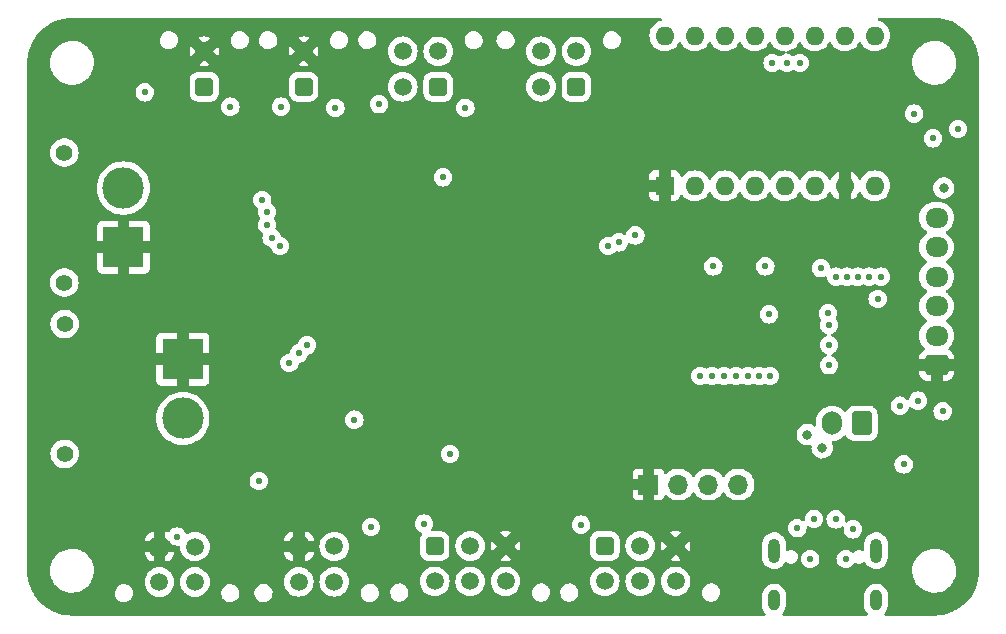
<source format=gbr>
%TF.GenerationSoftware,KiCad,Pcbnew,7.0.11-7.0.11~ubuntu22.04.1*%
%TF.CreationDate,2024-03-20T16:02:33+01:00*%
%TF.ProjectId,sdrac_board,73647261-635f-4626-9f61-72642e6b6963,2.0*%
%TF.SameCoordinates,Original*%
%TF.FileFunction,Copper,L3,Inr*%
%TF.FilePolarity,Positive*%
%FSLAX46Y46*%
G04 Gerber Fmt 4.6, Leading zero omitted, Abs format (unit mm)*
G04 Created by KiCad (PCBNEW 7.0.11-7.0.11~ubuntu22.04.1) date 2024-03-20 16:02:33*
%MOMM*%
%LPD*%
G01*
G04 APERTURE LIST*
G04 Aperture macros list*
%AMRoundRect*
0 Rectangle with rounded corners*
0 $1 Rounding radius*
0 $2 $3 $4 $5 $6 $7 $8 $9 X,Y pos of 4 corners*
0 Add a 4 corners polygon primitive as box body*
4,1,4,$2,$3,$4,$5,$6,$7,$8,$9,$2,$3,0*
0 Add four circle primitives for the rounded corners*
1,1,$1+$1,$2,$3*
1,1,$1+$1,$4,$5*
1,1,$1+$1,$6,$7*
1,1,$1+$1,$8,$9*
0 Add four rect primitives between the rounded corners*
20,1,$1+$1,$2,$3,$4,$5,0*
20,1,$1+$1,$4,$5,$6,$7,0*
20,1,$1+$1,$6,$7,$8,$9,0*
20,1,$1+$1,$8,$9,$2,$3,0*%
G04 Aperture macros list end*
%TA.AperFunction,ComponentPad*%
%ADD10RoundRect,0.250001X-0.499999X-0.499999X0.499999X-0.499999X0.499999X0.499999X-0.499999X0.499999X0*%
%TD*%
%TA.AperFunction,ComponentPad*%
%ADD11C,1.500000*%
%TD*%
%TA.AperFunction,ComponentPad*%
%ADD12C,1.400000*%
%TD*%
%TA.AperFunction,ComponentPad*%
%ADD13R,3.500000X3.500000*%
%TD*%
%TA.AperFunction,ComponentPad*%
%ADD14C,3.500000*%
%TD*%
%TA.AperFunction,ComponentPad*%
%ADD15RoundRect,0.250001X0.499999X0.499999X-0.499999X0.499999X-0.499999X-0.499999X0.499999X-0.499999X0*%
%TD*%
%TA.AperFunction,ComponentPad*%
%ADD16R,1.700000X1.700000*%
%TD*%
%TA.AperFunction,ComponentPad*%
%ADD17O,1.700000X1.700000*%
%TD*%
%TA.AperFunction,ComponentPad*%
%ADD18O,1.000000X2.100000*%
%TD*%
%TA.AperFunction,ComponentPad*%
%ADD19O,1.000000X1.800000*%
%TD*%
%TA.AperFunction,ComponentPad*%
%ADD20RoundRect,0.250000X0.725000X-0.600000X0.725000X0.600000X-0.725000X0.600000X-0.725000X-0.600000X0*%
%TD*%
%TA.AperFunction,ComponentPad*%
%ADD21O,1.950000X1.700000*%
%TD*%
%TA.AperFunction,ComponentPad*%
%ADD22R,1.600000X1.600000*%
%TD*%
%TA.AperFunction,ComponentPad*%
%ADD23O,1.600000X1.600000*%
%TD*%
%TA.AperFunction,ComponentPad*%
%ADD24RoundRect,0.250000X0.600000X0.750000X-0.600000X0.750000X-0.600000X-0.750000X0.600000X-0.750000X0*%
%TD*%
%TA.AperFunction,ComponentPad*%
%ADD25O,1.700000X2.000000*%
%TD*%
%TA.AperFunction,ViaPad*%
%ADD26C,0.550000*%
%TD*%
%TA.AperFunction,ViaPad*%
%ADD27C,0.800000*%
%TD*%
G04 APERTURE END LIST*
D10*
%TO.N,GND*%
%TO.C,U4*%
X9900000Y-37050000D03*
D11*
%TO.N,/CAN/CAN_5V*%
X12900000Y-37050000D03*
%TO.N,/CAN/CANH*%
X9900000Y-40050000D03*
%TO.N,/CAN/CANL*%
X12900000Y-40050000D03*
%TD*%
D12*
%TO.N,*%
%TO.C,J3*%
X1850000Y-14700000D03*
X1850000Y-3700000D03*
D13*
%TO.N,GND*%
X6850000Y-11700000D03*
D14*
%TO.N,VCC*%
X6850000Y-6700000D03*
%TD*%
D15*
%TO.N,/SteperMotor/STEPER_B2*%
%TO.C,J5*%
X45200000Y1880000D03*
D11*
%TO.N,/SteperMotor/STEPER_A2*%
X42200000Y1880000D03*
%TO.N,/SteperMotor/STEPER_A1*%
X45200000Y4880000D03*
%TO.N,/SteperMotor/STEPER_B1*%
X42200000Y4880000D03*
%TD*%
D12*
%TO.N,*%
%TO.C,J2*%
X1875000Y-29200000D03*
X1875000Y-18200000D03*
D13*
%TO.N,GND*%
X11875000Y-21200000D03*
D14*
%TO.N,VCC*%
X11875000Y-26200000D03*
%TD*%
D10*
%TO.N,+5V*%
%TO.C,J10*%
X33200000Y-37000000D03*
D11*
%TO.N,+3V3*%
X36200000Y-37000000D03*
%TO.N,GND*%
X39200000Y-37000000D03*
%TO.N,/MCU/Poz_zero_sens*%
X33200000Y-40000000D03*
%TO.N,/MCU/SCL*%
X36200000Y-40000000D03*
%TO.N,/MCU/SDA*%
X39200000Y-40000000D03*
%TD*%
D10*
%TO.N,+5V*%
%TO.C,J9*%
X47600000Y-37000000D03*
D11*
%TO.N,+3V3*%
X50600000Y-37000000D03*
%TO.N,GND*%
X53600000Y-37000000D03*
%TO.N,/MCU/Mag_enc_analog*%
X47600000Y-40000000D03*
%TO.N,/MCU/SCL*%
X50600000Y-40000000D03*
%TO.N,/MCU/SDA*%
X53600000Y-40000000D03*
%TD*%
D10*
%TO.N,GND*%
%TO.C,U5*%
X21700000Y-37040000D03*
D11*
%TO.N,/CAN/CAN_5V*%
X24700000Y-37040000D03*
%TO.N,/CAN/CANH*%
X21700000Y-40040000D03*
%TO.N,/CAN/CANL*%
X24700000Y-40040000D03*
%TD*%
D16*
%TO.N,GND*%
%TO.C,J12*%
X51300000Y-31800000D03*
D17*
%TO.N,/MCU/SWCLK*%
X53840000Y-31800000D03*
%TO.N,/MCU/SWDIO*%
X56380000Y-31800000D03*
%TO.N,/MCU/NRST*%
X58920000Y-31800000D03*
%TD*%
D18*
%TO.N,Net-(J6-SHIELD)*%
%TO.C,J6*%
X61930000Y-37400000D03*
D19*
X61930000Y-41600000D03*
D18*
X70570000Y-37400000D03*
D19*
X70570000Y-41600000D03*
%TD*%
D15*
%TO.N,/SteperMotor/STEPER_ENABLE*%
%TO.C,J4*%
X33500000Y1880000D03*
D11*
%TO.N,/SteperMotor/STEPER_STEP*%
X30500000Y1880000D03*
%TO.N,/SteperMotor/STEPER_DIRECTION*%
X33500000Y4880000D03*
%TO.N,+5V*%
X30500000Y4880000D03*
%TD*%
D20*
%TO.N,GND*%
%TO.C,J1*%
X75700000Y-21700000D03*
D21*
%TO.N,/MCU/C_TX*%
X75700000Y-19200000D03*
%TO.N,/MCU/C_RX*%
X75700000Y-16700000D03*
%TO.N,/MCU/C_A2*%
X75700000Y-14200000D03*
%TO.N,/MCU/C_A1*%
X75700000Y-11700000D03*
%TO.N,+5V*%
X75700000Y-9200000D03*
%TD*%
D22*
%TO.N,GND*%
%TO.C,A1*%
X52680000Y-6500000D03*
D23*
%TO.N,+5V*%
X55220000Y-6500000D03*
%TO.N,/SteperMotor/STEPER_B1*%
X57760000Y-6500000D03*
%TO.N,/SteperMotor/STEPER_A1*%
X60300000Y-6500000D03*
%TO.N,/SteperMotor/STEPER_A2*%
X62840000Y-6500000D03*
%TO.N,/SteperMotor/STEPER_B2*%
X65380000Y-6500000D03*
%TO.N,GND*%
X67920000Y-6500000D03*
%TO.N,VCC*%
X70460000Y-6500000D03*
%TO.N,/SteperMotor/STEPER_ENABLE*%
X70460000Y6200000D03*
%TO.N,unconnected-(A1-MS1-Pad10)*%
X67920000Y6200000D03*
%TO.N,unconnected-(A1-MS2-Pad11)*%
X65380000Y6200000D03*
%TO.N,unconnected-(A1-MS3-Pad12)*%
X62840000Y6200000D03*
%TO.N,+5V*%
X60300000Y6200000D03*
X57760000Y6200000D03*
%TO.N,/SteperMotor/STEPER_STEP*%
X55220000Y6200000D03*
%TO.N,/SteperMotor/STEPER_DIRECTION*%
X52680000Y6200000D03*
%TD*%
D15*
%TO.N,/MCU/Temp_Eng*%
%TO.C,J7*%
X22100000Y1880000D03*
D11*
%TO.N,GND*%
X22100000Y4880000D03*
%TD*%
D15*
%TO.N,/MCU/Temp_Step*%
%TO.C,J8*%
X13700000Y1880000D03*
D11*
%TO.N,GND*%
X13700000Y4880000D03*
%TD*%
D24*
%TO.N,/MCU/PUL_SYNC*%
%TO.C,J11*%
X69350000Y-26625000D03*
D25*
%TO.N,/MCU/DIR_SYNC*%
X66850000Y-26625000D03*
%TD*%
D26*
%TO.N,GND*%
X63400000Y-13371000D03*
X71750000Y-30150000D03*
X7200000Y-18600000D03*
X66900000Y1800000D03*
X31500000Y-15200000D03*
X36000000Y-15185995D03*
X10200000Y-14500000D03*
X51500000Y-14400000D03*
X19000000Y100000D03*
X11600000Y-12100000D03*
X27400000Y1300000D03*
X8400000Y-21300000D03*
X68100000Y-22900000D03*
X34900000Y-16600000D03*
X37900000Y-16100000D03*
X12700000Y-14500000D03*
X34100000Y-17300000D03*
X27400000Y0D03*
X8400000Y-18600000D03*
X26900000Y-11800000D03*
X52150000Y-22602000D03*
X37500000Y-25700000D03*
X34100000Y-15800000D03*
X37200000Y-12800000D03*
X11500000Y-15700000D03*
X27798000Y-29100000D03*
X61350000Y-15175000D03*
X41900000Y-25400000D03*
X7200000Y-22500000D03*
X36800000Y-16100000D03*
X71300000Y2700000D03*
X35965000Y-28600000D03*
X54600000Y-13400000D03*
X67000000Y-38300000D03*
X51500000Y-15598000D03*
X11600000Y-10800000D03*
X42400000Y-14000000D03*
X11600000Y-9600000D03*
X71300000Y1800000D03*
X8400000Y-19800000D03*
X74235000Y-29300000D03*
X37100000Y-15200000D03*
X43400000Y-14000000D03*
X67900000Y1800000D03*
X32800000Y-12800000D03*
X78210000Y-29200000D03*
X34700000Y-12300000D03*
X28700000Y-8600000D03*
X49000000Y-26200000D03*
X5900000Y-21300000D03*
X52500000Y-15100000D03*
X57050000Y-15075000D03*
X20600000Y-9600000D03*
X50100000Y-26200000D03*
X42900000Y-26400000D03*
X10200000Y-15700000D03*
X66200000Y-29800000D03*
X53300000Y-26200000D03*
X5900000Y-22500000D03*
X69087500Y-22900000D03*
X38300000Y-26600000D03*
X50900000Y-22602000D03*
X7200000Y-21300000D03*
X12800000Y-12100000D03*
X62700000Y-35500000D03*
X34400000Y-9000000D03*
X31200000Y-34300000D03*
X6500000Y1300000D03*
X71750000Y-31250000D03*
X66900000Y2700000D03*
X69000000Y2700000D03*
X70200000Y-35400000D03*
X70200000Y1800000D03*
X5900000Y-18600000D03*
X39700000Y-25600000D03*
X12800000Y-10800000D03*
X8400000Y-22500000D03*
X11500000Y-14500000D03*
X59200000Y-13371000D03*
X38400000Y-15200000D03*
X50600000Y-14100000D03*
X7200000Y-19800000D03*
X12800000Y-9600000D03*
X19300000Y-27700000D03*
X50600000Y-15100000D03*
X5900000Y-19800000D03*
X40500000Y-26300000D03*
D27*
X78300000Y-7000000D03*
D26*
X70200000Y2700000D03*
X69000000Y1800000D03*
X67900000Y2700000D03*
X51100000Y-19102000D03*
X12700000Y-15700000D03*
%TO.N,+5V*%
X67200000Y-14200000D03*
X70000000Y-14200000D03*
D27*
X66000000Y-28700000D03*
D26*
X20902500Y-21502500D03*
X71000000Y-14200000D03*
X56800000Y-13335500D03*
X61800000Y3900000D03*
X65900000Y-13483501D03*
X61200000Y-13335500D03*
X21700000Y-20700000D03*
X69000000Y-14200000D03*
X68100000Y-14200000D03*
X64100000Y3900000D03*
X22400000Y-20005000D03*
X63000000Y3900000D03*
D27*
X64743519Y-27573513D03*
D26*
%TO.N,/SteperMotor/STEPER_DIRECTION*%
X35800000Y100000D03*
%TO.N,/MCU/NRST*%
X45600000Y-35200000D03*
X8650000Y1400000D03*
X11400000Y-36200000D03*
%TO.N,+3V3*%
X28500000Y400000D03*
X34500000Y-29200000D03*
X27800000Y-35400000D03*
X32300000Y-35100000D03*
X24800000Y100000D03*
X59700000Y-22602000D03*
X61500000Y-17400000D03*
X20100000Y-11600000D03*
X60700000Y-22602000D03*
D27*
X76300000Y-6700000D03*
D26*
X58700000Y-22602000D03*
X72574321Y-25125679D03*
X19000000Y-8700000D03*
X19000000Y-9800000D03*
X55700000Y-22602000D03*
X57700000Y-22602000D03*
X19400000Y-10900000D03*
X26400000Y-26300000D03*
X18600000Y-7700000D03*
X20200000Y200000D03*
X74110000Y-24700000D03*
X61600000Y-22602000D03*
X15900000Y200000D03*
X56700000Y-22602000D03*
%TO.N,/USB/V_BUS*%
X68600000Y-35600000D03*
X63900000Y-35500000D03*
%TO.N,Net-(D3-A)*%
X66600000Y-20000000D03*
%TO.N,Net-(D4-A)*%
X66600000Y-21700000D03*
%TO.N,Net-(D5-A)*%
X66600000Y-18300000D03*
%TO.N,Net-(D6-A)*%
X66500000Y-17300000D03*
%TO.N,Net-(D7-A)*%
X77500000Y-1700000D03*
%TO.N,Net-(D8-A)*%
X75400000Y-2500000D03*
%TO.N,Net-(J6-CC1)*%
X65000000Y-38100000D03*
%TO.N,/USB/USB_CONN_D+*%
X67150000Y-34750000D03*
%TO.N,/USB/USB_CONN_D-*%
X65300000Y-34700000D03*
%TO.N,Net-(J6-CC2)*%
X68000000Y-38100000D03*
%TO.N,/MCU/USR_BTN*%
X72900000Y-30100000D03*
%TO.N,Net-(R14-Pad2)*%
X18305000Y-31500000D03*
%TO.N,/MCU/Poz_zero_sens*%
X70700000Y-16100000D03*
%TO.N,/MCU/C_RX*%
X47900000Y-11600000D03*
%TO.N,/MCU/C_A2*%
X48798000Y-11300000D03*
%TO.N,/MCU/C_A1*%
X50200000Y-10700000D03*
%TO.N,Net-(R34-Pad1)*%
X76210000Y-25600000D03*
%TO.N,VCC*%
X33900000Y-5800000D03*
X73800000Y-400000D03*
%TD*%
%TA.AperFunction,Conductor*%
%TO.N,GND*%
G36*
X52376627Y7679815D02*
G01*
X52422382Y7627011D01*
X52432326Y7557853D01*
X52403301Y7494297D01*
X52344523Y7456523D01*
X52341681Y7455725D01*
X52233511Y7426742D01*
X52233502Y7426739D01*
X52027267Y7330569D01*
X52027265Y7330568D01*
X51840858Y7200046D01*
X51679954Y7039142D01*
X51549432Y6852735D01*
X51549431Y6852733D01*
X51453261Y6646498D01*
X51453258Y6646489D01*
X51394366Y6426698D01*
X51394364Y6426687D01*
X51374532Y6200002D01*
X51374532Y6199999D01*
X51394364Y5973314D01*
X51394366Y5973303D01*
X51453258Y5753512D01*
X51453261Y5753503D01*
X51549431Y5547268D01*
X51549432Y5547266D01*
X51679954Y5360859D01*
X51840858Y5199955D01*
X51840861Y5199953D01*
X52027266Y5069432D01*
X52233504Y4973261D01*
X52453308Y4914365D01*
X52615230Y4900199D01*
X52679998Y4894532D01*
X52680000Y4894532D01*
X52680002Y4894532D01*
X52736673Y4899491D01*
X52906692Y4914365D01*
X53126496Y4973261D01*
X53332734Y5069432D01*
X53519139Y5199953D01*
X53680047Y5360861D01*
X53810568Y5547266D01*
X53837618Y5605276D01*
X53883790Y5657715D01*
X53950983Y5676867D01*
X54017865Y5656652D01*
X54062382Y5605275D01*
X54089429Y5547272D01*
X54089432Y5547266D01*
X54219954Y5360859D01*
X54380858Y5199955D01*
X54380861Y5199953D01*
X54567266Y5069432D01*
X54773504Y4973261D01*
X54993308Y4914365D01*
X55155230Y4900199D01*
X55219998Y4894532D01*
X55220000Y4894532D01*
X55220002Y4894532D01*
X55276673Y4899491D01*
X55446692Y4914365D01*
X55666496Y4973261D01*
X55872734Y5069432D01*
X56059139Y5199953D01*
X56220047Y5360861D01*
X56350568Y5547266D01*
X56377618Y5605276D01*
X56423790Y5657715D01*
X56490983Y5676867D01*
X56557865Y5656652D01*
X56602382Y5605275D01*
X56629429Y5547272D01*
X56629432Y5547266D01*
X56759954Y5360859D01*
X56920858Y5199955D01*
X56920861Y5199953D01*
X57107266Y5069432D01*
X57313504Y4973261D01*
X57533308Y4914365D01*
X57695230Y4900199D01*
X57759998Y4894532D01*
X57760000Y4894532D01*
X57760002Y4894532D01*
X57816673Y4899491D01*
X57986692Y4914365D01*
X58206496Y4973261D01*
X58412734Y5069432D01*
X58599139Y5199953D01*
X58760047Y5360861D01*
X58890568Y5547266D01*
X58917618Y5605276D01*
X58963790Y5657715D01*
X59030983Y5676867D01*
X59097865Y5656652D01*
X59142382Y5605275D01*
X59169429Y5547272D01*
X59169432Y5547266D01*
X59299954Y5360859D01*
X59460858Y5199955D01*
X59460861Y5199953D01*
X59647266Y5069432D01*
X59853504Y4973261D01*
X60073308Y4914365D01*
X60235230Y4900199D01*
X60299998Y4894532D01*
X60300000Y4894532D01*
X60300002Y4894532D01*
X60356673Y4899491D01*
X60526692Y4914365D01*
X60746496Y4973261D01*
X60952734Y5069432D01*
X61139139Y5199953D01*
X61300047Y5360861D01*
X61430568Y5547266D01*
X61457618Y5605276D01*
X61503790Y5657715D01*
X61570983Y5676867D01*
X61637865Y5656652D01*
X61682382Y5605275D01*
X61709429Y5547272D01*
X61709432Y5547266D01*
X61839954Y5360859D01*
X62000858Y5199955D01*
X62000861Y5199953D01*
X62187266Y5069432D01*
X62393504Y4973261D01*
X62613308Y4914365D01*
X62789233Y4898974D01*
X62854301Y4873522D01*
X62895280Y4816931D01*
X62899158Y4747169D01*
X62864704Y4686385D01*
X62819380Y4658405D01*
X62661395Y4603123D01*
X62513423Y4510147D01*
X62487681Y4484404D01*
X62426358Y4450919D01*
X62356666Y4455903D01*
X62312319Y4484404D01*
X62286576Y4510147D01*
X62284028Y4511748D01*
X62138606Y4603122D01*
X62138605Y4603123D01*
X62138604Y4603123D01*
X61973658Y4660841D01*
X61973648Y4660843D01*
X61800004Y4680407D01*
X61799996Y4680407D01*
X61626351Y4660843D01*
X61626341Y4660841D01*
X61461395Y4603123D01*
X61313423Y4510147D01*
X61189853Y4386577D01*
X61096877Y4238605D01*
X61039159Y4073659D01*
X61039157Y4073649D01*
X61019593Y3900004D01*
X61019593Y3899997D01*
X61039157Y3726352D01*
X61039159Y3726342D01*
X61096877Y3561396D01*
X61096878Y3561394D01*
X61189853Y3413424D01*
X61313424Y3289853D01*
X61461394Y3196878D01*
X61626343Y3139159D01*
X61626349Y3139159D01*
X61626351Y3139158D01*
X61799996Y3119593D01*
X61800000Y3119593D01*
X61800004Y3119593D01*
X61973648Y3139158D01*
X61973647Y3139158D01*
X61973657Y3139159D01*
X62138606Y3196878D01*
X62286576Y3289853D01*
X62312319Y3315596D01*
X62373642Y3349081D01*
X62443334Y3344097D01*
X62487681Y3315596D01*
X62513424Y3289853D01*
X62661394Y3196878D01*
X62826343Y3139159D01*
X62826349Y3139159D01*
X62826351Y3139158D01*
X62999996Y3119593D01*
X63000000Y3119593D01*
X63000004Y3119593D01*
X63173648Y3139158D01*
X63173647Y3139158D01*
X63173657Y3139159D01*
X63338606Y3196878D01*
X63484030Y3288254D01*
X63551265Y3307253D01*
X63615969Y3288254D01*
X63761394Y3196878D01*
X63926343Y3139159D01*
X63926349Y3139159D01*
X63926351Y3139158D01*
X64099996Y3119593D01*
X64100000Y3119593D01*
X64100004Y3119593D01*
X64273648Y3139158D01*
X64273647Y3139158D01*
X64273657Y3139159D01*
X64438606Y3196878D01*
X64586576Y3289853D01*
X64710147Y3413424D01*
X64803122Y3561394D01*
X64860841Y3726343D01*
X64868340Y3792898D01*
X64872756Y3832091D01*
X73641779Y3832091D01*
X73671468Y3562265D01*
X73671470Y3562252D01*
X73713031Y3403277D01*
X73740132Y3299616D01*
X73846303Y3049776D01*
X73896758Y2967102D01*
X73987716Y2818060D01*
X73987717Y2818058D01*
X74096888Y2686876D01*
X74161368Y2609396D01*
X74363546Y2428243D01*
X74589947Y2278458D01*
X74835743Y2163233D01*
X75095697Y2085025D01*
X75364268Y2045500D01*
X75364273Y2045500D01*
X75567779Y2045500D01*
X75567781Y2045500D01*
X75567786Y2045501D01*
X75567798Y2045501D01*
X75605424Y2048256D01*
X75770740Y2060355D01*
X75881488Y2085025D01*
X76035702Y2119377D01*
X76035704Y2119378D01*
X76035709Y2119379D01*
X76289261Y2216354D01*
X76525991Y2349214D01*
X76740853Y2515125D01*
X76929269Y2710553D01*
X77087223Y2931332D01*
X77211348Y3172756D01*
X77289991Y3403277D01*
X77298994Y3429667D01*
X77298994Y3429671D01*
X77298998Y3429680D01*
X77348306Y3696629D01*
X77358220Y3967911D01*
X77328530Y4237747D01*
X77259868Y4500384D01*
X77153697Y4750224D01*
X77012281Y4981944D01*
X76994810Y5002937D01*
X76922814Y5089449D01*
X76838632Y5190604D01*
X76808711Y5217413D01*
X76636454Y5371757D01*
X76410055Y5521541D01*
X76410053Y5521542D01*
X76164257Y5636767D01*
X75904303Y5714975D01*
X75904301Y5714976D01*
X75904299Y5714976D01*
X75807999Y5729148D01*
X75635732Y5754500D01*
X75432219Y5754500D01*
X75432201Y5754500D01*
X75229260Y5739645D01*
X75229246Y5739643D01*
X74964297Y5680624D01*
X74964290Y5680621D01*
X74710736Y5583645D01*
X74474012Y5450789D01*
X74259140Y5284870D01*
X74259139Y5284868D01*
X74070734Y5089451D01*
X74070732Y5089449D01*
X73912778Y4868671D01*
X73788656Y4627254D01*
X73788649Y4627238D01*
X73701005Y4370334D01*
X73701001Y4370316D01*
X73651693Y4103369D01*
X73651693Y4103367D01*
X73641779Y3832091D01*
X64872756Y3832091D01*
X64880407Y3899997D01*
X64880407Y3900004D01*
X64860842Y4073649D01*
X64860841Y4073651D01*
X64860841Y4073657D01*
X64803122Y4238606D01*
X64710147Y4386576D01*
X64586576Y4510147D01*
X64438606Y4603122D01*
X64438605Y4603123D01*
X64438604Y4603123D01*
X64273658Y4660841D01*
X64273648Y4660843D01*
X64100004Y4680407D01*
X64099996Y4680407D01*
X63926351Y4660843D01*
X63926341Y4660841D01*
X63761392Y4603122D01*
X63615971Y4511748D01*
X63548735Y4492748D01*
X63484029Y4511748D01*
X63338606Y4603122D01*
X63338607Y4603122D01*
X63173658Y4660841D01*
X63173649Y4660843D01*
X63083512Y4670999D01*
X63019098Y4698066D01*
X62979543Y4755661D01*
X62977406Y4825498D01*
X63013365Y4885404D01*
X63065303Y4913994D01*
X63066685Y4914365D01*
X63066692Y4914365D01*
X63286496Y4973261D01*
X63492734Y5069432D01*
X63679139Y5199953D01*
X63840047Y5360861D01*
X63970568Y5547266D01*
X63997618Y5605276D01*
X64043790Y5657715D01*
X64110983Y5676867D01*
X64177865Y5656652D01*
X64222382Y5605275D01*
X64249429Y5547272D01*
X64249432Y5547266D01*
X64379954Y5360859D01*
X64540858Y5199955D01*
X64540861Y5199953D01*
X64727266Y5069432D01*
X64933504Y4973261D01*
X65153308Y4914365D01*
X65315230Y4900199D01*
X65379998Y4894532D01*
X65380000Y4894532D01*
X65380002Y4894532D01*
X65436673Y4899491D01*
X65606692Y4914365D01*
X65826496Y4973261D01*
X66032734Y5069432D01*
X66219139Y5199953D01*
X66380047Y5360861D01*
X66510568Y5547266D01*
X66537618Y5605276D01*
X66583790Y5657715D01*
X66650983Y5676867D01*
X66717865Y5656652D01*
X66762382Y5605275D01*
X66789429Y5547272D01*
X66789432Y5547266D01*
X66919954Y5360859D01*
X67080858Y5199955D01*
X67080861Y5199953D01*
X67267266Y5069432D01*
X67473504Y4973261D01*
X67693308Y4914365D01*
X67855230Y4900199D01*
X67919998Y4894532D01*
X67920000Y4894532D01*
X67920002Y4894532D01*
X67976673Y4899491D01*
X68146692Y4914365D01*
X68366496Y4973261D01*
X68572734Y5069432D01*
X68759139Y5199953D01*
X68920047Y5360861D01*
X69050568Y5547266D01*
X69077618Y5605276D01*
X69123790Y5657715D01*
X69190983Y5676867D01*
X69257865Y5656652D01*
X69302382Y5605275D01*
X69329429Y5547272D01*
X69329432Y5547266D01*
X69459954Y5360859D01*
X69620858Y5199955D01*
X69620861Y5199953D01*
X69807266Y5069432D01*
X70013504Y4973261D01*
X70233308Y4914365D01*
X70395230Y4900199D01*
X70459998Y4894532D01*
X70460000Y4894532D01*
X70460002Y4894532D01*
X70516673Y4899491D01*
X70686692Y4914365D01*
X70906496Y4973261D01*
X71112734Y5069432D01*
X71299139Y5199953D01*
X71460047Y5360861D01*
X71590568Y5547266D01*
X71686739Y5753504D01*
X71745635Y5973308D01*
X71765468Y6200000D01*
X71745635Y6426692D01*
X71686739Y6646496D01*
X71590568Y6852734D01*
X71460047Y7039139D01*
X71460045Y7039142D01*
X71299141Y7200046D01*
X71112734Y7330568D01*
X71112732Y7330569D01*
X70906497Y7426739D01*
X70906488Y7426742D01*
X70798319Y7455725D01*
X70738658Y7492090D01*
X70708129Y7554937D01*
X70716424Y7624312D01*
X70760909Y7678190D01*
X70827461Y7699465D01*
X70830412Y7699500D01*
X75460118Y7699500D01*
X75496948Y7699500D01*
X75503032Y7699351D01*
X75567797Y7696170D01*
X75866338Y7681503D01*
X75878440Y7680311D01*
X76235230Y7627387D01*
X76247140Y7625018D01*
X76597046Y7537371D01*
X76608663Y7533846D01*
X76948275Y7412331D01*
X76959497Y7407683D01*
X77285582Y7253457D01*
X77296290Y7247733D01*
X77484308Y7135039D01*
X77605659Y7062304D01*
X77615774Y7055546D01*
X77861403Y6873375D01*
X77905488Y6840679D01*
X77914894Y6832959D01*
X78182146Y6590736D01*
X78190735Y6582147D01*
X78278745Y6485043D01*
X78432958Y6314895D01*
X78440678Y6305489D01*
X78655543Y6015778D01*
X78662303Y6005660D01*
X78693472Y5953658D01*
X78836532Y5714976D01*
X78847725Y5696303D01*
X78853460Y5685575D01*
X78894290Y5599246D01*
X79007679Y5359505D01*
X79012334Y5348266D01*
X79111525Y5071045D01*
X79133840Y5008681D01*
X79137373Y4997036D01*
X79225014Y4647154D01*
X79227388Y4635218D01*
X79280309Y4278445D01*
X79281502Y4266336D01*
X79299351Y3903033D01*
X79299500Y3896948D01*
X79299500Y-39096947D01*
X79299351Y-39103032D01*
X79281502Y-39466335D01*
X79280309Y-39478444D01*
X79227388Y-39835217D01*
X79225014Y-39847153D01*
X79137373Y-40197035D01*
X79133840Y-40208680D01*
X79012335Y-40548262D01*
X79007679Y-40559504D01*
X78853462Y-40885570D01*
X78847725Y-40896302D01*
X78662303Y-41205659D01*
X78655543Y-41215777D01*
X78440678Y-41505488D01*
X78432958Y-41514894D01*
X78190743Y-41782138D01*
X78182138Y-41790743D01*
X77914894Y-42032958D01*
X77905488Y-42040678D01*
X77615777Y-42255543D01*
X77605659Y-42262303D01*
X77296302Y-42447725D01*
X77285570Y-42453462D01*
X76959504Y-42607679D01*
X76948262Y-42612335D01*
X76608680Y-42733840D01*
X76597035Y-42737373D01*
X76247153Y-42825014D01*
X76235217Y-42827388D01*
X75878444Y-42880309D01*
X75866335Y-42881502D01*
X75503033Y-42899351D01*
X75496948Y-42899500D01*
X71386329Y-42899500D01*
X71319290Y-42879815D01*
X71273535Y-42827011D01*
X71263591Y-42757853D01*
X71292616Y-42694297D01*
X71300896Y-42685627D01*
X71305415Y-42681330D01*
X71333053Y-42655059D01*
X71449295Y-42488049D01*
X71529540Y-42301058D01*
X71570500Y-42101741D01*
X71570500Y-41149258D01*
X71566880Y-41113653D01*
X71555074Y-40997560D01*
X71494162Y-40803420D01*
X71494160Y-40803416D01*
X71494159Y-40803412D01*
X71395409Y-40625498D01*
X71395408Y-40625497D01*
X71395407Y-40625495D01*
X71262867Y-40471106D01*
X71262865Y-40471104D01*
X71101962Y-40346554D01*
X71101959Y-40346553D01*
X71101958Y-40346552D01*
X70919271Y-40256940D01*
X70722285Y-40205937D01*
X70722287Y-40205937D01*
X70586804Y-40199066D01*
X70519064Y-40195631D01*
X70519063Y-40195631D01*
X70519061Y-40195631D01*
X70317936Y-40226442D01*
X70317924Y-40226445D01*
X70127118Y-40297111D01*
X70127111Y-40297115D01*
X69954432Y-40404745D01*
X69954427Y-40404749D01*
X69806949Y-40544938D01*
X69806948Y-40544940D01*
X69690705Y-40711949D01*
X69610459Y-40898943D01*
X69569500Y-41098258D01*
X69569500Y-42050743D01*
X69584925Y-42202439D01*
X69645837Y-42396579D01*
X69645844Y-42396594D01*
X69696605Y-42488049D01*
X69744591Y-42574502D01*
X69847804Y-42694730D01*
X69876536Y-42758418D01*
X69866274Y-42827530D01*
X69820277Y-42880123D01*
X69753718Y-42899500D01*
X62746329Y-42899500D01*
X62679290Y-42879815D01*
X62633535Y-42827011D01*
X62623591Y-42757853D01*
X62652616Y-42694297D01*
X62660896Y-42685627D01*
X62665415Y-42681330D01*
X62693053Y-42655059D01*
X62809295Y-42488049D01*
X62889540Y-42301058D01*
X62930500Y-42101741D01*
X62930500Y-41149258D01*
X62926880Y-41113653D01*
X62915074Y-40997560D01*
X62854162Y-40803420D01*
X62854160Y-40803416D01*
X62854159Y-40803412D01*
X62755409Y-40625498D01*
X62755408Y-40625497D01*
X62755407Y-40625495D01*
X62622867Y-40471106D01*
X62622865Y-40471104D01*
X62461962Y-40346554D01*
X62461959Y-40346553D01*
X62461958Y-40346552D01*
X62279271Y-40256940D01*
X62082285Y-40205937D01*
X62082287Y-40205937D01*
X61946804Y-40199066D01*
X61879064Y-40195631D01*
X61879063Y-40195631D01*
X61879061Y-40195631D01*
X61677936Y-40226442D01*
X61677924Y-40226445D01*
X61487118Y-40297111D01*
X61487111Y-40297115D01*
X61314432Y-40404745D01*
X61314427Y-40404749D01*
X61166949Y-40544938D01*
X61166948Y-40544940D01*
X61050705Y-40711949D01*
X60970459Y-40898943D01*
X60929500Y-41098258D01*
X60929500Y-42050743D01*
X60944925Y-42202439D01*
X61005837Y-42396579D01*
X61005844Y-42396594D01*
X61056605Y-42488049D01*
X61104591Y-42574502D01*
X61207804Y-42694730D01*
X61236536Y-42758418D01*
X61226274Y-42827530D01*
X61180277Y-42880123D01*
X61113718Y-42899500D01*
X2503052Y-42899500D01*
X2496967Y-42899351D01*
X2133664Y-42881502D01*
X2121555Y-42880309D01*
X1764782Y-42827388D01*
X1752846Y-42825014D01*
X1402964Y-42737373D01*
X1391323Y-42733841D01*
X1051734Y-42612334D01*
X1040495Y-42607679D01*
X787560Y-42488050D01*
X714425Y-42453460D01*
X703702Y-42447727D01*
X394340Y-42262303D01*
X384222Y-42255543D01*
X94511Y-42040678D01*
X85105Y-42032958D01*
X42479Y-41994324D01*
X-182147Y-41790735D01*
X-190736Y-41782146D01*
X-432959Y-41514894D01*
X-440679Y-41505488D01*
X-462259Y-41476391D01*
X-655546Y-41215774D01*
X-662304Y-41205659D01*
X-689223Y-41160747D01*
X-764741Y-41034754D01*
X6131598Y-41034754D01*
X6162630Y-41210747D01*
X6162631Y-41210750D01*
X6162632Y-41210754D01*
X6233417Y-41374852D01*
X6233418Y-41374854D01*
X6233420Y-41374857D01*
X6302914Y-41468203D01*
X6340138Y-41518203D01*
X6477041Y-41633078D01*
X6537188Y-41663285D01*
X6636745Y-41713285D01*
X6810642Y-41754500D01*
X6810643Y-41754500D01*
X6944517Y-41754500D01*
X6944524Y-41754500D01*
X7077506Y-41738957D01*
X7245443Y-41677833D01*
X7394756Y-41579627D01*
X7517397Y-41449635D01*
X7606755Y-41294864D01*
X7658010Y-41123658D01*
X7668402Y-40945246D01*
X7637368Y-40769246D01*
X7566583Y-40605148D01*
X7559138Y-40595148D01*
X7477037Y-40484867D01*
X7459862Y-40461797D01*
X7447944Y-40451797D01*
X7322959Y-40346922D01*
X7322957Y-40346921D01*
X7163254Y-40266714D01*
X6989358Y-40225500D01*
X6989357Y-40225500D01*
X6855476Y-40225500D01*
X6752045Y-40237589D01*
X6722492Y-40241043D01*
X6722490Y-40241044D01*
X6554557Y-40302166D01*
X6554556Y-40302166D01*
X6405246Y-40400371D01*
X6405240Y-40400376D01*
X6282604Y-40530363D01*
X6282600Y-40530368D01*
X6193246Y-40685133D01*
X6193245Y-40685135D01*
X6193245Y-40685136D01*
X6182347Y-40721540D01*
X6141991Y-40856338D01*
X6141989Y-40856346D01*
X6131598Y-41034753D01*
X6131598Y-41034754D01*
X-764741Y-41034754D01*
X-847733Y-40896290D01*
X-853457Y-40885582D01*
X-1007683Y-40559497D01*
X-1012331Y-40548275D01*
X-1133846Y-40208663D01*
X-1137371Y-40197046D01*
X-1225018Y-39847140D01*
X-1227387Y-39835230D01*
X-1280311Y-39478440D01*
X-1281503Y-39466334D01*
X-1284155Y-39412361D01*
X-1296164Y-39167909D01*
X641779Y-39167909D01*
X671468Y-39437735D01*
X671470Y-39437748D01*
X719291Y-39620668D01*
X740132Y-39700384D01*
X846303Y-39950224D01*
X907193Y-40049997D01*
X987716Y-40181940D01*
X987717Y-40181942D01*
X1059318Y-40267979D01*
X1124707Y-40346552D01*
X1161369Y-40390605D01*
X1185021Y-40411797D01*
X1363546Y-40571757D01*
X1589947Y-40721542D01*
X1835743Y-40836767D01*
X2095697Y-40914975D01*
X2364268Y-40954500D01*
X2364273Y-40954500D01*
X2567779Y-40954500D01*
X2567781Y-40954500D01*
X2567786Y-40954499D01*
X2567798Y-40954499D01*
X2605424Y-40951744D01*
X2770740Y-40939645D01*
X2881488Y-40914975D01*
X3035702Y-40880623D01*
X3035704Y-40880622D01*
X3035709Y-40880621D01*
X3289261Y-40783646D01*
X3525991Y-40650786D01*
X3740853Y-40484875D01*
X3929269Y-40289447D01*
X4087223Y-40068668D01*
X4096821Y-40050000D01*
X8644723Y-40050000D01*
X8662827Y-40256940D01*
X8663793Y-40267975D01*
X8663793Y-40267979D01*
X8720422Y-40479322D01*
X8720424Y-40479326D01*
X8720425Y-40479330D01*
X8751020Y-40544941D01*
X8812897Y-40677638D01*
X8812898Y-40677639D01*
X8938402Y-40856877D01*
X9093123Y-41011598D01*
X9272361Y-41137102D01*
X9470670Y-41229575D01*
X9682023Y-41286207D01*
X9864926Y-41302208D01*
X9899998Y-41305277D01*
X9900000Y-41305277D01*
X9900002Y-41305277D01*
X9928254Y-41302805D01*
X10117977Y-41286207D01*
X10329330Y-41229575D01*
X10527639Y-41137102D01*
X10706877Y-41011598D01*
X10861598Y-40856877D01*
X10987102Y-40677639D01*
X11079575Y-40479330D01*
X11136207Y-40267977D01*
X11155277Y-40050000D01*
X11644723Y-40050000D01*
X11662827Y-40256940D01*
X11663793Y-40267975D01*
X11663793Y-40267979D01*
X11720422Y-40479322D01*
X11720424Y-40479326D01*
X11720425Y-40479330D01*
X11751020Y-40544941D01*
X11812897Y-40677638D01*
X11812898Y-40677639D01*
X11938402Y-40856877D01*
X12093123Y-41011598D01*
X12272361Y-41137102D01*
X12470670Y-41229575D01*
X12682023Y-41286207D01*
X12864926Y-41302208D01*
X12899998Y-41305277D01*
X12900000Y-41305277D01*
X12900002Y-41305277D01*
X12928254Y-41302805D01*
X13117977Y-41286207D01*
X13329330Y-41229575D01*
X13527639Y-41137102D01*
X13673807Y-41034754D01*
X15131598Y-41034754D01*
X15162630Y-41210747D01*
X15162631Y-41210750D01*
X15162632Y-41210754D01*
X15233417Y-41374852D01*
X15233418Y-41374854D01*
X15233420Y-41374857D01*
X15302914Y-41468203D01*
X15340138Y-41518203D01*
X15477041Y-41633078D01*
X15537188Y-41663285D01*
X15636745Y-41713285D01*
X15810642Y-41754500D01*
X15810643Y-41754500D01*
X15944517Y-41754500D01*
X15944524Y-41754500D01*
X16077506Y-41738957D01*
X16245443Y-41677833D01*
X16394756Y-41579627D01*
X16517397Y-41449635D01*
X16606755Y-41294864D01*
X16658010Y-41123658D01*
X16663771Y-41024754D01*
X17931598Y-41024754D01*
X17962630Y-41200747D01*
X17962631Y-41200750D01*
X17962632Y-41200754D01*
X18033417Y-41364852D01*
X18033418Y-41364854D01*
X18033420Y-41364857D01*
X18096536Y-41449636D01*
X18140138Y-41508203D01*
X18277041Y-41623078D01*
X18296951Y-41633077D01*
X18436745Y-41703285D01*
X18610642Y-41744500D01*
X18610643Y-41744500D01*
X18744517Y-41744500D01*
X18744524Y-41744500D01*
X18877506Y-41728957D01*
X19045443Y-41667833D01*
X19194756Y-41569627D01*
X19317397Y-41439635D01*
X19406755Y-41284864D01*
X19458010Y-41113658D01*
X19468402Y-40935246D01*
X19437368Y-40759246D01*
X19366583Y-40595148D01*
X19349168Y-40571756D01*
X19280360Y-40479331D01*
X19259862Y-40451797D01*
X19203787Y-40404745D01*
X19122959Y-40336922D01*
X19122957Y-40336921D01*
X18963254Y-40256714D01*
X18789358Y-40215500D01*
X18789357Y-40215500D01*
X18655476Y-40215500D01*
X18552045Y-40227589D01*
X18522492Y-40231043D01*
X18522490Y-40231044D01*
X18354557Y-40292166D01*
X18354556Y-40292166D01*
X18205246Y-40390371D01*
X18205240Y-40390376D01*
X18082604Y-40520363D01*
X18082600Y-40520368D01*
X17993246Y-40675133D01*
X17993245Y-40675135D01*
X17993245Y-40675136D01*
X17980040Y-40719246D01*
X17941991Y-40846338D01*
X17941989Y-40846346D01*
X17931598Y-41024753D01*
X17931598Y-41024754D01*
X16663771Y-41024754D01*
X16668402Y-40945246D01*
X16637368Y-40769246D01*
X16566583Y-40605148D01*
X16559138Y-40595148D01*
X16477037Y-40484867D01*
X16459862Y-40461797D01*
X16447944Y-40451797D01*
X16322959Y-40346922D01*
X16322957Y-40346921D01*
X16163254Y-40266714D01*
X15989358Y-40225500D01*
X15989357Y-40225500D01*
X15855476Y-40225500D01*
X15752045Y-40237589D01*
X15722492Y-40241043D01*
X15722490Y-40241044D01*
X15554557Y-40302166D01*
X15554556Y-40302166D01*
X15405246Y-40400371D01*
X15405240Y-40400376D01*
X15282604Y-40530363D01*
X15282600Y-40530368D01*
X15193246Y-40685133D01*
X15193245Y-40685135D01*
X15193245Y-40685136D01*
X15182347Y-40721540D01*
X15141991Y-40856338D01*
X15141989Y-40856346D01*
X15131598Y-41034753D01*
X15131598Y-41034754D01*
X13673807Y-41034754D01*
X13706877Y-41011598D01*
X13861598Y-40856877D01*
X13987102Y-40677639D01*
X14079575Y-40479330D01*
X14136207Y-40267977D01*
X14155277Y-40050000D01*
X14154402Y-40040002D01*
X20444723Y-40040002D01*
X20445598Y-40050000D01*
X20461034Y-40226445D01*
X20463793Y-40257975D01*
X20463793Y-40257979D01*
X20520422Y-40469322D01*
X20520424Y-40469326D01*
X20520425Y-40469330D01*
X20555682Y-40544938D01*
X20612897Y-40667638D01*
X20637998Y-40703486D01*
X20738402Y-40846877D01*
X20893123Y-41001598D01*
X21072361Y-41127102D01*
X21270670Y-41219575D01*
X21482023Y-41276207D01*
X21664926Y-41292208D01*
X21699998Y-41295277D01*
X21700000Y-41295277D01*
X21700002Y-41295277D01*
X21728254Y-41292805D01*
X21917977Y-41276207D01*
X22129330Y-41219575D01*
X22327639Y-41127102D01*
X22506877Y-41001598D01*
X22661598Y-40846877D01*
X22787102Y-40667639D01*
X22879575Y-40469330D01*
X22936207Y-40257977D01*
X22954402Y-40050000D01*
X22955277Y-40040002D01*
X23444723Y-40040002D01*
X23445598Y-40050000D01*
X23461034Y-40226445D01*
X23463793Y-40257975D01*
X23463793Y-40257979D01*
X23520422Y-40469322D01*
X23520424Y-40469326D01*
X23520425Y-40469330D01*
X23555682Y-40544938D01*
X23612897Y-40667638D01*
X23637998Y-40703486D01*
X23738402Y-40846877D01*
X23893123Y-41001598D01*
X24072361Y-41127102D01*
X24270670Y-41219575D01*
X24482023Y-41276207D01*
X24664926Y-41292208D01*
X24699998Y-41295277D01*
X24700000Y-41295277D01*
X24700002Y-41295277D01*
X24728254Y-41292805D01*
X24917977Y-41276207D01*
X25129330Y-41219575D01*
X25327639Y-41127102D01*
X25473807Y-41024754D01*
X26931598Y-41024754D01*
X26962630Y-41200747D01*
X26962631Y-41200750D01*
X26962632Y-41200754D01*
X27033417Y-41364852D01*
X27033418Y-41364854D01*
X27033420Y-41364857D01*
X27096536Y-41449636D01*
X27140138Y-41508203D01*
X27277041Y-41623078D01*
X27296951Y-41633077D01*
X27436745Y-41703285D01*
X27610642Y-41744500D01*
X27610643Y-41744500D01*
X27744517Y-41744500D01*
X27744524Y-41744500D01*
X27877506Y-41728957D01*
X28045443Y-41667833D01*
X28194756Y-41569627D01*
X28317397Y-41439635D01*
X28406755Y-41284864D01*
X28458010Y-41113658D01*
X28465518Y-40984754D01*
X29431598Y-40984754D01*
X29462630Y-41160747D01*
X29462631Y-41160750D01*
X29462632Y-41160754D01*
X29533417Y-41324852D01*
X29533418Y-41324854D01*
X29533420Y-41324857D01*
X29626312Y-41449631D01*
X29640138Y-41468203D01*
X29777041Y-41583078D01*
X29856685Y-41623077D01*
X29936745Y-41663285D01*
X30110642Y-41704500D01*
X30110643Y-41704500D01*
X30244517Y-41704500D01*
X30244524Y-41704500D01*
X30377506Y-41688957D01*
X30545443Y-41627833D01*
X30694756Y-41529627D01*
X30817397Y-41399635D01*
X30906755Y-41244864D01*
X30958010Y-41073658D01*
X30968402Y-40895246D01*
X30937368Y-40719246D01*
X30866583Y-40555148D01*
X30858984Y-40544941D01*
X30789640Y-40451796D01*
X30759862Y-40411797D01*
X30746247Y-40400373D01*
X30622959Y-40296922D01*
X30622957Y-40296921D01*
X30463254Y-40216714D01*
X30289358Y-40175500D01*
X30289357Y-40175500D01*
X30155476Y-40175500D01*
X30052045Y-40187589D01*
X30022492Y-40191043D01*
X30022490Y-40191044D01*
X29854557Y-40252166D01*
X29854556Y-40252166D01*
X29705246Y-40350371D01*
X29705240Y-40350376D01*
X29582604Y-40480363D01*
X29582600Y-40480368D01*
X29493246Y-40635133D01*
X29441991Y-40806338D01*
X29441989Y-40806346D01*
X29431598Y-40984753D01*
X29431598Y-40984754D01*
X28465518Y-40984754D01*
X28468402Y-40935246D01*
X28437368Y-40759246D01*
X28366583Y-40595148D01*
X28349168Y-40571756D01*
X28280360Y-40479331D01*
X28259862Y-40451797D01*
X28203787Y-40404745D01*
X28122959Y-40336922D01*
X28122957Y-40336921D01*
X27963254Y-40256714D01*
X27789358Y-40215500D01*
X27789357Y-40215500D01*
X27655476Y-40215500D01*
X27552045Y-40227589D01*
X27522492Y-40231043D01*
X27522490Y-40231044D01*
X27354557Y-40292166D01*
X27354556Y-40292166D01*
X27205246Y-40390371D01*
X27205240Y-40390376D01*
X27082604Y-40520363D01*
X27082600Y-40520368D01*
X26993246Y-40675133D01*
X26993245Y-40675135D01*
X26993245Y-40675136D01*
X26980040Y-40719246D01*
X26941991Y-40846338D01*
X26941989Y-40846346D01*
X26931598Y-41024753D01*
X26931598Y-41024754D01*
X25473807Y-41024754D01*
X25506877Y-41001598D01*
X25661598Y-40846877D01*
X25787102Y-40667639D01*
X25879575Y-40469330D01*
X25936207Y-40257977D01*
X25954402Y-40050000D01*
X25955277Y-40040002D01*
X25955277Y-40039997D01*
X25951778Y-40000002D01*
X31944723Y-40000002D01*
X31950731Y-40068670D01*
X31960640Y-40181942D01*
X31963793Y-40217975D01*
X31963793Y-40217979D01*
X32020422Y-40429322D01*
X32020424Y-40429326D01*
X32020425Y-40429330D01*
X32046323Y-40484869D01*
X32112897Y-40627638D01*
X32112898Y-40627639D01*
X32238402Y-40806877D01*
X32393123Y-40961598D01*
X32572361Y-41087102D01*
X32770670Y-41179575D01*
X32982023Y-41236207D01*
X33164926Y-41252208D01*
X33199998Y-41255277D01*
X33200000Y-41255277D01*
X33200002Y-41255277D01*
X33228254Y-41252805D01*
X33417977Y-41236207D01*
X33629330Y-41179575D01*
X33827639Y-41087102D01*
X34006877Y-40961598D01*
X34161598Y-40806877D01*
X34287102Y-40627639D01*
X34379575Y-40429330D01*
X34436207Y-40217977D01*
X34455277Y-40000002D01*
X34944723Y-40000002D01*
X34950731Y-40068670D01*
X34960640Y-40181942D01*
X34963793Y-40217975D01*
X34963793Y-40217979D01*
X35020422Y-40429322D01*
X35020424Y-40429326D01*
X35020425Y-40429330D01*
X35046323Y-40484869D01*
X35112897Y-40627638D01*
X35112898Y-40627639D01*
X35238402Y-40806877D01*
X35393123Y-40961598D01*
X35572361Y-41087102D01*
X35770670Y-41179575D01*
X35982023Y-41236207D01*
X36164926Y-41252208D01*
X36199998Y-41255277D01*
X36200000Y-41255277D01*
X36200002Y-41255277D01*
X36228254Y-41252805D01*
X36417977Y-41236207D01*
X36629330Y-41179575D01*
X36827639Y-41087102D01*
X37006877Y-40961598D01*
X37161598Y-40806877D01*
X37287102Y-40627639D01*
X37379575Y-40429330D01*
X37436207Y-40217977D01*
X37455277Y-40000002D01*
X37944723Y-40000002D01*
X37950731Y-40068670D01*
X37960640Y-40181942D01*
X37963793Y-40217975D01*
X37963793Y-40217979D01*
X38020422Y-40429322D01*
X38020424Y-40429326D01*
X38020425Y-40429330D01*
X38046323Y-40484869D01*
X38112897Y-40627638D01*
X38112898Y-40627639D01*
X38238402Y-40806877D01*
X38393123Y-40961598D01*
X38572361Y-41087102D01*
X38770670Y-41179575D01*
X38982023Y-41236207D01*
X39164926Y-41252208D01*
X39199998Y-41255277D01*
X39200000Y-41255277D01*
X39200002Y-41255277D01*
X39228254Y-41252805D01*
X39417977Y-41236207D01*
X39629330Y-41179575D01*
X39827639Y-41087102D01*
X39973807Y-40984754D01*
X41431598Y-40984754D01*
X41462630Y-41160747D01*
X41462631Y-41160750D01*
X41462632Y-41160754D01*
X41533417Y-41324852D01*
X41533418Y-41324854D01*
X41533420Y-41324857D01*
X41626312Y-41449631D01*
X41640138Y-41468203D01*
X41777041Y-41583078D01*
X41856685Y-41623077D01*
X41936745Y-41663285D01*
X42110642Y-41704500D01*
X42110643Y-41704500D01*
X42244517Y-41704500D01*
X42244524Y-41704500D01*
X42377506Y-41688957D01*
X42545443Y-41627833D01*
X42694756Y-41529627D01*
X42817397Y-41399635D01*
X42906755Y-41244864D01*
X42958010Y-41073658D01*
X42963188Y-40984754D01*
X43831598Y-40984754D01*
X43862630Y-41160747D01*
X43862631Y-41160750D01*
X43862632Y-41160754D01*
X43933417Y-41324852D01*
X43933418Y-41324854D01*
X43933420Y-41324857D01*
X44026312Y-41449631D01*
X44040138Y-41468203D01*
X44177041Y-41583078D01*
X44256685Y-41623077D01*
X44336745Y-41663285D01*
X44510642Y-41704500D01*
X44510643Y-41704500D01*
X44644517Y-41704500D01*
X44644524Y-41704500D01*
X44777506Y-41688957D01*
X44945443Y-41627833D01*
X45094756Y-41529627D01*
X45217397Y-41399635D01*
X45306755Y-41244864D01*
X45358010Y-41073658D01*
X45368402Y-40895246D01*
X45337368Y-40719246D01*
X45266583Y-40555148D01*
X45258984Y-40544941D01*
X45189640Y-40451796D01*
X45159862Y-40411797D01*
X45146247Y-40400373D01*
X45022959Y-40296922D01*
X45022957Y-40296921D01*
X44863254Y-40216714D01*
X44689358Y-40175500D01*
X44689357Y-40175500D01*
X44555476Y-40175500D01*
X44452045Y-40187589D01*
X44422492Y-40191043D01*
X44422490Y-40191044D01*
X44254557Y-40252166D01*
X44254556Y-40252166D01*
X44105246Y-40350371D01*
X44105240Y-40350376D01*
X43982604Y-40480363D01*
X43982600Y-40480368D01*
X43893246Y-40635133D01*
X43841991Y-40806338D01*
X43841989Y-40806346D01*
X43831598Y-40984753D01*
X43831598Y-40984754D01*
X42963188Y-40984754D01*
X42968402Y-40895246D01*
X42937368Y-40719246D01*
X42866583Y-40555148D01*
X42858984Y-40544941D01*
X42789640Y-40451796D01*
X42759862Y-40411797D01*
X42746247Y-40400373D01*
X42622959Y-40296922D01*
X42622957Y-40296921D01*
X42463254Y-40216714D01*
X42289358Y-40175500D01*
X42289357Y-40175500D01*
X42155476Y-40175500D01*
X42052045Y-40187589D01*
X42022492Y-40191043D01*
X42022490Y-40191044D01*
X41854557Y-40252166D01*
X41854556Y-40252166D01*
X41705246Y-40350371D01*
X41705240Y-40350376D01*
X41582604Y-40480363D01*
X41582600Y-40480368D01*
X41493246Y-40635133D01*
X41441991Y-40806338D01*
X41441989Y-40806346D01*
X41431598Y-40984753D01*
X41431598Y-40984754D01*
X39973807Y-40984754D01*
X40006877Y-40961598D01*
X40161598Y-40806877D01*
X40287102Y-40627639D01*
X40379575Y-40429330D01*
X40436207Y-40217977D01*
X40455277Y-40000002D01*
X46344723Y-40000002D01*
X46350731Y-40068670D01*
X46360640Y-40181942D01*
X46363793Y-40217975D01*
X46363793Y-40217979D01*
X46420422Y-40429322D01*
X46420424Y-40429326D01*
X46420425Y-40429330D01*
X46446323Y-40484869D01*
X46512897Y-40627638D01*
X46512898Y-40627639D01*
X46638402Y-40806877D01*
X46793123Y-40961598D01*
X46972361Y-41087102D01*
X47170670Y-41179575D01*
X47382023Y-41236207D01*
X47564926Y-41252208D01*
X47599998Y-41255277D01*
X47600000Y-41255277D01*
X47600002Y-41255277D01*
X47628254Y-41252805D01*
X47817977Y-41236207D01*
X48029330Y-41179575D01*
X48227639Y-41087102D01*
X48406877Y-40961598D01*
X48561598Y-40806877D01*
X48687102Y-40627639D01*
X48779575Y-40429330D01*
X48836207Y-40217977D01*
X48855277Y-40000002D01*
X49344723Y-40000002D01*
X49350731Y-40068670D01*
X49360640Y-40181942D01*
X49363793Y-40217975D01*
X49363793Y-40217979D01*
X49420422Y-40429322D01*
X49420424Y-40429326D01*
X49420425Y-40429330D01*
X49446323Y-40484869D01*
X49512897Y-40627638D01*
X49512898Y-40627639D01*
X49638402Y-40806877D01*
X49793123Y-40961598D01*
X49972361Y-41087102D01*
X50170670Y-41179575D01*
X50382023Y-41236207D01*
X50564926Y-41252208D01*
X50599998Y-41255277D01*
X50600000Y-41255277D01*
X50600002Y-41255277D01*
X50628254Y-41252805D01*
X50817977Y-41236207D01*
X51029330Y-41179575D01*
X51227639Y-41087102D01*
X51406877Y-40961598D01*
X51561598Y-40806877D01*
X51687102Y-40627639D01*
X51779575Y-40429330D01*
X51836207Y-40217977D01*
X51855277Y-40000002D01*
X52344723Y-40000002D01*
X52350731Y-40068670D01*
X52360640Y-40181942D01*
X52363793Y-40217975D01*
X52363793Y-40217979D01*
X52420422Y-40429322D01*
X52420424Y-40429326D01*
X52420425Y-40429330D01*
X52446323Y-40484869D01*
X52512897Y-40627638D01*
X52512898Y-40627639D01*
X52638402Y-40806877D01*
X52793123Y-40961598D01*
X52972361Y-41087102D01*
X53170670Y-41179575D01*
X53382023Y-41236207D01*
X53564926Y-41252208D01*
X53599998Y-41255277D01*
X53600000Y-41255277D01*
X53600002Y-41255277D01*
X53628254Y-41252805D01*
X53817977Y-41236207D01*
X54029330Y-41179575D01*
X54227639Y-41087102D01*
X54373807Y-40984754D01*
X55831598Y-40984754D01*
X55862630Y-41160747D01*
X55862631Y-41160750D01*
X55862632Y-41160754D01*
X55933417Y-41324852D01*
X55933418Y-41324854D01*
X55933420Y-41324857D01*
X56026312Y-41449631D01*
X56040138Y-41468203D01*
X56177041Y-41583078D01*
X56256685Y-41623077D01*
X56336745Y-41663285D01*
X56510642Y-41704500D01*
X56510643Y-41704500D01*
X56644517Y-41704500D01*
X56644524Y-41704500D01*
X56777506Y-41688957D01*
X56945443Y-41627833D01*
X57094756Y-41529627D01*
X57217397Y-41399635D01*
X57306755Y-41244864D01*
X57358010Y-41073658D01*
X57368402Y-40895246D01*
X57337368Y-40719246D01*
X57266583Y-40555148D01*
X57258984Y-40544941D01*
X57189640Y-40451796D01*
X57159862Y-40411797D01*
X57146247Y-40400373D01*
X57022959Y-40296922D01*
X57022957Y-40296921D01*
X56863254Y-40216714D01*
X56689358Y-40175500D01*
X56689357Y-40175500D01*
X56555476Y-40175500D01*
X56452045Y-40187589D01*
X56422492Y-40191043D01*
X56422490Y-40191044D01*
X56254557Y-40252166D01*
X56254556Y-40252166D01*
X56105246Y-40350371D01*
X56105240Y-40350376D01*
X55982604Y-40480363D01*
X55982600Y-40480368D01*
X55893246Y-40635133D01*
X55841991Y-40806338D01*
X55841989Y-40806346D01*
X55831598Y-40984753D01*
X55831598Y-40984754D01*
X54373807Y-40984754D01*
X54406877Y-40961598D01*
X54561598Y-40806877D01*
X54687102Y-40627639D01*
X54779575Y-40429330D01*
X54836207Y-40217977D01*
X54855277Y-40000000D01*
X54836207Y-39782023D01*
X54792974Y-39620677D01*
X54779577Y-39570677D01*
X54779576Y-39570676D01*
X54779575Y-39570670D01*
X54687102Y-39372362D01*
X54687100Y-39372359D01*
X54687099Y-39372357D01*
X54561599Y-39193124D01*
X54536384Y-39167909D01*
X73641779Y-39167909D01*
X73671468Y-39437735D01*
X73671470Y-39437748D01*
X73719291Y-39620668D01*
X73740132Y-39700384D01*
X73846303Y-39950224D01*
X73907193Y-40049997D01*
X73987716Y-40181940D01*
X73987717Y-40181942D01*
X74059318Y-40267979D01*
X74124707Y-40346552D01*
X74161369Y-40390605D01*
X74185021Y-40411797D01*
X74363546Y-40571757D01*
X74589947Y-40721542D01*
X74835743Y-40836767D01*
X75095697Y-40914975D01*
X75364268Y-40954500D01*
X75364273Y-40954500D01*
X75567779Y-40954500D01*
X75567781Y-40954500D01*
X75567786Y-40954499D01*
X75567798Y-40954499D01*
X75605424Y-40951744D01*
X75770740Y-40939645D01*
X75881488Y-40914975D01*
X76035702Y-40880623D01*
X76035704Y-40880622D01*
X76035709Y-40880621D01*
X76289261Y-40783646D01*
X76525991Y-40650786D01*
X76740853Y-40484875D01*
X76929269Y-40289447D01*
X77087223Y-40068668D01*
X77207249Y-39835217D01*
X77211344Y-39827252D01*
X77211344Y-39827251D01*
X77211348Y-39827244D01*
X77285233Y-39610670D01*
X77298994Y-39570333D01*
X77298994Y-39570329D01*
X77298998Y-39570320D01*
X77348306Y-39303371D01*
X77358220Y-39032089D01*
X77328530Y-38762253D01*
X77259868Y-38499616D01*
X77153697Y-38249776D01*
X77012281Y-38018056D01*
X77006902Y-38011593D01*
X76922814Y-37910551D01*
X76838632Y-37809396D01*
X76730426Y-37712443D01*
X76636454Y-37628243D01*
X76410055Y-37478459D01*
X76367208Y-37458373D01*
X76164257Y-37363233D01*
X75904303Y-37285025D01*
X75904301Y-37285024D01*
X75904299Y-37285024D01*
X75807999Y-37270852D01*
X75635732Y-37245500D01*
X75432219Y-37245500D01*
X75432201Y-37245500D01*
X75229260Y-37260355D01*
X75229246Y-37260357D01*
X74964297Y-37319376D01*
X74964290Y-37319379D01*
X74710736Y-37416355D01*
X74474012Y-37549211D01*
X74259140Y-37715130D01*
X74259139Y-37715132D01*
X74070734Y-37910549D01*
X74070732Y-37910551D01*
X73912778Y-38131329D01*
X73788656Y-38372746D01*
X73788649Y-38372762D01*
X73701005Y-38629666D01*
X73701001Y-38629684D01*
X73651693Y-38896631D01*
X73651693Y-38896633D01*
X73641779Y-39167909D01*
X54536384Y-39167909D01*
X54406877Y-39038402D01*
X54242860Y-38923556D01*
X54227638Y-38912897D01*
X54128484Y-38866661D01*
X54029330Y-38820425D01*
X54029326Y-38820424D01*
X54029322Y-38820422D01*
X53817977Y-38763793D01*
X53600002Y-38744723D01*
X53599998Y-38744723D01*
X53454682Y-38757436D01*
X53382023Y-38763793D01*
X53382020Y-38763793D01*
X53170677Y-38820422D01*
X53170668Y-38820426D01*
X52972361Y-38912898D01*
X52972357Y-38912900D01*
X52793121Y-39038402D01*
X52638402Y-39193121D01*
X52512900Y-39372357D01*
X52512898Y-39372361D01*
X52420426Y-39570668D01*
X52420422Y-39570677D01*
X52363793Y-39782020D01*
X52363793Y-39782024D01*
X52344723Y-39999997D01*
X52344723Y-40000002D01*
X51855277Y-40000002D01*
X51855277Y-40000000D01*
X51836207Y-39782023D01*
X51792974Y-39620677D01*
X51779577Y-39570677D01*
X51779576Y-39570676D01*
X51779575Y-39570670D01*
X51687102Y-39372362D01*
X51687100Y-39372359D01*
X51687099Y-39372357D01*
X51561599Y-39193124D01*
X51536384Y-39167909D01*
X51406877Y-39038402D01*
X51242860Y-38923556D01*
X51227638Y-38912897D01*
X51128484Y-38866661D01*
X51029330Y-38820425D01*
X51029326Y-38820424D01*
X51029322Y-38820422D01*
X50817977Y-38763793D01*
X50600002Y-38744723D01*
X50599998Y-38744723D01*
X50454682Y-38757436D01*
X50382023Y-38763793D01*
X50382020Y-38763793D01*
X50170677Y-38820422D01*
X50170668Y-38820426D01*
X49972361Y-38912898D01*
X49972357Y-38912900D01*
X49793121Y-39038402D01*
X49638402Y-39193121D01*
X49512900Y-39372357D01*
X49512898Y-39372361D01*
X49420426Y-39570668D01*
X49420422Y-39570677D01*
X49363793Y-39782020D01*
X49363793Y-39782024D01*
X49344723Y-39999997D01*
X49344723Y-40000002D01*
X48855277Y-40000002D01*
X48855277Y-40000000D01*
X48836207Y-39782023D01*
X48792974Y-39620677D01*
X48779577Y-39570677D01*
X48779576Y-39570676D01*
X48779575Y-39570670D01*
X48687102Y-39372362D01*
X48687100Y-39372359D01*
X48687099Y-39372357D01*
X48561599Y-39193124D01*
X48536384Y-39167909D01*
X48406877Y-39038402D01*
X48242860Y-38923556D01*
X48227638Y-38912897D01*
X48128484Y-38866661D01*
X48029330Y-38820425D01*
X48029326Y-38820424D01*
X48029322Y-38820422D01*
X47817977Y-38763793D01*
X47600002Y-38744723D01*
X47599998Y-38744723D01*
X47454682Y-38757436D01*
X47382023Y-38763793D01*
X47382020Y-38763793D01*
X47170677Y-38820422D01*
X47170668Y-38820426D01*
X46972361Y-38912898D01*
X46972357Y-38912900D01*
X46793121Y-39038402D01*
X46638402Y-39193121D01*
X46512900Y-39372357D01*
X46512898Y-39372361D01*
X46420426Y-39570668D01*
X46420422Y-39570677D01*
X46363793Y-39782020D01*
X46363793Y-39782024D01*
X46344723Y-39999997D01*
X46344723Y-40000002D01*
X40455277Y-40000002D01*
X40455277Y-40000000D01*
X40436207Y-39782023D01*
X40392974Y-39620677D01*
X40379577Y-39570677D01*
X40379576Y-39570676D01*
X40379575Y-39570670D01*
X40287102Y-39372362D01*
X40287100Y-39372359D01*
X40287099Y-39372357D01*
X40161599Y-39193124D01*
X40136384Y-39167909D01*
X40006877Y-39038402D01*
X39842860Y-38923556D01*
X39827638Y-38912897D01*
X39728484Y-38866661D01*
X39629330Y-38820425D01*
X39629326Y-38820424D01*
X39629322Y-38820422D01*
X39417977Y-38763793D01*
X39200002Y-38744723D01*
X39199998Y-38744723D01*
X39054682Y-38757436D01*
X38982023Y-38763793D01*
X38982020Y-38763793D01*
X38770677Y-38820422D01*
X38770668Y-38820426D01*
X38572361Y-38912898D01*
X38572357Y-38912900D01*
X38393121Y-39038402D01*
X38238402Y-39193121D01*
X38112900Y-39372357D01*
X38112898Y-39372361D01*
X38020426Y-39570668D01*
X38020422Y-39570677D01*
X37963793Y-39782020D01*
X37963793Y-39782024D01*
X37944723Y-39999997D01*
X37944723Y-40000002D01*
X37455277Y-40000002D01*
X37455277Y-40000000D01*
X37436207Y-39782023D01*
X37392974Y-39620677D01*
X37379577Y-39570677D01*
X37379576Y-39570676D01*
X37379575Y-39570670D01*
X37287102Y-39372362D01*
X37287100Y-39372359D01*
X37287099Y-39372357D01*
X37161599Y-39193124D01*
X37136384Y-39167909D01*
X37006877Y-39038402D01*
X36842860Y-38923556D01*
X36827638Y-38912897D01*
X36728484Y-38866661D01*
X36629330Y-38820425D01*
X36629326Y-38820424D01*
X36629322Y-38820422D01*
X36417977Y-38763793D01*
X36200002Y-38744723D01*
X36199998Y-38744723D01*
X36054682Y-38757436D01*
X35982023Y-38763793D01*
X35982020Y-38763793D01*
X35770677Y-38820422D01*
X35770668Y-38820426D01*
X35572361Y-38912898D01*
X35572357Y-38912900D01*
X35393121Y-39038402D01*
X35238402Y-39193121D01*
X35112900Y-39372357D01*
X35112898Y-39372361D01*
X35020426Y-39570668D01*
X35020422Y-39570677D01*
X34963793Y-39782020D01*
X34963793Y-39782024D01*
X34944723Y-39999997D01*
X34944723Y-40000002D01*
X34455277Y-40000002D01*
X34455277Y-40000000D01*
X34436207Y-39782023D01*
X34392974Y-39620677D01*
X34379577Y-39570677D01*
X34379576Y-39570676D01*
X34379575Y-39570670D01*
X34287102Y-39372362D01*
X34287100Y-39372359D01*
X34287099Y-39372357D01*
X34161599Y-39193124D01*
X34136384Y-39167909D01*
X34006877Y-39038402D01*
X33842860Y-38923556D01*
X33827638Y-38912897D01*
X33728484Y-38866661D01*
X33629330Y-38820425D01*
X33629326Y-38820424D01*
X33629322Y-38820422D01*
X33417977Y-38763793D01*
X33200002Y-38744723D01*
X33199998Y-38744723D01*
X33054682Y-38757436D01*
X32982023Y-38763793D01*
X32982020Y-38763793D01*
X32770677Y-38820422D01*
X32770668Y-38820426D01*
X32572361Y-38912898D01*
X32572357Y-38912900D01*
X32393121Y-39038402D01*
X32238402Y-39193121D01*
X32112900Y-39372357D01*
X32112898Y-39372361D01*
X32020426Y-39570668D01*
X32020422Y-39570677D01*
X31963793Y-39782020D01*
X31963793Y-39782024D01*
X31944723Y-39999997D01*
X31944723Y-40000002D01*
X25951778Y-40000002D01*
X25947423Y-39950224D01*
X25936207Y-39822023D01*
X25882256Y-39620677D01*
X25879577Y-39610677D01*
X25879576Y-39610676D01*
X25879575Y-39610670D01*
X25787102Y-39412362D01*
X25787100Y-39412359D01*
X25787099Y-39412357D01*
X25661599Y-39233124D01*
X25596384Y-39167909D01*
X25506877Y-39078402D01*
X25368978Y-38981844D01*
X25327638Y-38952897D01*
X25206974Y-38896631D01*
X25129330Y-38860425D01*
X25129326Y-38860424D01*
X25129322Y-38860422D01*
X24917977Y-38803793D01*
X24700002Y-38784723D01*
X24699998Y-38784723D01*
X24585696Y-38794723D01*
X24482023Y-38803793D01*
X24482020Y-38803793D01*
X24270677Y-38860422D01*
X24270668Y-38860426D01*
X24072361Y-38952898D01*
X24072357Y-38952900D01*
X23893121Y-39078402D01*
X23738402Y-39233121D01*
X23612900Y-39412357D01*
X23612898Y-39412361D01*
X23520426Y-39610668D01*
X23520422Y-39610677D01*
X23463793Y-39822020D01*
X23463793Y-39822023D01*
X23459025Y-39876517D01*
X23444723Y-40039997D01*
X23444723Y-40040002D01*
X22955277Y-40040002D01*
X22955277Y-40039997D01*
X22947423Y-39950224D01*
X22936207Y-39822023D01*
X22882256Y-39620677D01*
X22879577Y-39610677D01*
X22879576Y-39610676D01*
X22879575Y-39610670D01*
X22787102Y-39412362D01*
X22787100Y-39412359D01*
X22787099Y-39412357D01*
X22661599Y-39233124D01*
X22596384Y-39167909D01*
X22506877Y-39078402D01*
X22368978Y-38981844D01*
X22327638Y-38952897D01*
X22206974Y-38896631D01*
X22129330Y-38860425D01*
X22129326Y-38860424D01*
X22129322Y-38860422D01*
X21917977Y-38803793D01*
X21700002Y-38784723D01*
X21699998Y-38784723D01*
X21585696Y-38794723D01*
X21482023Y-38803793D01*
X21482020Y-38803793D01*
X21270677Y-38860422D01*
X21270668Y-38860426D01*
X21072361Y-38952898D01*
X21072357Y-38952900D01*
X20893121Y-39078402D01*
X20738402Y-39233121D01*
X20612900Y-39412357D01*
X20612898Y-39412361D01*
X20520426Y-39610668D01*
X20520422Y-39610677D01*
X20463793Y-39822020D01*
X20463793Y-39822023D01*
X20459025Y-39876517D01*
X20444723Y-40039997D01*
X20444723Y-40040002D01*
X14154402Y-40040002D01*
X14146548Y-39950223D01*
X14136207Y-39832023D01*
X14079575Y-39620670D01*
X13987102Y-39422362D01*
X13987100Y-39422359D01*
X13987099Y-39422357D01*
X13861599Y-39243124D01*
X13786384Y-39167909D01*
X13706877Y-39088402D01*
X13527639Y-38962898D01*
X13527640Y-38962898D01*
X13527638Y-38962897D01*
X13420414Y-38912898D01*
X13329330Y-38870425D01*
X13329326Y-38870424D01*
X13329322Y-38870422D01*
X13117977Y-38813793D01*
X12900002Y-38794723D01*
X12899998Y-38794723D01*
X12754682Y-38807436D01*
X12682023Y-38813793D01*
X12682020Y-38813793D01*
X12470677Y-38870422D01*
X12470668Y-38870426D01*
X12272361Y-38962898D01*
X12272357Y-38962900D01*
X12093121Y-39088402D01*
X11938402Y-39243121D01*
X11812900Y-39422357D01*
X11812898Y-39422361D01*
X11720426Y-39620668D01*
X11720422Y-39620677D01*
X11663793Y-39832020D01*
X11663793Y-39832024D01*
X11645598Y-40040002D01*
X11644723Y-40050000D01*
X11155277Y-40050000D01*
X11154402Y-40040002D01*
X11146548Y-39950223D01*
X11136207Y-39832023D01*
X11079575Y-39620670D01*
X10987102Y-39422362D01*
X10987100Y-39422359D01*
X10987099Y-39422357D01*
X10861599Y-39243124D01*
X10786384Y-39167909D01*
X10706877Y-39088402D01*
X10527639Y-38962898D01*
X10527640Y-38962898D01*
X10527638Y-38962897D01*
X10420414Y-38912898D01*
X10329330Y-38870425D01*
X10329326Y-38870424D01*
X10329322Y-38870422D01*
X10117977Y-38813793D01*
X9900002Y-38794723D01*
X9899998Y-38794723D01*
X9754682Y-38807436D01*
X9682023Y-38813793D01*
X9682020Y-38813793D01*
X9470677Y-38870422D01*
X9470668Y-38870426D01*
X9272361Y-38962898D01*
X9272357Y-38962900D01*
X9093121Y-39088402D01*
X8938402Y-39243121D01*
X8812900Y-39422357D01*
X8812898Y-39422361D01*
X8720426Y-39620668D01*
X8720422Y-39620677D01*
X8663793Y-39832020D01*
X8663793Y-39832024D01*
X8645598Y-40040002D01*
X8644723Y-40050000D01*
X4096821Y-40050000D01*
X4207249Y-39835217D01*
X4211344Y-39827252D01*
X4211344Y-39827251D01*
X4211348Y-39827244D01*
X4285233Y-39610670D01*
X4298994Y-39570333D01*
X4298994Y-39570329D01*
X4298998Y-39570320D01*
X4348306Y-39303371D01*
X4358220Y-39032089D01*
X4328530Y-38762253D01*
X4259868Y-38499616D01*
X4153697Y-38249776D01*
X4012281Y-38018056D01*
X4006902Y-38011593D01*
X3922814Y-37910551D01*
X3838632Y-37809396D01*
X3730426Y-37712443D01*
X3636454Y-37628243D01*
X3518189Y-37550000D01*
X8650000Y-37550000D01*
X8650000Y-37599985D01*
X8660493Y-37702689D01*
X8660494Y-37702696D01*
X8715641Y-37869118D01*
X8715643Y-37869123D01*
X8807684Y-38018344D01*
X8931655Y-38142315D01*
X9080876Y-38234356D01*
X9080881Y-38234358D01*
X9247303Y-38289505D01*
X9247310Y-38289506D01*
X9350014Y-38299999D01*
X9350027Y-38300000D01*
X9400000Y-38300000D01*
X9400000Y-37550000D01*
X8650000Y-37550000D01*
X3518189Y-37550000D01*
X3410055Y-37478459D01*
X3367208Y-37458373D01*
X3164257Y-37363233D01*
X2904303Y-37285025D01*
X2904301Y-37285024D01*
X2904299Y-37285024D01*
X2807999Y-37270852D01*
X2635732Y-37245500D01*
X2432219Y-37245500D01*
X2432201Y-37245500D01*
X2229260Y-37260355D01*
X2229246Y-37260357D01*
X1964297Y-37319376D01*
X1964290Y-37319379D01*
X1710736Y-37416355D01*
X1474012Y-37549211D01*
X1259140Y-37715130D01*
X1259139Y-37715132D01*
X1070734Y-37910549D01*
X1070732Y-37910551D01*
X912778Y-38131329D01*
X788656Y-38372746D01*
X788649Y-38372762D01*
X701005Y-38629666D01*
X701001Y-38629684D01*
X651693Y-38896631D01*
X651693Y-38896633D01*
X641779Y-39167909D01*
X-1296164Y-39167909D01*
X-1299351Y-39103031D01*
X-1299500Y-39096947D01*
X-1299500Y-37123327D01*
X9390000Y-37123327D01*
X9431318Y-37264040D01*
X9510605Y-37387413D01*
X9621438Y-37483451D01*
X9754839Y-37544373D01*
X9863527Y-37560000D01*
X9936473Y-37560000D01*
X10006024Y-37550000D01*
X10400000Y-37550000D01*
X10400000Y-38300000D01*
X10449973Y-38300000D01*
X10449985Y-38299999D01*
X10552689Y-38289506D01*
X10552696Y-38289505D01*
X10719118Y-38234358D01*
X10719123Y-38234356D01*
X10868344Y-38142315D01*
X10992315Y-38018344D01*
X11084356Y-37869123D01*
X11084358Y-37869118D01*
X11139505Y-37702696D01*
X11139506Y-37702689D01*
X11149999Y-37599985D01*
X11150000Y-37599972D01*
X11150000Y-37550000D01*
X10400000Y-37550000D01*
X10006024Y-37550000D01*
X10045161Y-37544373D01*
X10178562Y-37483451D01*
X10289395Y-37387413D01*
X10368682Y-37264040D01*
X10410000Y-37123327D01*
X10410000Y-36976673D01*
X10368682Y-36835960D01*
X10289395Y-36712587D01*
X10178562Y-36616549D01*
X10045161Y-36555627D01*
X10006024Y-36550000D01*
X10400000Y-36550000D01*
X10635504Y-36550000D01*
X10702543Y-36569685D01*
X10740498Y-36608028D01*
X10748446Y-36620677D01*
X10789853Y-36686576D01*
X10913424Y-36810147D01*
X11061394Y-36903122D01*
X11226343Y-36960841D01*
X11226349Y-36960841D01*
X11226351Y-36960842D01*
X11399996Y-36980407D01*
X11400000Y-36980407D01*
X11400003Y-36980407D01*
X11458226Y-36973846D01*
X11509974Y-36968016D01*
X11578795Y-36980070D01*
X11630175Y-37027419D01*
X11647385Y-37080429D01*
X11663126Y-37260357D01*
X11663793Y-37267975D01*
X11663793Y-37267979D01*
X11720422Y-37479322D01*
X11720424Y-37479326D01*
X11720425Y-37479330D01*
X11753379Y-37550000D01*
X11812897Y-37677638D01*
X11812898Y-37677639D01*
X11938402Y-37856877D01*
X12093123Y-38011598D01*
X12272361Y-38137102D01*
X12470670Y-38229575D01*
X12470676Y-38229576D01*
X12470677Y-38229577D01*
X12495417Y-38236206D01*
X12682023Y-38286207D01*
X12864926Y-38302208D01*
X12899998Y-38305277D01*
X12900000Y-38305277D01*
X12900002Y-38305277D01*
X12928254Y-38302805D01*
X13117977Y-38286207D01*
X13329330Y-38229575D01*
X13527639Y-38137102D01*
X13706877Y-38011598D01*
X13861598Y-37856877D01*
X13987102Y-37677639D01*
X14051284Y-37540000D01*
X20450000Y-37540000D01*
X20450000Y-37589985D01*
X20460493Y-37692689D01*
X20460494Y-37692696D01*
X20515641Y-37859118D01*
X20515643Y-37859123D01*
X20607684Y-38008344D01*
X20731655Y-38132315D01*
X20880876Y-38224356D01*
X20880881Y-38224358D01*
X21047303Y-38279505D01*
X21047310Y-38279506D01*
X21150014Y-38289999D01*
X21150027Y-38290000D01*
X21200000Y-38290000D01*
X21200000Y-37540000D01*
X20450000Y-37540000D01*
X14051284Y-37540000D01*
X14079575Y-37479330D01*
X14136207Y-37267977D01*
X14149737Y-37113327D01*
X21190000Y-37113327D01*
X21231318Y-37254040D01*
X21310605Y-37377413D01*
X21421438Y-37473451D01*
X21554839Y-37534373D01*
X21663527Y-37550000D01*
X21736473Y-37550000D01*
X21806024Y-37540000D01*
X22200000Y-37540000D01*
X22200000Y-38290000D01*
X22249973Y-38290000D01*
X22249985Y-38289999D01*
X22352689Y-38279506D01*
X22352696Y-38279505D01*
X22519118Y-38224358D01*
X22519123Y-38224356D01*
X22668344Y-38132315D01*
X22792315Y-38008344D01*
X22884356Y-37859123D01*
X22884358Y-37859118D01*
X22939505Y-37692696D01*
X22939506Y-37692689D01*
X22949999Y-37589985D01*
X22950000Y-37589972D01*
X22950000Y-37540000D01*
X22200000Y-37540000D01*
X21806024Y-37540000D01*
X21845161Y-37534373D01*
X21978562Y-37473451D01*
X22089395Y-37377413D01*
X22168682Y-37254040D01*
X22210000Y-37113327D01*
X22210000Y-37040002D01*
X23444723Y-37040002D01*
X23445598Y-37050000D01*
X23462701Y-37245500D01*
X23463793Y-37257975D01*
X23463793Y-37257979D01*
X23520422Y-37469322D01*
X23520424Y-37469326D01*
X23520425Y-37469330D01*
X23550139Y-37533051D01*
X23612897Y-37667638D01*
X23612898Y-37667639D01*
X23738402Y-37846877D01*
X23893123Y-38001598D01*
X24072361Y-38127102D01*
X24270670Y-38219575D01*
X24482023Y-38276207D01*
X24664926Y-38292208D01*
X24699998Y-38295277D01*
X24700000Y-38295277D01*
X24700002Y-38295277D01*
X24728254Y-38292805D01*
X24917977Y-38276207D01*
X25129330Y-38219575D01*
X25327639Y-38127102D01*
X25506877Y-38001598D01*
X25661598Y-37846877D01*
X25787102Y-37667639D01*
X25879575Y-37469330D01*
X25936207Y-37257977D01*
X25954402Y-37050000D01*
X25955277Y-37040002D01*
X25955277Y-37039997D01*
X25948352Y-36960842D01*
X25936207Y-36822023D01*
X25882256Y-36620677D01*
X25879577Y-36610677D01*
X25879576Y-36610676D01*
X25879575Y-36610670D01*
X25787102Y-36412362D01*
X25787100Y-36412359D01*
X25787099Y-36412357D01*
X25661599Y-36233124D01*
X25589315Y-36160840D01*
X25506877Y-36078402D01*
X25350761Y-35969088D01*
X25327638Y-35952897D01*
X25220894Y-35903122D01*
X25129330Y-35860425D01*
X25129326Y-35860424D01*
X25129322Y-35860422D01*
X24917977Y-35803793D01*
X24700002Y-35784723D01*
X24699998Y-35784723D01*
X24585696Y-35794723D01*
X24482023Y-35803793D01*
X24482020Y-35803793D01*
X24270677Y-35860422D01*
X24270668Y-35860426D01*
X24072361Y-35952898D01*
X24072357Y-35952900D01*
X23893121Y-36078402D01*
X23738402Y-36233121D01*
X23612900Y-36412357D01*
X23612898Y-36412361D01*
X23520426Y-36610668D01*
X23520422Y-36610677D01*
X23463793Y-36822020D01*
X23463793Y-36822024D01*
X23444723Y-37039997D01*
X23444723Y-37040002D01*
X22210000Y-37040002D01*
X22210000Y-36966673D01*
X22168682Y-36825960D01*
X22089395Y-36702587D01*
X21978562Y-36606549D01*
X21845161Y-36545627D01*
X21736473Y-36530000D01*
X21663527Y-36530000D01*
X21554839Y-36545627D01*
X21421438Y-36606549D01*
X21310605Y-36702587D01*
X21231318Y-36825960D01*
X21190000Y-36966673D01*
X21190000Y-37113327D01*
X14149737Y-37113327D01*
X14155277Y-37050000D01*
X14154402Y-37040002D01*
X14150903Y-36999999D01*
X14136207Y-36832023D01*
X14079575Y-36620670D01*
X14041958Y-36540000D01*
X20450000Y-36540000D01*
X21200000Y-36540000D01*
X21200000Y-35790000D01*
X22200000Y-35790000D01*
X22200000Y-36540000D01*
X22950000Y-36540000D01*
X22950000Y-36490027D01*
X22949999Y-36490014D01*
X22939506Y-36387310D01*
X22939505Y-36387303D01*
X22884358Y-36220881D01*
X22884356Y-36220876D01*
X22792315Y-36071655D01*
X22668344Y-35947684D01*
X22519123Y-35855643D01*
X22519118Y-35855641D01*
X22352696Y-35800494D01*
X22352689Y-35800493D01*
X22249985Y-35790000D01*
X22200000Y-35790000D01*
X21200000Y-35790000D01*
X21150014Y-35790000D01*
X21047310Y-35800493D01*
X21047303Y-35800494D01*
X20880881Y-35855641D01*
X20880876Y-35855643D01*
X20731655Y-35947684D01*
X20607684Y-36071655D01*
X20515643Y-36220876D01*
X20515641Y-36220881D01*
X20460494Y-36387303D01*
X20460493Y-36387310D01*
X20450000Y-36490014D01*
X20450000Y-36540000D01*
X14041958Y-36540000D01*
X13987102Y-36422362D01*
X13987100Y-36422359D01*
X13987099Y-36422357D01*
X13861599Y-36243124D01*
X13798882Y-36180407D01*
X13706877Y-36088402D01*
X13561455Y-35986576D01*
X13527638Y-35962897D01*
X13420414Y-35912898D01*
X13329330Y-35870425D01*
X13329326Y-35870424D01*
X13329322Y-35870422D01*
X13117977Y-35813793D01*
X12900002Y-35794723D01*
X12899998Y-35794723D01*
X12754682Y-35807436D01*
X12682023Y-35813793D01*
X12682020Y-35813793D01*
X12470677Y-35870422D01*
X12470668Y-35870426D01*
X12281587Y-35958596D01*
X12212509Y-35969088D01*
X12148725Y-35940568D01*
X12112141Y-35887170D01*
X12103122Y-35861394D01*
X12010147Y-35713424D01*
X11886576Y-35589853D01*
X11738606Y-35496878D01*
X11738605Y-35496877D01*
X11738604Y-35496877D01*
X11573658Y-35439159D01*
X11573648Y-35439157D01*
X11400004Y-35419593D01*
X11399996Y-35419593D01*
X11226351Y-35439157D01*
X11226341Y-35439159D01*
X11061395Y-35496877D01*
X10913423Y-35589853D01*
X10789849Y-35713427D01*
X10750219Y-35776498D01*
X10697884Y-35822789D01*
X10628830Y-35833436D01*
X10606223Y-35828231D01*
X10552693Y-35810493D01*
X10449985Y-35800000D01*
X10400000Y-35800000D01*
X10400000Y-36550000D01*
X10006024Y-36550000D01*
X9936473Y-36540000D01*
X9863527Y-36540000D01*
X9754839Y-36555627D01*
X9621438Y-36616549D01*
X9510605Y-36712587D01*
X9431318Y-36835960D01*
X9390000Y-36976673D01*
X9390000Y-37123327D01*
X-1299500Y-37123327D01*
X-1299500Y-36550000D01*
X8650000Y-36550000D01*
X9400000Y-36550000D01*
X9400000Y-35800000D01*
X9350014Y-35800000D01*
X9247310Y-35810493D01*
X9247303Y-35810494D01*
X9080881Y-35865641D01*
X9080876Y-35865643D01*
X8931655Y-35957684D01*
X8807684Y-36081655D01*
X8715643Y-36230876D01*
X8715641Y-36230881D01*
X8660494Y-36397303D01*
X8660493Y-36397310D01*
X8650000Y-36500014D01*
X8650000Y-36550000D01*
X-1299500Y-36550000D01*
X-1299500Y-35400003D01*
X27019593Y-35400003D01*
X27039157Y-35573648D01*
X27039159Y-35573658D01*
X27088066Y-35713423D01*
X27096878Y-35738606D01*
X27189853Y-35886576D01*
X27313424Y-36010147D01*
X27461394Y-36103122D01*
X27626343Y-36160841D01*
X27626349Y-36160841D01*
X27626351Y-36160842D01*
X27799996Y-36180407D01*
X27800000Y-36180407D01*
X27800004Y-36180407D01*
X27973648Y-36160842D01*
X27973647Y-36160842D01*
X27973657Y-36160841D01*
X28138606Y-36103122D01*
X28286576Y-36010147D01*
X28410147Y-35886576D01*
X28503122Y-35738606D01*
X28560841Y-35573657D01*
X28565714Y-35530407D01*
X28580407Y-35400003D01*
X28580407Y-35399996D01*
X28560842Y-35226351D01*
X28560841Y-35226349D01*
X28560841Y-35226343D01*
X28516632Y-35100003D01*
X31519593Y-35100003D01*
X31539157Y-35273648D01*
X31539159Y-35273658D01*
X31596877Y-35438604D01*
X31596878Y-35438606D01*
X31689853Y-35586576D01*
X31813424Y-35710147D01*
X31961394Y-35803122D01*
X32052790Y-35835103D01*
X32109564Y-35875823D01*
X32135311Y-35940776D01*
X32121855Y-36009337D01*
X32109109Y-36029042D01*
X32107288Y-36031344D01*
X32015187Y-36180662D01*
X32015186Y-36180664D01*
X31960001Y-36347203D01*
X31960000Y-36347204D01*
X31949500Y-36449984D01*
X31949500Y-37550015D01*
X31960000Y-37652795D01*
X31960001Y-37652797D01*
X31980656Y-37715130D01*
X32015186Y-37819335D01*
X32015187Y-37819337D01*
X32107286Y-37968651D01*
X32107289Y-37968655D01*
X32231344Y-38092710D01*
X32231348Y-38092713D01*
X32380662Y-38184812D01*
X32380664Y-38184813D01*
X32380666Y-38184814D01*
X32547203Y-38239999D01*
X32649992Y-38250500D01*
X32649997Y-38250500D01*
X33750003Y-38250500D01*
X33750008Y-38250500D01*
X33852797Y-38239999D01*
X34019334Y-38184814D01*
X34168655Y-38092711D01*
X34292711Y-37968655D01*
X34384814Y-37819334D01*
X34439999Y-37652797D01*
X34450500Y-37550008D01*
X34450500Y-37000000D01*
X34944723Y-37000000D01*
X34963785Y-37217891D01*
X34963793Y-37217975D01*
X34963793Y-37217979D01*
X35020422Y-37429322D01*
X35020424Y-37429326D01*
X35020425Y-37429330D01*
X35048648Y-37489854D01*
X35112897Y-37627638D01*
X35112977Y-37627752D01*
X35238402Y-37806877D01*
X35393123Y-37961598D01*
X35572361Y-38087102D01*
X35770670Y-38179575D01*
X35982023Y-38236207D01*
X36164926Y-38252208D01*
X36199998Y-38255277D01*
X36200000Y-38255277D01*
X36200002Y-38255277D01*
X36228254Y-38252805D01*
X36417977Y-38236207D01*
X36629330Y-38179575D01*
X36659561Y-38165478D01*
X38741625Y-38165478D01*
X38770844Y-38179104D01*
X38982105Y-38235710D01*
X38982115Y-38235712D01*
X39199999Y-38254775D01*
X39200001Y-38254775D01*
X39417884Y-38235712D01*
X39417891Y-38235711D01*
X39629159Y-38179101D01*
X39658373Y-38165478D01*
X39196531Y-37703636D01*
X39183350Y-37712443D01*
X39180315Y-37722781D01*
X39163681Y-37743423D01*
X38741625Y-38165478D01*
X36659561Y-38165478D01*
X36827639Y-38087102D01*
X37006877Y-37961598D01*
X37161598Y-37806877D01*
X37287102Y-37627639D01*
X37323299Y-37550015D01*
X46349500Y-37550015D01*
X46360000Y-37652795D01*
X46360001Y-37652797D01*
X46380656Y-37715130D01*
X46415186Y-37819335D01*
X46415187Y-37819337D01*
X46507286Y-37968651D01*
X46507289Y-37968655D01*
X46631344Y-38092710D01*
X46631348Y-38092713D01*
X46780662Y-38184812D01*
X46780664Y-38184813D01*
X46780666Y-38184814D01*
X46947203Y-38239999D01*
X47049992Y-38250500D01*
X47049997Y-38250500D01*
X48150003Y-38250500D01*
X48150008Y-38250500D01*
X48252797Y-38239999D01*
X48419334Y-38184814D01*
X48568655Y-38092711D01*
X48692711Y-37968655D01*
X48784814Y-37819334D01*
X48839999Y-37652797D01*
X48850500Y-37550008D01*
X48850500Y-37000000D01*
X49344723Y-37000000D01*
X49363785Y-37217891D01*
X49363793Y-37217975D01*
X49363793Y-37217979D01*
X49420422Y-37429322D01*
X49420424Y-37429326D01*
X49420425Y-37429330D01*
X49448648Y-37489854D01*
X49512897Y-37627638D01*
X49512977Y-37627752D01*
X49638402Y-37806877D01*
X49793123Y-37961598D01*
X49972361Y-38087102D01*
X50170670Y-38179575D01*
X50382023Y-38236207D01*
X50564926Y-38252208D01*
X50599998Y-38255277D01*
X50600000Y-38255277D01*
X50600002Y-38255277D01*
X50628254Y-38252805D01*
X50817977Y-38236207D01*
X51029330Y-38179575D01*
X51059561Y-38165478D01*
X53141625Y-38165478D01*
X53170844Y-38179104D01*
X53382105Y-38235710D01*
X53382115Y-38235712D01*
X53599999Y-38254775D01*
X53600001Y-38254775D01*
X53817884Y-38235712D01*
X53817891Y-38235711D01*
X54029159Y-38179101D01*
X54058373Y-38165478D01*
X53893638Y-38000743D01*
X60929500Y-38000743D01*
X60944925Y-38152439D01*
X61005837Y-38346579D01*
X61005844Y-38346594D01*
X61104589Y-38524499D01*
X61104592Y-38524504D01*
X61237132Y-38678893D01*
X61237134Y-38678895D01*
X61398037Y-38803445D01*
X61398038Y-38803445D01*
X61398042Y-38803448D01*
X61580729Y-38893060D01*
X61777715Y-38944063D01*
X61980936Y-38954369D01*
X62182071Y-38923556D01*
X62372887Y-38852886D01*
X62545571Y-38745252D01*
X62693053Y-38605059D01*
X62809295Y-38438049D01*
X62814246Y-38426510D01*
X62858771Y-38372666D01*
X62925339Y-38351441D01*
X62992814Y-38369574D01*
X63003685Y-38377033D01*
X63067748Y-38426191D01*
X63067750Y-38426192D01*
X63208720Y-38484584D01*
X63265370Y-38492042D01*
X63322019Y-38499500D01*
X63322020Y-38499500D01*
X63397981Y-38499500D01*
X63435746Y-38494528D01*
X63511280Y-38484584D01*
X63652250Y-38426192D01*
X63773304Y-38333304D01*
X63866192Y-38212250D01*
X63912686Y-38100003D01*
X64219593Y-38100003D01*
X64239157Y-38273648D01*
X64239159Y-38273658D01*
X64296683Y-38438049D01*
X64296878Y-38438606D01*
X64389853Y-38586576D01*
X64513424Y-38710147D01*
X64661394Y-38803122D01*
X64826343Y-38860841D01*
X64826349Y-38860841D01*
X64826351Y-38860842D01*
X64999996Y-38880407D01*
X65000000Y-38880407D01*
X65000004Y-38880407D01*
X65173648Y-38860842D01*
X65173647Y-38860842D01*
X65173657Y-38860841D01*
X65338606Y-38803122D01*
X65486576Y-38710147D01*
X65610147Y-38586576D01*
X65703122Y-38438606D01*
X65760841Y-38273657D01*
X65766934Y-38219577D01*
X65780407Y-38100003D01*
X67219593Y-38100003D01*
X67239157Y-38273648D01*
X67239159Y-38273658D01*
X67296683Y-38438049D01*
X67296878Y-38438606D01*
X67389853Y-38586576D01*
X67513424Y-38710147D01*
X67661394Y-38803122D01*
X67826343Y-38860841D01*
X67826349Y-38860841D01*
X67826351Y-38860842D01*
X67999996Y-38880407D01*
X68000000Y-38880407D01*
X68000004Y-38880407D01*
X68173648Y-38860842D01*
X68173647Y-38860842D01*
X68173657Y-38860841D01*
X68338606Y-38803122D01*
X68486576Y-38710147D01*
X68610147Y-38586576D01*
X68683796Y-38469362D01*
X68736130Y-38423071D01*
X68805183Y-38412422D01*
X68839777Y-38424201D01*
X68840241Y-38423082D01*
X68877715Y-38438604D01*
X68988720Y-38484584D01*
X69045370Y-38492042D01*
X69102019Y-38499500D01*
X69102020Y-38499500D01*
X69177981Y-38499500D01*
X69215746Y-38494528D01*
X69291280Y-38484584D01*
X69432250Y-38426192D01*
X69498926Y-38375029D01*
X69564091Y-38349836D01*
X69632536Y-38363874D01*
X69682527Y-38412687D01*
X69682829Y-38413228D01*
X69744589Y-38524499D01*
X69744592Y-38524503D01*
X69744592Y-38524504D01*
X69877132Y-38678893D01*
X69877134Y-38678895D01*
X70038037Y-38803445D01*
X70038038Y-38803445D01*
X70038042Y-38803448D01*
X70220729Y-38893060D01*
X70417715Y-38944063D01*
X70620936Y-38954369D01*
X70822071Y-38923556D01*
X71012887Y-38852886D01*
X71185571Y-38745252D01*
X71333053Y-38605059D01*
X71449295Y-38438049D01*
X71529540Y-38251058D01*
X71570500Y-38051741D01*
X71570500Y-36799258D01*
X71568748Y-36782024D01*
X71555074Y-36647560D01*
X71494162Y-36453420D01*
X71494160Y-36453416D01*
X71494159Y-36453412D01*
X71395409Y-36275498D01*
X71395408Y-36275497D01*
X71395407Y-36275495D01*
X71262867Y-36121106D01*
X71262865Y-36121104D01*
X71101962Y-35996554D01*
X71101959Y-35996553D01*
X71101958Y-35996552D01*
X70919271Y-35906940D01*
X70722285Y-35855937D01*
X70722287Y-35855937D01*
X70586804Y-35849066D01*
X70519064Y-35845631D01*
X70519063Y-35845631D01*
X70519061Y-35845631D01*
X70317936Y-35876442D01*
X70317924Y-35876445D01*
X70127118Y-35947111D01*
X70127111Y-35947115D01*
X69954432Y-36054745D01*
X69954427Y-36054749D01*
X69806949Y-36194938D01*
X69806948Y-36194940D01*
X69690705Y-36361949D01*
X69610459Y-36548943D01*
X69569500Y-36748258D01*
X69569500Y-37285079D01*
X69549815Y-37352118D01*
X69497011Y-37397873D01*
X69427853Y-37407817D01*
X69398048Y-37399640D01*
X69291283Y-37355417D01*
X69291278Y-37355415D01*
X69177981Y-37340500D01*
X69177980Y-37340500D01*
X69102020Y-37340500D01*
X69102019Y-37340500D01*
X68988721Y-37355415D01*
X68988719Y-37355416D01*
X68847752Y-37413806D01*
X68799328Y-37450963D01*
X68726696Y-37506696D01*
X68726694Y-37506697D01*
X68726693Y-37506699D01*
X68715829Y-37520857D01*
X68659400Y-37562059D01*
X68589654Y-37566212D01*
X68529775Y-37533051D01*
X68486577Y-37489854D01*
X68486576Y-37489853D01*
X68453915Y-37469331D01*
X68338606Y-37396878D01*
X68338605Y-37396877D01*
X68338604Y-37396877D01*
X68173658Y-37339159D01*
X68173648Y-37339157D01*
X68000004Y-37319593D01*
X67999996Y-37319593D01*
X67826351Y-37339157D01*
X67826341Y-37339159D01*
X67661395Y-37396877D01*
X67513423Y-37489853D01*
X67389853Y-37613423D01*
X67296877Y-37761395D01*
X67239159Y-37926341D01*
X67239157Y-37926351D01*
X67219593Y-38099996D01*
X67219593Y-38100003D01*
X65780407Y-38100003D01*
X65780407Y-38099996D01*
X65760842Y-37926351D01*
X65760841Y-37926349D01*
X65760841Y-37926343D01*
X65703122Y-37761394D01*
X65610147Y-37613424D01*
X65486576Y-37489853D01*
X65338606Y-37396878D01*
X65338605Y-37396877D01*
X65338604Y-37396877D01*
X65173658Y-37339159D01*
X65173648Y-37339157D01*
X65000004Y-37319593D01*
X64999996Y-37319593D01*
X64826351Y-37339157D01*
X64826341Y-37339159D01*
X64661395Y-37396877D01*
X64513423Y-37489853D01*
X64389853Y-37613423D01*
X64296877Y-37761395D01*
X64239159Y-37926341D01*
X64239157Y-37926351D01*
X64219593Y-38099996D01*
X64219593Y-38100003D01*
X63912686Y-38100003D01*
X63924584Y-38071280D01*
X63944500Y-37920000D01*
X63943256Y-37910553D01*
X63924584Y-37768721D01*
X63924584Y-37768720D01*
X63866192Y-37627750D01*
X63773304Y-37506696D01*
X63652250Y-37413808D01*
X63652249Y-37413807D01*
X63652247Y-37413806D01*
X63511280Y-37355416D01*
X63511278Y-37355415D01*
X63397981Y-37340500D01*
X63397980Y-37340500D01*
X63322020Y-37340500D01*
X63322019Y-37340500D01*
X63208721Y-37355415D01*
X63208716Y-37355417D01*
X63101952Y-37399640D01*
X63032483Y-37407109D01*
X62970004Y-37375833D01*
X62934352Y-37315744D01*
X62930500Y-37285079D01*
X62930500Y-36799256D01*
X62915074Y-36647560D01*
X62854162Y-36453420D01*
X62854160Y-36453416D01*
X62854159Y-36453412D01*
X62755409Y-36275498D01*
X62755408Y-36275497D01*
X62755407Y-36275495D01*
X62622867Y-36121106D01*
X62622865Y-36121104D01*
X62461962Y-35996554D01*
X62461959Y-35996553D01*
X62461958Y-35996552D01*
X62279271Y-35906940D01*
X62082285Y-35855937D01*
X62082287Y-35855937D01*
X61946804Y-35849066D01*
X61879064Y-35845631D01*
X61879063Y-35845631D01*
X61879061Y-35845631D01*
X61677936Y-35876442D01*
X61677924Y-35876445D01*
X61487118Y-35947111D01*
X61487111Y-35947115D01*
X61314432Y-36054745D01*
X61314427Y-36054749D01*
X61166949Y-36194938D01*
X61166948Y-36194940D01*
X61050705Y-36361949D01*
X60970459Y-36548943D01*
X60929500Y-36748258D01*
X60929500Y-38000743D01*
X53893638Y-38000743D01*
X53596531Y-37703636D01*
X53583350Y-37712443D01*
X53580315Y-37722781D01*
X53563681Y-37743423D01*
X53141625Y-38165478D01*
X51059561Y-38165478D01*
X51227639Y-38087102D01*
X51406877Y-37961598D01*
X51561598Y-37806877D01*
X51687102Y-37627639D01*
X51779575Y-37429330D01*
X51836207Y-37217977D01*
X51855277Y-37000000D01*
X52345225Y-37000000D01*
X52364287Y-37217884D01*
X52364289Y-37217894D01*
X52420894Y-37429150D01*
X52434520Y-37458372D01*
X52819565Y-37073327D01*
X53090000Y-37073327D01*
X53131318Y-37214040D01*
X53210605Y-37337413D01*
X53321438Y-37433451D01*
X53454839Y-37494373D01*
X53563527Y-37510000D01*
X53636473Y-37510000D01*
X53745161Y-37494373D01*
X53878562Y-37433451D01*
X53989395Y-37337413D01*
X54068682Y-37214040D01*
X54110000Y-37073327D01*
X54110000Y-36996531D01*
X54303636Y-36996531D01*
X54765478Y-37458373D01*
X54779101Y-37429159D01*
X54835711Y-37217891D01*
X54835712Y-37217884D01*
X54854775Y-37000000D01*
X54854775Y-36999999D01*
X54835712Y-36782115D01*
X54835710Y-36782105D01*
X54779104Y-36570844D01*
X54765478Y-36541625D01*
X54343424Y-36963681D01*
X54315339Y-36979016D01*
X54303636Y-36996531D01*
X54110000Y-36996531D01*
X54110000Y-36926673D01*
X54068682Y-36785960D01*
X53989395Y-36662587D01*
X53878562Y-36566549D01*
X53745161Y-36505627D01*
X53636473Y-36490000D01*
X53563527Y-36490000D01*
X53454839Y-36505627D01*
X53321438Y-36566549D01*
X53210605Y-36662587D01*
X53131318Y-36785960D01*
X53090000Y-36926673D01*
X53090000Y-37073327D01*
X52819565Y-37073327D01*
X52892893Y-36999999D01*
X52892892Y-36999998D01*
X52434520Y-36541625D01*
X52434519Y-36541626D01*
X52420897Y-36570839D01*
X52420897Y-36570841D01*
X52364289Y-36782105D01*
X52364287Y-36782115D01*
X52345225Y-36999999D01*
X52345225Y-37000000D01*
X51855277Y-37000000D01*
X51853533Y-36980070D01*
X51848862Y-36926673D01*
X51836207Y-36782023D01*
X51792974Y-36620677D01*
X51779577Y-36570677D01*
X51779576Y-36570676D01*
X51779575Y-36570670D01*
X51687102Y-36372362D01*
X51687100Y-36372359D01*
X51687099Y-36372357D01*
X51561599Y-36193124D01*
X51489579Y-36121104D01*
X51406877Y-36038402D01*
X51227639Y-35912898D01*
X51227640Y-35912898D01*
X51227638Y-35912897D01*
X51115104Y-35860422D01*
X51059557Y-35834520D01*
X53141625Y-35834520D01*
X53599998Y-36292892D01*
X53599999Y-36292893D01*
X53600000Y-36292893D01*
X53600000Y-36292892D01*
X54058372Y-35834520D01*
X54029150Y-35820894D01*
X53817894Y-35764289D01*
X53817884Y-35764287D01*
X53600001Y-35745225D01*
X53599999Y-35745225D01*
X53382115Y-35764287D01*
X53382105Y-35764289D01*
X53170841Y-35820897D01*
X53170839Y-35820897D01*
X53141626Y-35834519D01*
X53141625Y-35834520D01*
X51059557Y-35834520D01*
X51029330Y-35820425D01*
X51029326Y-35820424D01*
X51029322Y-35820422D01*
X50817977Y-35763793D01*
X50600002Y-35744723D01*
X50599998Y-35744723D01*
X50454682Y-35757436D01*
X50382023Y-35763793D01*
X50382020Y-35763793D01*
X50170677Y-35820422D01*
X50170670Y-35820424D01*
X50170670Y-35820425D01*
X50153930Y-35828231D01*
X49972361Y-35912898D01*
X49972357Y-35912900D01*
X49793121Y-36038402D01*
X49638402Y-36193121D01*
X49512900Y-36372357D01*
X49512898Y-36372361D01*
X49420426Y-36570668D01*
X49420422Y-36570677D01*
X49363793Y-36782020D01*
X49363793Y-36782024D01*
X49346467Y-36980070D01*
X49344723Y-37000000D01*
X48850500Y-37000000D01*
X48850500Y-36449992D01*
X48839999Y-36347203D01*
X48784814Y-36180666D01*
X48784654Y-36180407D01*
X48692713Y-36031348D01*
X48692710Y-36031344D01*
X48568655Y-35907289D01*
X48568651Y-35907286D01*
X48419337Y-35815187D01*
X48419335Y-35815186D01*
X48327403Y-35784723D01*
X48252797Y-35760001D01*
X48252795Y-35760000D01*
X48150015Y-35749500D01*
X48150008Y-35749500D01*
X47049992Y-35749500D01*
X47049984Y-35749500D01*
X46947204Y-35760000D01*
X46947203Y-35760001D01*
X46780664Y-35815186D01*
X46780662Y-35815187D01*
X46631348Y-35907286D01*
X46631344Y-35907289D01*
X46507289Y-36031344D01*
X46507286Y-36031348D01*
X46415187Y-36180662D01*
X46415186Y-36180664D01*
X46360001Y-36347203D01*
X46360000Y-36347204D01*
X46349500Y-36449984D01*
X46349500Y-37550015D01*
X37323299Y-37550015D01*
X37379575Y-37429330D01*
X37436207Y-37217977D01*
X37455277Y-37000000D01*
X37945225Y-37000000D01*
X37964287Y-37217884D01*
X37964289Y-37217894D01*
X38020894Y-37429150D01*
X38034520Y-37458372D01*
X38419565Y-37073327D01*
X38690000Y-37073327D01*
X38731318Y-37214040D01*
X38810605Y-37337413D01*
X38921438Y-37433451D01*
X39054839Y-37494373D01*
X39163527Y-37510000D01*
X39236473Y-37510000D01*
X39345161Y-37494373D01*
X39478562Y-37433451D01*
X39589395Y-37337413D01*
X39668682Y-37214040D01*
X39710000Y-37073327D01*
X39710000Y-36996531D01*
X39903636Y-36996531D01*
X40365478Y-37458373D01*
X40379101Y-37429159D01*
X40435711Y-37217891D01*
X40435712Y-37217884D01*
X40454775Y-37000000D01*
X40454775Y-36999999D01*
X40435712Y-36782115D01*
X40435710Y-36782105D01*
X40379104Y-36570844D01*
X40365478Y-36541625D01*
X39943424Y-36963681D01*
X39915339Y-36979016D01*
X39903636Y-36996531D01*
X39710000Y-36996531D01*
X39710000Y-36926673D01*
X39668682Y-36785960D01*
X39589395Y-36662587D01*
X39478562Y-36566549D01*
X39345161Y-36505627D01*
X39236473Y-36490000D01*
X39163527Y-36490000D01*
X39054839Y-36505627D01*
X38921438Y-36566549D01*
X38810605Y-36662587D01*
X38731318Y-36785960D01*
X38690000Y-36926673D01*
X38690000Y-37073327D01*
X38419565Y-37073327D01*
X38492893Y-36999999D01*
X38492892Y-36999998D01*
X38034520Y-36541625D01*
X38034519Y-36541626D01*
X38020897Y-36570839D01*
X38020897Y-36570841D01*
X37964289Y-36782105D01*
X37964287Y-36782115D01*
X37945225Y-36999999D01*
X37945225Y-37000000D01*
X37455277Y-37000000D01*
X37453533Y-36980070D01*
X37448862Y-36926673D01*
X37436207Y-36782023D01*
X37392974Y-36620677D01*
X37379577Y-36570677D01*
X37379576Y-36570676D01*
X37379575Y-36570670D01*
X37287102Y-36372362D01*
X37287100Y-36372359D01*
X37287099Y-36372357D01*
X37161599Y-36193124D01*
X37089579Y-36121104D01*
X37006877Y-36038402D01*
X36827639Y-35912898D01*
X36827640Y-35912898D01*
X36827638Y-35912897D01*
X36715104Y-35860422D01*
X36659557Y-35834520D01*
X38741625Y-35834520D01*
X39199998Y-36292892D01*
X39199999Y-36292893D01*
X39200000Y-36292893D01*
X39200000Y-36292892D01*
X39658372Y-35834520D01*
X39629150Y-35820894D01*
X39417894Y-35764289D01*
X39417884Y-35764287D01*
X39200001Y-35745225D01*
X39199999Y-35745225D01*
X38982115Y-35764287D01*
X38982105Y-35764289D01*
X38770841Y-35820897D01*
X38770839Y-35820897D01*
X38741626Y-35834519D01*
X38741625Y-35834520D01*
X36659557Y-35834520D01*
X36629330Y-35820425D01*
X36629326Y-35820424D01*
X36629322Y-35820422D01*
X36417977Y-35763793D01*
X36200002Y-35744723D01*
X36199998Y-35744723D01*
X36054682Y-35757436D01*
X35982023Y-35763793D01*
X35982020Y-35763793D01*
X35770677Y-35820422D01*
X35770670Y-35820424D01*
X35770670Y-35820425D01*
X35753930Y-35828231D01*
X35572361Y-35912898D01*
X35572357Y-35912900D01*
X35393121Y-36038402D01*
X35238402Y-36193121D01*
X35112900Y-36372357D01*
X35112898Y-36372361D01*
X35020426Y-36570668D01*
X35020422Y-36570677D01*
X34963793Y-36782020D01*
X34963793Y-36782024D01*
X34946467Y-36980070D01*
X34944723Y-37000000D01*
X34450500Y-37000000D01*
X34450500Y-36449992D01*
X34439999Y-36347203D01*
X34384814Y-36180666D01*
X34384654Y-36180407D01*
X34292713Y-36031348D01*
X34292710Y-36031344D01*
X34168655Y-35907289D01*
X34168651Y-35907286D01*
X34019337Y-35815187D01*
X34019335Y-35815186D01*
X33927403Y-35784723D01*
X33852797Y-35760001D01*
X33852795Y-35760000D01*
X33750015Y-35749500D01*
X33750008Y-35749500D01*
X33032136Y-35749500D01*
X32965097Y-35729815D01*
X32919342Y-35677011D01*
X32909398Y-35607853D01*
X32927142Y-35559528D01*
X32940288Y-35538606D01*
X33003122Y-35438606D01*
X33060841Y-35273657D01*
X33069140Y-35200003D01*
X44819593Y-35200003D01*
X44839157Y-35373648D01*
X44839159Y-35373658D01*
X44883368Y-35499997D01*
X44896878Y-35538606D01*
X44989853Y-35686576D01*
X45113424Y-35810147D01*
X45261394Y-35903122D01*
X45426343Y-35960841D01*
X45426349Y-35960841D01*
X45426351Y-35960842D01*
X45599996Y-35980407D01*
X45600000Y-35980407D01*
X45600004Y-35980407D01*
X45773648Y-35960842D01*
X45773647Y-35960842D01*
X45773657Y-35960841D01*
X45938606Y-35903122D01*
X46086576Y-35810147D01*
X46210147Y-35686576D01*
X46303122Y-35538606D01*
X46316630Y-35500003D01*
X63119593Y-35500003D01*
X63139157Y-35673648D01*
X63139159Y-35673658D01*
X63196877Y-35838604D01*
X63196878Y-35838606D01*
X63289853Y-35986576D01*
X63413424Y-36110147D01*
X63561394Y-36203122D01*
X63726343Y-36260841D01*
X63726349Y-36260841D01*
X63726351Y-36260842D01*
X63899996Y-36280407D01*
X63900000Y-36280407D01*
X63900004Y-36280407D01*
X64073648Y-36260842D01*
X64073647Y-36260842D01*
X64073657Y-36260841D01*
X64238606Y-36203122D01*
X64386576Y-36110147D01*
X64510147Y-35986576D01*
X64603122Y-35838606D01*
X64660841Y-35673657D01*
X64669140Y-35600000D01*
X64680407Y-35500003D01*
X64680407Y-35499997D01*
X64676081Y-35461603D01*
X64688135Y-35392781D01*
X64735484Y-35341401D01*
X64803095Y-35323777D01*
X64865271Y-35342724D01*
X64961394Y-35403122D01*
X65126343Y-35460841D01*
X65126349Y-35460841D01*
X65126351Y-35460842D01*
X65299996Y-35480407D01*
X65300000Y-35480407D01*
X65300004Y-35480407D01*
X65473648Y-35460842D01*
X65473647Y-35460842D01*
X65473657Y-35460841D01*
X65638606Y-35403122D01*
X65786576Y-35310147D01*
X65910147Y-35186576D01*
X66003122Y-35038606D01*
X66060841Y-34873657D01*
X66064728Y-34839157D01*
X66074773Y-34750003D01*
X66369593Y-34750003D01*
X66389157Y-34923648D01*
X66389159Y-34923658D01*
X66429381Y-35038604D01*
X66446878Y-35088606D01*
X66539853Y-35236576D01*
X66663424Y-35360147D01*
X66811394Y-35453122D01*
X66976343Y-35510841D01*
X66976349Y-35510841D01*
X66976351Y-35510842D01*
X67149996Y-35530407D01*
X67150000Y-35530407D01*
X67150004Y-35530407D01*
X67323648Y-35510842D01*
X67323647Y-35510842D01*
X67323657Y-35510841D01*
X67488606Y-35453122D01*
X67636576Y-35360147D01*
X67636576Y-35360146D01*
X67642472Y-35356442D01*
X67643760Y-35358492D01*
X67697965Y-35336351D01*
X67766663Y-35349094D01*
X67817566Y-35396955D01*
X67834513Y-35464738D01*
X67833835Y-35473587D01*
X67819593Y-35599995D01*
X67819593Y-35600003D01*
X67839157Y-35773648D01*
X67839159Y-35773658D01*
X67887882Y-35912897D01*
X67896878Y-35938606D01*
X67989853Y-36086576D01*
X68113424Y-36210147D01*
X68261394Y-36303122D01*
X68426343Y-36360841D01*
X68426349Y-36360841D01*
X68426351Y-36360842D01*
X68599996Y-36380407D01*
X68600000Y-36380407D01*
X68600004Y-36380407D01*
X68773648Y-36360842D01*
X68773647Y-36360842D01*
X68773657Y-36360841D01*
X68938606Y-36303122D01*
X69086576Y-36210147D01*
X69210147Y-36086576D01*
X69303122Y-35938606D01*
X69360841Y-35773657D01*
X69361621Y-35766726D01*
X69380407Y-35600003D01*
X69380407Y-35599996D01*
X69360842Y-35426351D01*
X69360841Y-35426349D01*
X69360841Y-35426343D01*
X69303122Y-35261394D01*
X69210147Y-35113424D01*
X69086576Y-34989853D01*
X68938606Y-34896878D01*
X68938605Y-34896877D01*
X68938604Y-34896877D01*
X68773658Y-34839159D01*
X68773648Y-34839157D01*
X68600004Y-34819593D01*
X68599996Y-34819593D01*
X68426351Y-34839157D01*
X68426341Y-34839159D01*
X68261395Y-34896877D01*
X68107528Y-34993558D01*
X68106245Y-34991516D01*
X68051971Y-35013654D01*
X67983280Y-35000877D01*
X67932401Y-34952990D01*
X67915489Y-34885198D01*
X67916164Y-34876411D01*
X67916186Y-34876222D01*
X67930407Y-34750000D01*
X67929185Y-34739157D01*
X67910842Y-34576351D01*
X67910841Y-34576349D01*
X67910841Y-34576343D01*
X67853122Y-34411394D01*
X67760147Y-34263424D01*
X67636576Y-34139853D01*
X67488606Y-34046878D01*
X67488605Y-34046877D01*
X67488604Y-34046877D01*
X67323658Y-33989159D01*
X67323648Y-33989157D01*
X67150004Y-33969593D01*
X67149996Y-33969593D01*
X66976351Y-33989157D01*
X66976341Y-33989159D01*
X66811395Y-34046877D01*
X66663423Y-34139853D01*
X66539853Y-34263423D01*
X66446877Y-34411395D01*
X66389159Y-34576341D01*
X66389157Y-34576351D01*
X66369593Y-34749996D01*
X66369593Y-34750003D01*
X66074773Y-34750003D01*
X66080407Y-34700003D01*
X66080407Y-34699996D01*
X66060842Y-34526351D01*
X66060841Y-34526349D01*
X66060841Y-34526343D01*
X66003122Y-34361394D01*
X65910147Y-34213424D01*
X65786576Y-34089853D01*
X65638606Y-33996878D01*
X65638605Y-33996877D01*
X65638604Y-33996877D01*
X65473658Y-33939159D01*
X65473648Y-33939157D01*
X65300004Y-33919593D01*
X65299996Y-33919593D01*
X65126351Y-33939157D01*
X65126341Y-33939159D01*
X64961395Y-33996877D01*
X64813423Y-34089853D01*
X64689853Y-34213423D01*
X64596877Y-34361395D01*
X64539159Y-34526341D01*
X64539157Y-34526351D01*
X64519593Y-34699996D01*
X64519593Y-34700000D01*
X64521080Y-34713204D01*
X64523919Y-34738399D01*
X64511863Y-34807220D01*
X64464512Y-34858599D01*
X64396902Y-34876222D01*
X64334726Y-34857274D01*
X64238604Y-34796877D01*
X64073658Y-34739159D01*
X64073648Y-34739157D01*
X63900004Y-34719593D01*
X63899996Y-34719593D01*
X63726351Y-34739157D01*
X63726341Y-34739159D01*
X63561395Y-34796877D01*
X63413423Y-34889853D01*
X63289853Y-35013423D01*
X63196877Y-35161395D01*
X63139159Y-35326341D01*
X63139157Y-35326351D01*
X63119593Y-35499996D01*
X63119593Y-35500003D01*
X46316630Y-35500003D01*
X46360841Y-35373657D01*
X46380407Y-35200000D01*
X46376057Y-35161395D01*
X46360842Y-35026351D01*
X46360841Y-35026349D01*
X46360841Y-35026343D01*
X46303122Y-34861394D01*
X46210147Y-34713424D01*
X46086576Y-34589853D01*
X45938606Y-34496878D01*
X45938605Y-34496877D01*
X45938604Y-34496877D01*
X45773658Y-34439159D01*
X45773648Y-34439157D01*
X45600004Y-34419593D01*
X45599996Y-34419593D01*
X45426351Y-34439157D01*
X45426341Y-34439159D01*
X45261395Y-34496877D01*
X45113423Y-34589853D01*
X44989853Y-34713423D01*
X44896877Y-34861395D01*
X44839159Y-35026341D01*
X44839157Y-35026351D01*
X44819593Y-35199996D01*
X44819593Y-35200003D01*
X33069140Y-35200003D01*
X33069140Y-35200000D01*
X33080407Y-35100003D01*
X33080407Y-35099996D01*
X33060842Y-34926351D01*
X33060841Y-34926349D01*
X33060841Y-34926343D01*
X33003122Y-34761394D01*
X32910147Y-34613424D01*
X32786576Y-34489853D01*
X32638606Y-34396878D01*
X32638605Y-34396877D01*
X32638604Y-34396877D01*
X32473658Y-34339159D01*
X32473648Y-34339157D01*
X32300004Y-34319593D01*
X32299996Y-34319593D01*
X32126351Y-34339157D01*
X32126341Y-34339159D01*
X31961395Y-34396877D01*
X31813423Y-34489853D01*
X31689853Y-34613423D01*
X31596877Y-34761395D01*
X31539159Y-34926341D01*
X31539157Y-34926351D01*
X31519593Y-35099996D01*
X31519593Y-35100003D01*
X28516632Y-35100003D01*
X28503122Y-35061394D01*
X28410147Y-34913424D01*
X28286576Y-34789853D01*
X28138606Y-34696878D01*
X28138605Y-34696877D01*
X28138604Y-34696877D01*
X27973658Y-34639159D01*
X27973648Y-34639157D01*
X27800004Y-34619593D01*
X27799996Y-34619593D01*
X27626351Y-34639157D01*
X27626341Y-34639159D01*
X27461395Y-34696877D01*
X27313423Y-34789853D01*
X27189853Y-34913423D01*
X27096877Y-35061395D01*
X27039159Y-35226341D01*
X27039157Y-35226351D01*
X27019593Y-35399996D01*
X27019593Y-35400003D01*
X-1299500Y-35400003D01*
X-1299500Y-32300000D01*
X49950000Y-32300000D01*
X49950000Y-32697844D01*
X49956401Y-32757372D01*
X49956403Y-32757379D01*
X50006645Y-32892086D01*
X50006649Y-32892093D01*
X50092809Y-33007187D01*
X50092812Y-33007190D01*
X50207906Y-33093350D01*
X50207913Y-33093354D01*
X50342620Y-33143596D01*
X50342627Y-33143598D01*
X50402155Y-33149999D01*
X50402172Y-33150000D01*
X50800000Y-33150000D01*
X50800000Y-32300000D01*
X49950000Y-32300000D01*
X-1299500Y-32300000D01*
X-1299500Y-31500003D01*
X17524593Y-31500003D01*
X17544157Y-31673648D01*
X17544159Y-31673658D01*
X17588369Y-31800000D01*
X17601878Y-31838606D01*
X17694853Y-31986576D01*
X17818424Y-32110147D01*
X17966394Y-32203122D01*
X18131343Y-32260841D01*
X18131349Y-32260841D01*
X18131351Y-32260842D01*
X18304996Y-32280407D01*
X18305000Y-32280407D01*
X18305004Y-32280407D01*
X18478648Y-32260842D01*
X18478647Y-32260842D01*
X18478657Y-32260841D01*
X18643606Y-32203122D01*
X18791576Y-32110147D01*
X18915147Y-31986576D01*
X18987209Y-31871889D01*
X50800000Y-31871889D01*
X50840507Y-32009844D01*
X50918239Y-32130798D01*
X51026900Y-32224952D01*
X51157685Y-32284680D01*
X51264237Y-32300000D01*
X51335763Y-32300000D01*
X51442315Y-32284680D01*
X51573100Y-32224952D01*
X51681761Y-32130798D01*
X51759493Y-32009844D01*
X51800000Y-31871889D01*
X51800000Y-33150000D01*
X52197828Y-33150000D01*
X52197844Y-33149999D01*
X52257372Y-33143598D01*
X52257379Y-33143596D01*
X52392086Y-33093354D01*
X52392093Y-33093350D01*
X52507187Y-33007190D01*
X52507190Y-33007187D01*
X52593350Y-32892093D01*
X52593354Y-32892086D01*
X52642422Y-32760529D01*
X52684293Y-32704595D01*
X52749757Y-32680178D01*
X52818030Y-32695030D01*
X52846285Y-32716181D01*
X52968599Y-32838495D01*
X53045135Y-32892086D01*
X53162165Y-32974032D01*
X53162167Y-32974033D01*
X53162170Y-32974035D01*
X53376337Y-33073903D01*
X53604592Y-33135063D01*
X53775319Y-33150000D01*
X53839999Y-33155659D01*
X53840000Y-33155659D01*
X53840001Y-33155659D01*
X53904681Y-33150000D01*
X54075408Y-33135063D01*
X54303663Y-33073903D01*
X54517830Y-32974035D01*
X54711401Y-32838495D01*
X54878495Y-32671401D01*
X55008425Y-32485842D01*
X55063002Y-32442217D01*
X55132500Y-32435023D01*
X55194855Y-32466546D01*
X55211575Y-32485842D01*
X55341500Y-32671395D01*
X55341505Y-32671401D01*
X55508599Y-32838495D01*
X55585135Y-32892086D01*
X55702165Y-32974032D01*
X55702167Y-32974033D01*
X55702170Y-32974035D01*
X55916337Y-33073903D01*
X56144592Y-33135063D01*
X56315319Y-33150000D01*
X56379999Y-33155659D01*
X56380000Y-33155659D01*
X56380001Y-33155659D01*
X56444681Y-33150000D01*
X56615408Y-33135063D01*
X56843663Y-33073903D01*
X57057830Y-32974035D01*
X57251401Y-32838495D01*
X57418495Y-32671401D01*
X57548425Y-32485842D01*
X57603002Y-32442217D01*
X57672500Y-32435023D01*
X57734855Y-32466546D01*
X57751575Y-32485842D01*
X57881500Y-32671395D01*
X57881505Y-32671401D01*
X58048599Y-32838495D01*
X58125135Y-32892086D01*
X58242165Y-32974032D01*
X58242167Y-32974033D01*
X58242170Y-32974035D01*
X58456337Y-33073903D01*
X58684592Y-33135063D01*
X58855319Y-33150000D01*
X58919999Y-33155659D01*
X58920000Y-33155659D01*
X58920001Y-33155659D01*
X58984681Y-33150000D01*
X59155408Y-33135063D01*
X59383663Y-33073903D01*
X59597830Y-32974035D01*
X59791401Y-32838495D01*
X59958495Y-32671401D01*
X60094035Y-32477830D01*
X60193903Y-32263663D01*
X60255063Y-32035408D01*
X60275659Y-31800000D01*
X60255063Y-31564592D01*
X60193903Y-31336337D01*
X60094035Y-31122171D01*
X60088425Y-31114158D01*
X59958494Y-30928597D01*
X59791402Y-30761506D01*
X59791395Y-30761501D01*
X59597834Y-30625967D01*
X59597830Y-30625965D01*
X59513360Y-30586576D01*
X59383663Y-30526097D01*
X59383659Y-30526096D01*
X59383655Y-30526094D01*
X59155413Y-30464938D01*
X59155403Y-30464936D01*
X58920001Y-30444341D01*
X58919999Y-30444341D01*
X58684596Y-30464936D01*
X58684586Y-30464938D01*
X58456344Y-30526094D01*
X58456335Y-30526098D01*
X58242171Y-30625964D01*
X58242169Y-30625965D01*
X58048597Y-30761505D01*
X57881505Y-30928597D01*
X57751575Y-31114158D01*
X57696998Y-31157783D01*
X57627500Y-31164977D01*
X57565145Y-31133454D01*
X57548425Y-31114158D01*
X57418494Y-30928597D01*
X57251402Y-30761506D01*
X57251395Y-30761501D01*
X57057834Y-30625967D01*
X57057830Y-30625965D01*
X56973360Y-30586576D01*
X56843663Y-30526097D01*
X56843659Y-30526096D01*
X56843655Y-30526094D01*
X56615413Y-30464938D01*
X56615403Y-30464936D01*
X56380001Y-30444341D01*
X56379999Y-30444341D01*
X56144596Y-30464936D01*
X56144586Y-30464938D01*
X55916344Y-30526094D01*
X55916335Y-30526098D01*
X55702171Y-30625964D01*
X55702169Y-30625965D01*
X55508597Y-30761505D01*
X55341505Y-30928597D01*
X55211575Y-31114158D01*
X55156998Y-31157783D01*
X55087500Y-31164977D01*
X55025145Y-31133454D01*
X55008425Y-31114158D01*
X54878494Y-30928597D01*
X54711402Y-30761506D01*
X54711395Y-30761501D01*
X54517834Y-30625967D01*
X54517830Y-30625965D01*
X54433360Y-30586576D01*
X54303663Y-30526097D01*
X54303659Y-30526096D01*
X54303655Y-30526094D01*
X54075413Y-30464938D01*
X54075403Y-30464936D01*
X53840001Y-30444341D01*
X53839999Y-30444341D01*
X53604596Y-30464936D01*
X53604586Y-30464938D01*
X53376344Y-30526094D01*
X53376335Y-30526098D01*
X53162171Y-30625964D01*
X53162169Y-30625965D01*
X52968600Y-30761503D01*
X52846284Y-30883819D01*
X52784961Y-30917303D01*
X52715269Y-30912319D01*
X52659336Y-30870447D01*
X52642421Y-30839470D01*
X52593354Y-30707913D01*
X52593350Y-30707906D01*
X52507190Y-30592812D01*
X52507187Y-30592809D01*
X52392093Y-30506649D01*
X52392086Y-30506645D01*
X52257379Y-30456403D01*
X52257372Y-30456401D01*
X52197844Y-30450000D01*
X51800000Y-30450000D01*
X51800000Y-31728111D01*
X51759493Y-31590156D01*
X51681761Y-31469202D01*
X51573100Y-31375048D01*
X51442315Y-31315320D01*
X51335763Y-31300000D01*
X51264237Y-31300000D01*
X51157685Y-31315320D01*
X51026900Y-31375048D01*
X50918239Y-31469202D01*
X50840507Y-31590156D01*
X50800000Y-31728111D01*
X50800000Y-31871889D01*
X18987209Y-31871889D01*
X19008122Y-31838606D01*
X19065841Y-31673657D01*
X19078129Y-31564596D01*
X19085407Y-31500003D01*
X19085407Y-31499996D01*
X19065842Y-31326351D01*
X19065841Y-31326349D01*
X19065841Y-31326343D01*
X19056623Y-31300000D01*
X49950000Y-31300000D01*
X50800000Y-31300000D01*
X50800000Y-30450000D01*
X50402155Y-30450000D01*
X50342627Y-30456401D01*
X50342620Y-30456403D01*
X50207913Y-30506645D01*
X50207906Y-30506649D01*
X50092812Y-30592809D01*
X50092809Y-30592812D01*
X50006649Y-30707906D01*
X50006645Y-30707913D01*
X49956403Y-30842620D01*
X49956401Y-30842627D01*
X49950000Y-30902155D01*
X49950000Y-31300000D01*
X19056623Y-31300000D01*
X19008122Y-31161394D01*
X18915147Y-31013424D01*
X18791576Y-30889853D01*
X18643606Y-30796878D01*
X18643605Y-30796877D01*
X18643604Y-30796877D01*
X18478658Y-30739159D01*
X18478648Y-30739157D01*
X18305004Y-30719593D01*
X18304996Y-30719593D01*
X18131351Y-30739157D01*
X18131341Y-30739159D01*
X17966395Y-30796877D01*
X17818423Y-30889853D01*
X17694853Y-31013423D01*
X17601877Y-31161395D01*
X17544159Y-31326341D01*
X17544157Y-31326351D01*
X17524593Y-31499996D01*
X17524593Y-31500003D01*
X-1299500Y-31500003D01*
X-1299500Y-29200000D01*
X669357Y-29200000D01*
X689884Y-29421535D01*
X689885Y-29421537D01*
X750769Y-29635523D01*
X750775Y-29635538D01*
X849938Y-29834683D01*
X849943Y-29834691D01*
X984020Y-30012238D01*
X1148437Y-30162123D01*
X1148439Y-30162125D01*
X1337595Y-30279245D01*
X1337596Y-30279245D01*
X1337599Y-30279247D01*
X1545060Y-30359618D01*
X1763757Y-30400500D01*
X1763759Y-30400500D01*
X1986241Y-30400500D01*
X1986243Y-30400500D01*
X2204940Y-30359618D01*
X2412401Y-30279247D01*
X2601562Y-30162124D01*
X2669705Y-30100003D01*
X72119593Y-30100003D01*
X72139157Y-30273648D01*
X72139159Y-30273657D01*
X72196878Y-30438606D01*
X72289853Y-30586576D01*
X72413424Y-30710147D01*
X72561394Y-30803122D01*
X72726343Y-30860841D01*
X72726349Y-30860841D01*
X72726351Y-30860842D01*
X72899996Y-30880407D01*
X72900000Y-30880407D01*
X72900004Y-30880407D01*
X73073648Y-30860842D01*
X73073647Y-30860842D01*
X73073657Y-30860841D01*
X73238606Y-30803122D01*
X73386576Y-30710147D01*
X73510147Y-30586576D01*
X73603122Y-30438606D01*
X73660841Y-30273657D01*
X73661621Y-30266726D01*
X73680407Y-30100003D01*
X73680407Y-30099996D01*
X73660842Y-29926351D01*
X73660841Y-29926349D01*
X73660841Y-29926343D01*
X73603122Y-29761394D01*
X73510147Y-29613424D01*
X73386576Y-29489853D01*
X73238606Y-29396878D01*
X73238605Y-29396877D01*
X73238604Y-29396877D01*
X73073658Y-29339159D01*
X73073648Y-29339157D01*
X72900004Y-29319593D01*
X72899996Y-29319593D01*
X72726351Y-29339157D01*
X72726341Y-29339159D01*
X72561395Y-29396877D01*
X72413423Y-29489853D01*
X72289853Y-29613423D01*
X72196877Y-29761395D01*
X72139159Y-29926341D01*
X72139157Y-29926351D01*
X72119593Y-30099996D01*
X72119593Y-30100003D01*
X2669705Y-30100003D01*
X2765981Y-30012236D01*
X2900058Y-29834689D01*
X2999229Y-29635528D01*
X3060115Y-29421536D01*
X3080643Y-29200003D01*
X33719593Y-29200003D01*
X33739157Y-29373648D01*
X33739159Y-29373658D01*
X33755913Y-29421537D01*
X33796878Y-29538606D01*
X33889853Y-29686576D01*
X34013424Y-29810147D01*
X34161394Y-29903122D01*
X34326343Y-29960841D01*
X34326349Y-29960841D01*
X34326351Y-29960842D01*
X34499996Y-29980407D01*
X34500000Y-29980407D01*
X34500004Y-29980407D01*
X34673648Y-29960842D01*
X34673647Y-29960842D01*
X34673657Y-29960841D01*
X34838606Y-29903122D01*
X34986576Y-29810147D01*
X35110147Y-29686576D01*
X35203122Y-29538606D01*
X35260841Y-29373657D01*
X35264728Y-29339157D01*
X35280407Y-29200003D01*
X35280407Y-29199996D01*
X35260842Y-29026351D01*
X35260841Y-29026349D01*
X35260841Y-29026343D01*
X35203122Y-28861394D01*
X35110147Y-28713424D01*
X34986576Y-28589853D01*
X34838606Y-28496878D01*
X34838605Y-28496877D01*
X34838604Y-28496877D01*
X34673658Y-28439159D01*
X34673648Y-28439157D01*
X34500004Y-28419593D01*
X34499996Y-28419593D01*
X34326351Y-28439157D01*
X34326341Y-28439159D01*
X34161395Y-28496877D01*
X34013423Y-28589853D01*
X33889853Y-28713423D01*
X33796877Y-28861395D01*
X33739159Y-29026341D01*
X33739157Y-29026351D01*
X33719593Y-29199996D01*
X33719593Y-29200003D01*
X3080643Y-29200003D01*
X3080643Y-29200000D01*
X3060115Y-28978464D01*
X2999229Y-28764472D01*
X2973810Y-28713424D01*
X2900061Y-28565316D01*
X2900056Y-28565308D01*
X2765979Y-28387761D01*
X2601562Y-28237876D01*
X2601560Y-28237874D01*
X2412404Y-28120754D01*
X2412398Y-28120752D01*
X2204940Y-28040382D01*
X1986243Y-27999500D01*
X1763757Y-27999500D01*
X1545060Y-28040382D01*
X1413864Y-28091207D01*
X1337601Y-28120752D01*
X1337595Y-28120754D01*
X1148439Y-28237874D01*
X1148437Y-28237876D01*
X984020Y-28387761D01*
X849943Y-28565308D01*
X849938Y-28565316D01*
X750775Y-28764461D01*
X750769Y-28764476D01*
X689885Y-28978462D01*
X689884Y-28978464D01*
X669357Y-29199999D01*
X669357Y-29200000D01*
X-1299500Y-29200000D01*
X-1299500Y-26200007D01*
X9619671Y-26200007D01*
X9638964Y-26494363D01*
X9638965Y-26494373D01*
X9638966Y-26494380D01*
X9682326Y-26712370D01*
X9696518Y-26783716D01*
X9696521Y-26783730D01*
X9791349Y-27063080D01*
X9921825Y-27327660D01*
X9921829Y-27327667D01*
X10085725Y-27572955D01*
X10280241Y-27794758D01*
X10502044Y-27989274D01*
X10698818Y-28120754D01*
X10747335Y-28153172D01*
X11011923Y-28283652D01*
X11291278Y-28378481D01*
X11580620Y-28436034D01*
X11608888Y-28437886D01*
X11874993Y-28455329D01*
X11875000Y-28455329D01*
X11875007Y-28455329D01*
X12121733Y-28439157D01*
X12169380Y-28436034D01*
X12458722Y-28378481D01*
X12738077Y-28283652D01*
X13002665Y-28153172D01*
X13247957Y-27989273D01*
X13469758Y-27794758D01*
X13663785Y-27573513D01*
X63838059Y-27573513D01*
X63857845Y-27761769D01*
X63857846Y-27761772D01*
X63916337Y-27941790D01*
X63916340Y-27941797D01*
X64010986Y-28105729D01*
X64053706Y-28153174D01*
X64137648Y-28246401D01*
X64290784Y-28357661D01*
X64290789Y-28357664D01*
X64463711Y-28434655D01*
X64463716Y-28434657D01*
X64648873Y-28474013D01*
X64648874Y-28474013D01*
X64838163Y-28474013D01*
X64838165Y-28474013D01*
X64957752Y-28448594D01*
X65027418Y-28453910D01*
X65083152Y-28496047D01*
X65107257Y-28561627D01*
X65106853Y-28582845D01*
X65094540Y-28699999D01*
X65094540Y-28700000D01*
X65114326Y-28888256D01*
X65114327Y-28888259D01*
X65172818Y-29068277D01*
X65172821Y-29068284D01*
X65267467Y-29232216D01*
X65363759Y-29339159D01*
X65394129Y-29372888D01*
X65547265Y-29484148D01*
X65547270Y-29484151D01*
X65720192Y-29561142D01*
X65720197Y-29561144D01*
X65905354Y-29600500D01*
X65905355Y-29600500D01*
X66094644Y-29600500D01*
X66094646Y-29600500D01*
X66279803Y-29561144D01*
X66452730Y-29484151D01*
X66605871Y-29372888D01*
X66732533Y-29232216D01*
X66827179Y-29068284D01*
X66885674Y-28888256D01*
X66905460Y-28700000D01*
X66885674Y-28511744D01*
X66827179Y-28331716D01*
X66815096Y-28310788D01*
X66798624Y-28242890D01*
X66821476Y-28176863D01*
X66876398Y-28133672D01*
X66911671Y-28125263D01*
X67085408Y-28110063D01*
X67313663Y-28048903D01*
X67527829Y-27949035D01*
X67721401Y-27813495D01*
X67868602Y-27666293D01*
X67929924Y-27632810D01*
X67999615Y-27637794D01*
X68055549Y-27679665D01*
X68061821Y-27688879D01*
X68065186Y-27694334D01*
X68157288Y-27843656D01*
X68281344Y-27967712D01*
X68430666Y-28059814D01*
X68597203Y-28114999D01*
X68699991Y-28125500D01*
X70000008Y-28125499D01*
X70102797Y-28114999D01*
X70269334Y-28059814D01*
X70418656Y-27967712D01*
X70542712Y-27843656D01*
X70634814Y-27694334D01*
X70689999Y-27527797D01*
X70700500Y-27425009D01*
X70700499Y-25824992D01*
X70689999Y-25722203D01*
X70634814Y-25555666D01*
X70542712Y-25406344D01*
X70418656Y-25282288D01*
X70288408Y-25201951D01*
X70269336Y-25190187D01*
X70269331Y-25190185D01*
X70258440Y-25186576D01*
X70102797Y-25135001D01*
X70102795Y-25135000D01*
X70011581Y-25125682D01*
X71793914Y-25125682D01*
X71813478Y-25299327D01*
X71813480Y-25299337D01*
X71869994Y-25460841D01*
X71871199Y-25464285D01*
X71964174Y-25612255D01*
X72087745Y-25735826D01*
X72235715Y-25828801D01*
X72400664Y-25886520D01*
X72400670Y-25886520D01*
X72400672Y-25886521D01*
X72574317Y-25906086D01*
X72574321Y-25906086D01*
X72574325Y-25906086D01*
X72747969Y-25886521D01*
X72747968Y-25886521D01*
X72747978Y-25886520D01*
X72912927Y-25828801D01*
X73060897Y-25735826D01*
X73184468Y-25612255D01*
X73192166Y-25600003D01*
X75429593Y-25600003D01*
X75449157Y-25773648D01*
X75449159Y-25773658D01*
X75506877Y-25938604D01*
X75506878Y-25938606D01*
X75599853Y-26086576D01*
X75723424Y-26210147D01*
X75871394Y-26303122D01*
X76036343Y-26360841D01*
X76036349Y-26360841D01*
X76036351Y-26360842D01*
X76209996Y-26380407D01*
X76210000Y-26380407D01*
X76210004Y-26380407D01*
X76383648Y-26360842D01*
X76383647Y-26360842D01*
X76383657Y-26360841D01*
X76548606Y-26303122D01*
X76696576Y-26210147D01*
X76820147Y-26086576D01*
X76913122Y-25938606D01*
X76970841Y-25773657D01*
X76988259Y-25619068D01*
X76990407Y-25600003D01*
X76990407Y-25599996D01*
X76970842Y-25426351D01*
X76970841Y-25426349D01*
X76970841Y-25426343D01*
X76913122Y-25261394D01*
X76820147Y-25113424D01*
X76696576Y-24989853D01*
X76548606Y-24896878D01*
X76548605Y-24896877D01*
X76548604Y-24896877D01*
X76383658Y-24839159D01*
X76383648Y-24839157D01*
X76210004Y-24819593D01*
X76209996Y-24819593D01*
X76036351Y-24839157D01*
X76036341Y-24839159D01*
X75871395Y-24896877D01*
X75723423Y-24989853D01*
X75599853Y-25113423D01*
X75506877Y-25261395D01*
X75449159Y-25426341D01*
X75449157Y-25426351D01*
X75429593Y-25599996D01*
X75429593Y-25600003D01*
X73192166Y-25600003D01*
X73277443Y-25464285D01*
X73335162Y-25299336D01*
X73335163Y-25299327D01*
X73336713Y-25292541D01*
X73339768Y-25293238D01*
X73361353Y-25241610D01*
X73418876Y-25201951D01*
X73488709Y-25199686D01*
X73545329Y-25232052D01*
X73623424Y-25310147D01*
X73771394Y-25403122D01*
X73936343Y-25460841D01*
X73936349Y-25460841D01*
X73936351Y-25460842D01*
X74109996Y-25480407D01*
X74110000Y-25480407D01*
X74110004Y-25480407D01*
X74283648Y-25460842D01*
X74283647Y-25460842D01*
X74283657Y-25460841D01*
X74448606Y-25403122D01*
X74596576Y-25310147D01*
X74720147Y-25186576D01*
X74813122Y-25038606D01*
X74870841Y-24873657D01*
X74876093Y-24827041D01*
X74890407Y-24700003D01*
X74890407Y-24699996D01*
X74870842Y-24526351D01*
X74870841Y-24526349D01*
X74870841Y-24526343D01*
X74813122Y-24361394D01*
X74720147Y-24213424D01*
X74596576Y-24089853D01*
X74448606Y-23996878D01*
X74448605Y-23996877D01*
X74448604Y-23996877D01*
X74283658Y-23939159D01*
X74283648Y-23939157D01*
X74110004Y-23919593D01*
X74109996Y-23919593D01*
X73936351Y-23939157D01*
X73936341Y-23939159D01*
X73771395Y-23996877D01*
X73623423Y-24089853D01*
X73499853Y-24213423D01*
X73406877Y-24361395D01*
X73349159Y-24526341D01*
X73347608Y-24533138D01*
X73344608Y-24532453D01*
X73322755Y-24584329D01*
X73265125Y-24623832D01*
X73195286Y-24625907D01*
X73138991Y-24593626D01*
X73060897Y-24515532D01*
X72912925Y-24422556D01*
X72747979Y-24364838D01*
X72747969Y-24364836D01*
X72574325Y-24345272D01*
X72574317Y-24345272D01*
X72400672Y-24364836D01*
X72400662Y-24364838D01*
X72235716Y-24422556D01*
X72087744Y-24515532D01*
X71964174Y-24639102D01*
X71871198Y-24787074D01*
X71813480Y-24952020D01*
X71813478Y-24952030D01*
X71793914Y-25125675D01*
X71793914Y-25125682D01*
X70011581Y-25125682D01*
X70000010Y-25124500D01*
X68699998Y-25124500D01*
X68699981Y-25124501D01*
X68597203Y-25135000D01*
X68597200Y-25135001D01*
X68430668Y-25190185D01*
X68430663Y-25190187D01*
X68281342Y-25282289D01*
X68157289Y-25406342D01*
X68061821Y-25561121D01*
X68009873Y-25607845D01*
X67940910Y-25619068D01*
X67876828Y-25591224D01*
X67868601Y-25583705D01*
X67721402Y-25436506D01*
X67721395Y-25436501D01*
X67706899Y-25426351D01*
X67673725Y-25403122D01*
X67527834Y-25300967D01*
X67527830Y-25300965D01*
X67442970Y-25261394D01*
X67313663Y-25201097D01*
X67313659Y-25201096D01*
X67313655Y-25201094D01*
X67085413Y-25139938D01*
X67085403Y-25139936D01*
X66850001Y-25119341D01*
X66849999Y-25119341D01*
X66614596Y-25139936D01*
X66614586Y-25139938D01*
X66386344Y-25201094D01*
X66386335Y-25201098D01*
X66172171Y-25300964D01*
X66172169Y-25300965D01*
X65978597Y-25436505D01*
X65811505Y-25603597D01*
X65675965Y-25797169D01*
X65675964Y-25797171D01*
X65576098Y-26011335D01*
X65576094Y-26011344D01*
X65514938Y-26239586D01*
X65514936Y-26239596D01*
X65499500Y-26416032D01*
X65499500Y-26766322D01*
X65479815Y-26833361D01*
X65427011Y-26879116D01*
X65357853Y-26889060D01*
X65302615Y-26866640D01*
X65196253Y-26789364D01*
X65196248Y-26789361D01*
X65023326Y-26712370D01*
X65023321Y-26712368D01*
X64877520Y-26681378D01*
X64838165Y-26673013D01*
X64648873Y-26673013D01*
X64616416Y-26679911D01*
X64463716Y-26712368D01*
X64463711Y-26712370D01*
X64290789Y-26789361D01*
X64290784Y-26789364D01*
X64137648Y-26900624D01*
X64010985Y-27041298D01*
X63916340Y-27205228D01*
X63916337Y-27205235D01*
X63876557Y-27327667D01*
X63857845Y-27385257D01*
X63838059Y-27573513D01*
X13663785Y-27573513D01*
X13664273Y-27572957D01*
X13828172Y-27327665D01*
X13958652Y-27063077D01*
X14053481Y-26783722D01*
X14111034Y-26494380D01*
X14123570Y-26303122D01*
X14123774Y-26300003D01*
X25619593Y-26300003D01*
X25639157Y-26473648D01*
X25639159Y-26473657D01*
X25696878Y-26638606D01*
X25789853Y-26786576D01*
X25913424Y-26910147D01*
X26061394Y-27003122D01*
X26226343Y-27060841D01*
X26226349Y-27060841D01*
X26226351Y-27060842D01*
X26399996Y-27080407D01*
X26400000Y-27080407D01*
X26400004Y-27080407D01*
X26573648Y-27060842D01*
X26573647Y-27060842D01*
X26573657Y-27060841D01*
X26738606Y-27003122D01*
X26886576Y-26910147D01*
X27010147Y-26786576D01*
X27103122Y-26638606D01*
X27160841Y-26473657D01*
X27161621Y-26466726D01*
X27180407Y-26300003D01*
X27180407Y-26299996D01*
X27160842Y-26126351D01*
X27160841Y-26126349D01*
X27160841Y-26126343D01*
X27103122Y-25961394D01*
X27010147Y-25813424D01*
X26886576Y-25689853D01*
X26738606Y-25596878D01*
X26738605Y-25596877D01*
X26738604Y-25596877D01*
X26573658Y-25539159D01*
X26573648Y-25539157D01*
X26400004Y-25519593D01*
X26399996Y-25519593D01*
X26226351Y-25539157D01*
X26226341Y-25539159D01*
X26061395Y-25596877D01*
X25913423Y-25689853D01*
X25789853Y-25813423D01*
X25696877Y-25961395D01*
X25639159Y-26126341D01*
X25639157Y-26126351D01*
X25619593Y-26299996D01*
X25619593Y-26300003D01*
X14123774Y-26300003D01*
X14130329Y-26200007D01*
X14130329Y-26199992D01*
X14112675Y-25930657D01*
X14111034Y-25905620D01*
X14053481Y-25616278D01*
X13958652Y-25336923D01*
X13828172Y-25072336D01*
X13805634Y-25038606D01*
X13695413Y-24873648D01*
X13664273Y-24827043D01*
X13621655Y-24778447D01*
X13469758Y-24605241D01*
X13247955Y-24410725D01*
X13002667Y-24246829D01*
X13002660Y-24246825D01*
X12738080Y-24116349D01*
X12458730Y-24021521D01*
X12458724Y-24021519D01*
X12458722Y-24021519D01*
X12169380Y-23963966D01*
X12169373Y-23963965D01*
X12169363Y-23963964D01*
X11875007Y-23944671D01*
X11874993Y-23944671D01*
X11580636Y-23963964D01*
X11580624Y-23963965D01*
X11580620Y-23963966D01*
X11580612Y-23963967D01*
X11580609Y-23963968D01*
X11291283Y-24021518D01*
X11291269Y-24021521D01*
X11011919Y-24116349D01*
X10747334Y-24246828D01*
X10502041Y-24410728D01*
X10280241Y-24605241D01*
X10085728Y-24827041D01*
X9921828Y-25072334D01*
X9791349Y-25336919D01*
X9696521Y-25616269D01*
X9696518Y-25616283D01*
X9638968Y-25905609D01*
X9638964Y-25905636D01*
X9619671Y-26199992D01*
X9619671Y-26200007D01*
X-1299500Y-26200007D01*
X-1299500Y-22997844D01*
X9625000Y-22997844D01*
X9631401Y-23057372D01*
X9631403Y-23057379D01*
X9681645Y-23192086D01*
X9681649Y-23192093D01*
X9767809Y-23307187D01*
X9767812Y-23307190D01*
X9882906Y-23393350D01*
X9882913Y-23393354D01*
X10017620Y-23443596D01*
X10017627Y-23443598D01*
X10077155Y-23449999D01*
X10077172Y-23450000D01*
X11375000Y-23450000D01*
X11375000Y-22009448D01*
X11411586Y-22034913D01*
X11589138Y-22111107D01*
X11778394Y-22150000D01*
X11923175Y-22150000D01*
X12067220Y-22135352D01*
X12251570Y-22077512D01*
X12375000Y-22009002D01*
X12375000Y-23450000D01*
X13672828Y-23450000D01*
X13672844Y-23449999D01*
X13732372Y-23443598D01*
X13732379Y-23443596D01*
X13867086Y-23393354D01*
X13867093Y-23393350D01*
X13982187Y-23307190D01*
X13982190Y-23307187D01*
X14068350Y-23192093D01*
X14068354Y-23192086D01*
X14118596Y-23057379D01*
X14118598Y-23057372D01*
X14124999Y-22997844D01*
X14125000Y-22997827D01*
X14125000Y-22602003D01*
X54919593Y-22602003D01*
X54939157Y-22775648D01*
X54939159Y-22775657D01*
X54996878Y-22940606D01*
X55089853Y-23088576D01*
X55213424Y-23212147D01*
X55361394Y-23305122D01*
X55526343Y-23362841D01*
X55526349Y-23362841D01*
X55526351Y-23362842D01*
X55699996Y-23382407D01*
X55700000Y-23382407D01*
X55700004Y-23382407D01*
X55873648Y-23362842D01*
X55873647Y-23362842D01*
X55873657Y-23362841D01*
X56038606Y-23305122D01*
X56134030Y-23245163D01*
X56201265Y-23226164D01*
X56265969Y-23245163D01*
X56361394Y-23305122D01*
X56526343Y-23362841D01*
X56526349Y-23362841D01*
X56526351Y-23362842D01*
X56699996Y-23382407D01*
X56700000Y-23382407D01*
X56700004Y-23382407D01*
X56873648Y-23362842D01*
X56873647Y-23362842D01*
X56873657Y-23362841D01*
X57038606Y-23305122D01*
X57134030Y-23245163D01*
X57201265Y-23226164D01*
X57265969Y-23245163D01*
X57361394Y-23305122D01*
X57526343Y-23362841D01*
X57526349Y-23362841D01*
X57526351Y-23362842D01*
X57699996Y-23382407D01*
X57700000Y-23382407D01*
X57700004Y-23382407D01*
X57873648Y-23362842D01*
X57873647Y-23362842D01*
X57873657Y-23362841D01*
X58038606Y-23305122D01*
X58134030Y-23245163D01*
X58201265Y-23226164D01*
X58265969Y-23245163D01*
X58361394Y-23305122D01*
X58526343Y-23362841D01*
X58526349Y-23362841D01*
X58526351Y-23362842D01*
X58699996Y-23382407D01*
X58700000Y-23382407D01*
X58700004Y-23382407D01*
X58873648Y-23362842D01*
X58873647Y-23362842D01*
X58873657Y-23362841D01*
X59038606Y-23305122D01*
X59134030Y-23245163D01*
X59201265Y-23226164D01*
X59265969Y-23245163D01*
X59361394Y-23305122D01*
X59526343Y-23362841D01*
X59526349Y-23362841D01*
X59526351Y-23362842D01*
X59699996Y-23382407D01*
X59700000Y-23382407D01*
X59700004Y-23382407D01*
X59873648Y-23362842D01*
X59873647Y-23362842D01*
X59873657Y-23362841D01*
X60038606Y-23305122D01*
X60134030Y-23245163D01*
X60201265Y-23226164D01*
X60265969Y-23245163D01*
X60361394Y-23305122D01*
X60526343Y-23362841D01*
X60526349Y-23362841D01*
X60526351Y-23362842D01*
X60699996Y-23382407D01*
X60700000Y-23382407D01*
X60700004Y-23382407D01*
X60873648Y-23362842D01*
X60873647Y-23362842D01*
X60873657Y-23362841D01*
X61038606Y-23305122D01*
X61084027Y-23276581D01*
X61151263Y-23257581D01*
X61215972Y-23276581D01*
X61261394Y-23305122D01*
X61426343Y-23362841D01*
X61426349Y-23362841D01*
X61426351Y-23362842D01*
X61599996Y-23382407D01*
X61600000Y-23382407D01*
X61600004Y-23382407D01*
X61773648Y-23362842D01*
X61773647Y-23362842D01*
X61773657Y-23362841D01*
X61938606Y-23305122D01*
X62086576Y-23212147D01*
X62210147Y-23088576D01*
X62303122Y-22940606D01*
X62360841Y-22775657D01*
X62380407Y-22602000D01*
X62364502Y-22460840D01*
X62360842Y-22428351D01*
X62360841Y-22428349D01*
X62360841Y-22428343D01*
X62303122Y-22263394D01*
X62210147Y-22115424D01*
X62086576Y-21991853D01*
X61938606Y-21898878D01*
X61938605Y-21898877D01*
X61938604Y-21898877D01*
X61773658Y-21841159D01*
X61773648Y-21841157D01*
X61600004Y-21821593D01*
X61599996Y-21821593D01*
X61426351Y-21841157D01*
X61426341Y-21841159D01*
X61261396Y-21898877D01*
X61261394Y-21898877D01*
X61261394Y-21898878D01*
X61215969Y-21927419D01*
X61148734Y-21946418D01*
X61084030Y-21927419D01*
X61038606Y-21898878D01*
X61018067Y-21891691D01*
X60873658Y-21841159D01*
X60873648Y-21841157D01*
X60700004Y-21821593D01*
X60699996Y-21821593D01*
X60526351Y-21841157D01*
X60526341Y-21841159D01*
X60361392Y-21898878D01*
X60265971Y-21958835D01*
X60198734Y-21977835D01*
X60134029Y-21958835D01*
X60038607Y-21898878D01*
X59873658Y-21841159D01*
X59873648Y-21841157D01*
X59700004Y-21821593D01*
X59699996Y-21821593D01*
X59526351Y-21841157D01*
X59526341Y-21841159D01*
X59361392Y-21898878D01*
X59265971Y-21958835D01*
X59198734Y-21977835D01*
X59134029Y-21958835D01*
X59038607Y-21898878D01*
X58873658Y-21841159D01*
X58873648Y-21841157D01*
X58700004Y-21821593D01*
X58699996Y-21821593D01*
X58526351Y-21841157D01*
X58526341Y-21841159D01*
X58361392Y-21898878D01*
X58265971Y-21958835D01*
X58198734Y-21977835D01*
X58134029Y-21958835D01*
X58038607Y-21898878D01*
X57873658Y-21841159D01*
X57873648Y-21841157D01*
X57700004Y-21821593D01*
X57699996Y-21821593D01*
X57526351Y-21841157D01*
X57526341Y-21841159D01*
X57361392Y-21898878D01*
X57265971Y-21958835D01*
X57198734Y-21977835D01*
X57134029Y-21958835D01*
X57038607Y-21898878D01*
X56873658Y-21841159D01*
X56873648Y-21841157D01*
X56700004Y-21821593D01*
X56699996Y-21821593D01*
X56526351Y-21841157D01*
X56526341Y-21841159D01*
X56361392Y-21898878D01*
X56265971Y-21958835D01*
X56198734Y-21977835D01*
X56134029Y-21958835D01*
X56038607Y-21898878D01*
X55873658Y-21841159D01*
X55873648Y-21841157D01*
X55700004Y-21821593D01*
X55699996Y-21821593D01*
X55526351Y-21841157D01*
X55526341Y-21841159D01*
X55361395Y-21898877D01*
X55213423Y-21991853D01*
X55089853Y-22115423D01*
X54996877Y-22263395D01*
X54939159Y-22428341D01*
X54939157Y-22428351D01*
X54919593Y-22601996D01*
X54919593Y-22602003D01*
X14125000Y-22602003D01*
X14125000Y-21700000D01*
X12687875Y-21700000D01*
X12770459Y-21531641D01*
X12778003Y-21502503D01*
X20122093Y-21502503D01*
X20141657Y-21676148D01*
X20141659Y-21676158D01*
X20150002Y-21700000D01*
X20199378Y-21841106D01*
X20292353Y-21989076D01*
X20415924Y-22112647D01*
X20563894Y-22205622D01*
X20728843Y-22263341D01*
X20728849Y-22263341D01*
X20728851Y-22263342D01*
X20902496Y-22282907D01*
X20902500Y-22282907D01*
X20902504Y-22282907D01*
X21075678Y-22263395D01*
X21076157Y-22263341D01*
X21241106Y-22205622D01*
X21389076Y-22112647D01*
X21512647Y-21989076D01*
X21605622Y-21841106D01*
X21663341Y-21676157D01*
X21663342Y-21676148D01*
X21674137Y-21580339D01*
X21701203Y-21515925D01*
X21758797Y-21476370D01*
X21783475Y-21471002D01*
X21873648Y-21460842D01*
X21873647Y-21460842D01*
X21873657Y-21460841D01*
X22038606Y-21403122D01*
X22186576Y-21310147D01*
X22310147Y-21186576D01*
X22403122Y-21038606D01*
X22460841Y-20873657D01*
X22460841Y-20873650D01*
X22462392Y-20866862D01*
X22464127Y-20867258D01*
X22487684Y-20811187D01*
X22545277Y-20771628D01*
X22569959Y-20766257D01*
X22573657Y-20765841D01*
X22738606Y-20708122D01*
X22886576Y-20615147D01*
X23010147Y-20491576D01*
X23103122Y-20343606D01*
X23160841Y-20178657D01*
X23170847Y-20089853D01*
X23180407Y-20005003D01*
X23180407Y-20004996D01*
X23160842Y-19831351D01*
X23160841Y-19831346D01*
X23160841Y-19831343D01*
X23103122Y-19666394D01*
X23010147Y-19518424D01*
X22886576Y-19394853D01*
X22738606Y-19301878D01*
X22738605Y-19301877D01*
X22738604Y-19301877D01*
X22573658Y-19244159D01*
X22573648Y-19244157D01*
X22400004Y-19224593D01*
X22399996Y-19224593D01*
X22226351Y-19244157D01*
X22226341Y-19244159D01*
X22061395Y-19301877D01*
X21913423Y-19394853D01*
X21789853Y-19518423D01*
X21696877Y-19666395D01*
X21639157Y-19831346D01*
X21637607Y-19838139D01*
X21635875Y-19837743D01*
X21612299Y-19893831D01*
X21554699Y-19933379D01*
X21530048Y-19938740D01*
X21526350Y-19939156D01*
X21526346Y-19939157D01*
X21361395Y-19996877D01*
X21213423Y-20089853D01*
X21089853Y-20213423D01*
X20996877Y-20361395D01*
X20939159Y-20526341D01*
X20939157Y-20526350D01*
X20928362Y-20622161D01*
X20901295Y-20686575D01*
X20843700Y-20726130D01*
X20819026Y-20731497D01*
X20728850Y-20741657D01*
X20728841Y-20741659D01*
X20563895Y-20799377D01*
X20415923Y-20892353D01*
X20292353Y-21015923D01*
X20199377Y-21163895D01*
X20141659Y-21328841D01*
X20141657Y-21328851D01*
X20122093Y-21502496D01*
X20122093Y-21502503D01*
X12778003Y-21502503D01*
X12818887Y-21344598D01*
X12828673Y-21151635D01*
X12799416Y-20960652D01*
X12732313Y-20779468D01*
X12682780Y-20700000D01*
X14125000Y-20700000D01*
X14125000Y-19402172D01*
X14124999Y-19402155D01*
X14118598Y-19342627D01*
X14118596Y-19342620D01*
X14068354Y-19207913D01*
X14068350Y-19207906D01*
X13982190Y-19092812D01*
X13982187Y-19092809D01*
X13867093Y-19006649D01*
X13867086Y-19006645D01*
X13732379Y-18956403D01*
X13732372Y-18956401D01*
X13672844Y-18950000D01*
X12375000Y-18950000D01*
X12375000Y-20390551D01*
X12338414Y-20365087D01*
X12160862Y-20288893D01*
X11971606Y-20250000D01*
X11826825Y-20250000D01*
X11682780Y-20264648D01*
X11498430Y-20322488D01*
X11375000Y-20390997D01*
X11375000Y-18950000D01*
X10077155Y-18950000D01*
X10017627Y-18956401D01*
X10017620Y-18956403D01*
X9882913Y-19006645D01*
X9882906Y-19006649D01*
X9767812Y-19092809D01*
X9767809Y-19092812D01*
X9681649Y-19207906D01*
X9681645Y-19207913D01*
X9631403Y-19342620D01*
X9631401Y-19342627D01*
X9625000Y-19402155D01*
X9625000Y-20700000D01*
X11062125Y-20700000D01*
X10979541Y-20868359D01*
X10931113Y-21055402D01*
X10921327Y-21248365D01*
X10950584Y-21439348D01*
X11017687Y-21620532D01*
X11067220Y-21700000D01*
X9625000Y-21700000D01*
X9625000Y-22997844D01*
X-1299500Y-22997844D01*
X-1299500Y-18200000D01*
X669357Y-18200000D01*
X689884Y-18421535D01*
X689885Y-18421537D01*
X750769Y-18635523D01*
X750775Y-18635538D01*
X849938Y-18834683D01*
X849943Y-18834691D01*
X984020Y-19012238D01*
X1148437Y-19162123D01*
X1148439Y-19162125D01*
X1337595Y-19279245D01*
X1337596Y-19279245D01*
X1337599Y-19279247D01*
X1545060Y-19359618D01*
X1763757Y-19400500D01*
X1763759Y-19400500D01*
X1986241Y-19400500D01*
X1986243Y-19400500D01*
X2204940Y-19359618D01*
X2412401Y-19279247D01*
X2601562Y-19162124D01*
X2765981Y-19012236D01*
X2900058Y-18834689D01*
X2999229Y-18635528D01*
X3060115Y-18421536D01*
X3080643Y-18200000D01*
X3078827Y-18180407D01*
X3060115Y-17978464D01*
X3060114Y-17978462D01*
X3055258Y-17961396D01*
X2999229Y-17764472D01*
X2992148Y-17750251D01*
X2900061Y-17565316D01*
X2900056Y-17565308D01*
X2775224Y-17400003D01*
X60719593Y-17400003D01*
X60739157Y-17573648D01*
X60739159Y-17573658D01*
X60776566Y-17680559D01*
X60796878Y-17738606D01*
X60889853Y-17886576D01*
X61013424Y-18010147D01*
X61161394Y-18103122D01*
X61326343Y-18160841D01*
X61326349Y-18160841D01*
X61326351Y-18160842D01*
X61499996Y-18180407D01*
X61500000Y-18180407D01*
X61500004Y-18180407D01*
X61673648Y-18160842D01*
X61673647Y-18160842D01*
X61673657Y-18160841D01*
X61838606Y-18103122D01*
X61986576Y-18010147D01*
X62110147Y-17886576D01*
X62203122Y-17738606D01*
X62260841Y-17573657D01*
X62280407Y-17400000D01*
X62279028Y-17387764D01*
X62269140Y-17300003D01*
X65719593Y-17300003D01*
X65739157Y-17473648D01*
X65739159Y-17473658D01*
X65773362Y-17571402D01*
X65796878Y-17638606D01*
X65859712Y-17738606D01*
X65889853Y-17786576D01*
X65891702Y-17788425D01*
X65892514Y-17789913D01*
X65894194Y-17792019D01*
X65893825Y-17792313D01*
X65925187Y-17849748D01*
X65920203Y-17919440D01*
X65909017Y-17942073D01*
X65896878Y-17961394D01*
X65896877Y-17961396D01*
X65839159Y-18126341D01*
X65839157Y-18126351D01*
X65819593Y-18299996D01*
X65819593Y-18300003D01*
X65839157Y-18473648D01*
X65839159Y-18473658D01*
X65856135Y-18522171D01*
X65896878Y-18638606D01*
X65989853Y-18786576D01*
X66113424Y-18910147D01*
X66261394Y-19003122D01*
X66346662Y-19032959D01*
X66403437Y-19073681D01*
X66429184Y-19138634D01*
X66415727Y-19207195D01*
X66367340Y-19257598D01*
X66346662Y-19267041D01*
X66261394Y-19296878D01*
X66113423Y-19389853D01*
X65989853Y-19513423D01*
X65896877Y-19661395D01*
X65839159Y-19826341D01*
X65839157Y-19826351D01*
X65819593Y-19999996D01*
X65819593Y-20000003D01*
X65839157Y-20173648D01*
X65839159Y-20173658D01*
X65876471Y-20280287D01*
X65896878Y-20338606D01*
X65989853Y-20486576D01*
X66113424Y-20610147D01*
X66261394Y-20703122D01*
X66342484Y-20731497D01*
X66346662Y-20732959D01*
X66403437Y-20773681D01*
X66429184Y-20838634D01*
X66415727Y-20907195D01*
X66367340Y-20957598D01*
X66346662Y-20967041D01*
X66261394Y-20996878D01*
X66113423Y-21089853D01*
X65989853Y-21213423D01*
X65896877Y-21361395D01*
X65839159Y-21526341D01*
X65839157Y-21526351D01*
X65819593Y-21699996D01*
X65819593Y-21700000D01*
X65839157Y-21873648D01*
X65839159Y-21873658D01*
X65896877Y-22038604D01*
X65896878Y-22038606D01*
X65989853Y-22186576D01*
X66113424Y-22310147D01*
X66261394Y-22403122D01*
X66426343Y-22460841D01*
X66426349Y-22460841D01*
X66426351Y-22460842D01*
X66599996Y-22480407D01*
X66600000Y-22480407D01*
X66600004Y-22480407D01*
X66773648Y-22460842D01*
X66773647Y-22460842D01*
X66773657Y-22460841D01*
X66938606Y-22403122D01*
X67086576Y-22310147D01*
X67196723Y-22200000D01*
X74225001Y-22200000D01*
X74225001Y-22349986D01*
X74235494Y-22452697D01*
X74290641Y-22619119D01*
X74290643Y-22619124D01*
X74382684Y-22768345D01*
X74506654Y-22892315D01*
X74655875Y-22984356D01*
X74655880Y-22984358D01*
X74822302Y-23039505D01*
X74822309Y-23039506D01*
X74925019Y-23049999D01*
X75199999Y-23049999D01*
X75200000Y-23049998D01*
X75200000Y-22200000D01*
X76200000Y-22200000D01*
X76200000Y-23049999D01*
X76474972Y-23049999D01*
X76474986Y-23049998D01*
X76577697Y-23039505D01*
X76744119Y-22984358D01*
X76744124Y-22984356D01*
X76893345Y-22892315D01*
X77017315Y-22768345D01*
X77109356Y-22619124D01*
X77109358Y-22619119D01*
X77164505Y-22452697D01*
X77164506Y-22452690D01*
X77174999Y-22349986D01*
X77175000Y-22349973D01*
X77175000Y-22200000D01*
X76200000Y-22200000D01*
X75200000Y-22200000D01*
X74225001Y-22200000D01*
X67196723Y-22200000D01*
X67210147Y-22186576D01*
X67303122Y-22038606D01*
X67360841Y-21873657D01*
X67372712Y-21768295D01*
X75225000Y-21768295D01*
X75263481Y-21899351D01*
X75337327Y-22014258D01*
X75440555Y-22103705D01*
X75564801Y-22160446D01*
X75666025Y-22175000D01*
X75733975Y-22175000D01*
X75835199Y-22160446D01*
X75959445Y-22103705D01*
X76062673Y-22014258D01*
X76136519Y-21899351D01*
X76175000Y-21768295D01*
X76175000Y-21631705D01*
X76136519Y-21500649D01*
X76062673Y-21385742D01*
X75959445Y-21296295D01*
X75835199Y-21239554D01*
X75733975Y-21225000D01*
X75666025Y-21225000D01*
X75564801Y-21239554D01*
X75440555Y-21296295D01*
X75337327Y-21385742D01*
X75263481Y-21500649D01*
X75225000Y-21631705D01*
X75225000Y-21768295D01*
X67372712Y-21768295D01*
X67380407Y-21700000D01*
X67371453Y-21620532D01*
X67360842Y-21526351D01*
X67360841Y-21526349D01*
X67360841Y-21526343D01*
X67303122Y-21361394D01*
X67210147Y-21213424D01*
X67086576Y-21089853D01*
X66938606Y-20996878D01*
X66938605Y-20996877D01*
X66938604Y-20996877D01*
X66853338Y-20967041D01*
X66796562Y-20926319D01*
X66770815Y-20861367D01*
X66784271Y-20792805D01*
X66832659Y-20742402D01*
X66853338Y-20732959D01*
X66857516Y-20731497D01*
X66938606Y-20703122D01*
X67086576Y-20610147D01*
X67210147Y-20486576D01*
X67303122Y-20338606D01*
X67360841Y-20173657D01*
X67372363Y-20071395D01*
X67380407Y-20000003D01*
X67380407Y-19999996D01*
X67360842Y-19826351D01*
X67360841Y-19826349D01*
X67360841Y-19826343D01*
X67303122Y-19661394D01*
X67210147Y-19513424D01*
X67086576Y-19389853D01*
X66938606Y-19296878D01*
X66938605Y-19296877D01*
X66938604Y-19296877D01*
X66853338Y-19267041D01*
X66796562Y-19226319D01*
X66786129Y-19200000D01*
X74219341Y-19200000D01*
X74239936Y-19435403D01*
X74239938Y-19435413D01*
X74301094Y-19663655D01*
X74301096Y-19663659D01*
X74301097Y-19663663D01*
X74302371Y-19666395D01*
X74400964Y-19877828D01*
X74400965Y-19877830D01*
X74536505Y-20071402D01*
X74684067Y-20218964D01*
X74717552Y-20280287D01*
X74712568Y-20349979D01*
X74670696Y-20405912D01*
X74661483Y-20412183D01*
X74506659Y-20507680D01*
X74506655Y-20507683D01*
X74382684Y-20631654D01*
X74290643Y-20780875D01*
X74290641Y-20780880D01*
X74235494Y-20947302D01*
X74235493Y-20947309D01*
X74225000Y-21050013D01*
X74225000Y-21200000D01*
X77174999Y-21200000D01*
X77174999Y-21050028D01*
X77174998Y-21050013D01*
X77164505Y-20947302D01*
X77109358Y-20780880D01*
X77109356Y-20780875D01*
X77017315Y-20631654D01*
X76893344Y-20507683D01*
X76893340Y-20507680D01*
X76738516Y-20412183D01*
X76691791Y-20360235D01*
X76680570Y-20291273D01*
X76708413Y-20227191D01*
X76715932Y-20218964D01*
X76761248Y-20173648D01*
X76863495Y-20071401D01*
X76999035Y-19877830D01*
X77098903Y-19663663D01*
X77160063Y-19435408D01*
X77180659Y-19200000D01*
X77160063Y-18964592D01*
X77098903Y-18736337D01*
X76999035Y-18522171D01*
X76999034Y-18522169D01*
X76863494Y-18328597D01*
X76696403Y-18161506D01*
X76613021Y-18103122D01*
X76539401Y-18051573D01*
X76495778Y-17996999D01*
X76488584Y-17927500D01*
X76520106Y-17865145D01*
X76539398Y-17848428D01*
X76696401Y-17738495D01*
X76863495Y-17571401D01*
X76999035Y-17377830D01*
X77098903Y-17163663D01*
X77160063Y-16935408D01*
X77180659Y-16700000D01*
X77160063Y-16464592D01*
X77098903Y-16236337D01*
X76999035Y-16022171D01*
X76999034Y-16022169D01*
X76863494Y-15828597D01*
X76696403Y-15661506D01*
X76627732Y-15613423D01*
X76539401Y-15551573D01*
X76495778Y-15496999D01*
X76488584Y-15427500D01*
X76520106Y-15365145D01*
X76539398Y-15348428D01*
X76696401Y-15238495D01*
X76863495Y-15071401D01*
X76999035Y-14877830D01*
X77098903Y-14663663D01*
X77160063Y-14435408D01*
X77180659Y-14200000D01*
X77179460Y-14186301D01*
X77165466Y-14026351D01*
X77160063Y-13964592D01*
X77098903Y-13736337D01*
X76999035Y-13522171D01*
X76999034Y-13522169D01*
X76863494Y-13328597D01*
X76696403Y-13161506D01*
X76640187Y-13122144D01*
X76539401Y-13051573D01*
X76495778Y-12996999D01*
X76488584Y-12927500D01*
X76520106Y-12865145D01*
X76539398Y-12848428D01*
X76696401Y-12738495D01*
X76863495Y-12571401D01*
X76999035Y-12377830D01*
X77098903Y-12163663D01*
X77160063Y-11935408D01*
X77180659Y-11700000D01*
X77160063Y-11464592D01*
X77099511Y-11238606D01*
X77098905Y-11236344D01*
X77098904Y-11236343D01*
X77098903Y-11236337D01*
X76999035Y-11022171D01*
X76999034Y-11022169D01*
X76863494Y-10828597D01*
X76696403Y-10661506D01*
X76609532Y-10600679D01*
X76539401Y-10551573D01*
X76495778Y-10496999D01*
X76488584Y-10427500D01*
X76520106Y-10365145D01*
X76539398Y-10348428D01*
X76696401Y-10238495D01*
X76863495Y-10071401D01*
X76999035Y-9877830D01*
X77098903Y-9663663D01*
X77160063Y-9435408D01*
X77180659Y-9200000D01*
X77160063Y-8964592D01*
X77098903Y-8736337D01*
X76999035Y-8522171D01*
X76999034Y-8522169D01*
X76863494Y-8328597D01*
X76696402Y-8161505D01*
X76502830Y-8025965D01*
X76502828Y-8025964D01*
X76395746Y-7976031D01*
X76288663Y-7926097D01*
X76288659Y-7926096D01*
X76288655Y-7926094D01*
X76060413Y-7864938D01*
X76060403Y-7864936D01*
X75883967Y-7849500D01*
X75883966Y-7849500D01*
X75516034Y-7849500D01*
X75516033Y-7849500D01*
X75339596Y-7864936D01*
X75339586Y-7864938D01*
X75111344Y-7926094D01*
X75111335Y-7926098D01*
X74897171Y-8025964D01*
X74897169Y-8025965D01*
X74703597Y-8161505D01*
X74536506Y-8328597D01*
X74536501Y-8328604D01*
X74400967Y-8522165D01*
X74400965Y-8522169D01*
X74301098Y-8736335D01*
X74301094Y-8736344D01*
X74239938Y-8964586D01*
X74239936Y-8964596D01*
X74219341Y-9199999D01*
X74219341Y-9200000D01*
X74239936Y-9435403D01*
X74239938Y-9435413D01*
X74301094Y-9663655D01*
X74301096Y-9663659D01*
X74301097Y-9663663D01*
X74351031Y-9770746D01*
X74400964Y-9877828D01*
X74400965Y-9877830D01*
X74536505Y-10071402D01*
X74703597Y-10238494D01*
X74860595Y-10348425D01*
X74904220Y-10403002D01*
X74911414Y-10472500D01*
X74879891Y-10534855D01*
X74860595Y-10551575D01*
X74703597Y-10661505D01*
X74536506Y-10828597D01*
X74536501Y-10828604D01*
X74400967Y-11022165D01*
X74400965Y-11022169D01*
X74301098Y-11236335D01*
X74301094Y-11236344D01*
X74239938Y-11464586D01*
X74239936Y-11464596D01*
X74219341Y-11699999D01*
X74219341Y-11700000D01*
X74239936Y-11935403D01*
X74239938Y-11935413D01*
X74301094Y-12163655D01*
X74301096Y-12163659D01*
X74301097Y-12163663D01*
X74320423Y-12205107D01*
X74400964Y-12377828D01*
X74400965Y-12377830D01*
X74536505Y-12571402D01*
X74703597Y-12738494D01*
X74860595Y-12848425D01*
X74904220Y-12903002D01*
X74911414Y-12972500D01*
X74879891Y-13034855D01*
X74860595Y-13051575D01*
X74703597Y-13161505D01*
X74536506Y-13328597D01*
X74536501Y-13328604D01*
X74400967Y-13522165D01*
X74400965Y-13522169D01*
X74301098Y-13736335D01*
X74301094Y-13736344D01*
X74239938Y-13964586D01*
X74239936Y-13964596D01*
X74219341Y-14199999D01*
X74219341Y-14200000D01*
X74239936Y-14435403D01*
X74239938Y-14435413D01*
X74301094Y-14663655D01*
X74301096Y-14663659D01*
X74301097Y-14663663D01*
X74351031Y-14770746D01*
X74400964Y-14877828D01*
X74400965Y-14877830D01*
X74536505Y-15071402D01*
X74703597Y-15238494D01*
X74860595Y-15348425D01*
X74904220Y-15403002D01*
X74911414Y-15472500D01*
X74879891Y-15534855D01*
X74860595Y-15551575D01*
X74703597Y-15661505D01*
X74536506Y-15828597D01*
X74536501Y-15828604D01*
X74400967Y-16022165D01*
X74400965Y-16022169D01*
X74301098Y-16236335D01*
X74301094Y-16236344D01*
X74239938Y-16464586D01*
X74239936Y-16464596D01*
X74219341Y-16699999D01*
X74219341Y-16700000D01*
X74239936Y-16935403D01*
X74239938Y-16935413D01*
X74301094Y-17163655D01*
X74301096Y-17163659D01*
X74301097Y-17163663D01*
X74351031Y-17270746D01*
X74400964Y-17377828D01*
X74400965Y-17377830D01*
X74536505Y-17571402D01*
X74703597Y-17738494D01*
X74860595Y-17848425D01*
X74904220Y-17903002D01*
X74911414Y-17972500D01*
X74879891Y-18034855D01*
X74860595Y-18051575D01*
X74703597Y-18161505D01*
X74536506Y-18328597D01*
X74536501Y-18328604D01*
X74400967Y-18522165D01*
X74400965Y-18522169D01*
X74301098Y-18736335D01*
X74301094Y-18736344D01*
X74239938Y-18964586D01*
X74239936Y-18964596D01*
X74219341Y-19199999D01*
X74219341Y-19200000D01*
X66786129Y-19200000D01*
X66770815Y-19161367D01*
X66784271Y-19092805D01*
X66832659Y-19042402D01*
X66853338Y-19032959D01*
X66938606Y-19003122D01*
X67086576Y-18910147D01*
X67210147Y-18786576D01*
X67303122Y-18638606D01*
X67360841Y-18473657D01*
X67366713Y-18421537D01*
X67380407Y-18300003D01*
X67380407Y-18299996D01*
X67360842Y-18126351D01*
X67360841Y-18126349D01*
X67360841Y-18126343D01*
X67303122Y-17961394D01*
X67210147Y-17813424D01*
X67208297Y-17811574D01*
X67207483Y-17810084D01*
X67205806Y-17807981D01*
X67206174Y-17807687D01*
X67174812Y-17750251D01*
X67179796Y-17680559D01*
X67190980Y-17657928D01*
X67203122Y-17638606D01*
X67260841Y-17473657D01*
X67269140Y-17400000D01*
X67280407Y-17300003D01*
X67280407Y-17299996D01*
X67260842Y-17126351D01*
X67260841Y-17126349D01*
X67260841Y-17126343D01*
X67203122Y-16961394D01*
X67110147Y-16813424D01*
X66986576Y-16689853D01*
X66838606Y-16596878D01*
X66838605Y-16596877D01*
X66838604Y-16596877D01*
X66673658Y-16539159D01*
X66673648Y-16539157D01*
X66500004Y-16519593D01*
X66499996Y-16519593D01*
X66326351Y-16539157D01*
X66326341Y-16539159D01*
X66161395Y-16596877D01*
X66013423Y-16689853D01*
X65889853Y-16813423D01*
X65796877Y-16961395D01*
X65739159Y-17126341D01*
X65739157Y-17126351D01*
X65719593Y-17299996D01*
X65719593Y-17300003D01*
X62269140Y-17300003D01*
X62260842Y-17226351D01*
X62260841Y-17226349D01*
X62260841Y-17226343D01*
X62203122Y-17061394D01*
X62110147Y-16913424D01*
X61986576Y-16789853D01*
X61838606Y-16696878D01*
X61838605Y-16696877D01*
X61838604Y-16696877D01*
X61673658Y-16639159D01*
X61673648Y-16639157D01*
X61500004Y-16619593D01*
X61499996Y-16619593D01*
X61326351Y-16639157D01*
X61326341Y-16639159D01*
X61161395Y-16696877D01*
X61013423Y-16789853D01*
X60889853Y-16913423D01*
X60796877Y-17061395D01*
X60739159Y-17226341D01*
X60739157Y-17226351D01*
X60719593Y-17399996D01*
X60719593Y-17400003D01*
X2775224Y-17400003D01*
X2765979Y-17387761D01*
X2601562Y-17237876D01*
X2601560Y-17237874D01*
X2412404Y-17120754D01*
X2412398Y-17120752D01*
X2204940Y-17040382D01*
X1986243Y-16999500D01*
X1763757Y-16999500D01*
X1545060Y-17040382D01*
X1413864Y-17091207D01*
X1337601Y-17120752D01*
X1337595Y-17120754D01*
X1148439Y-17237874D01*
X1148437Y-17237876D01*
X984020Y-17387761D01*
X849943Y-17565308D01*
X849938Y-17565316D01*
X750775Y-17764461D01*
X750769Y-17764476D01*
X689885Y-17978462D01*
X689884Y-17978464D01*
X669357Y-18199999D01*
X669357Y-18200000D01*
X-1299500Y-18200000D01*
X-1299500Y-16100003D01*
X69919593Y-16100003D01*
X69939157Y-16273648D01*
X69939159Y-16273657D01*
X69996878Y-16438606D01*
X70089853Y-16586576D01*
X70213424Y-16710147D01*
X70361394Y-16803122D01*
X70526343Y-16860841D01*
X70526349Y-16860841D01*
X70526351Y-16860842D01*
X70699996Y-16880407D01*
X70700000Y-16880407D01*
X70700004Y-16880407D01*
X70873648Y-16860842D01*
X70873647Y-16860842D01*
X70873657Y-16860841D01*
X71038606Y-16803122D01*
X71186576Y-16710147D01*
X71310147Y-16586576D01*
X71403122Y-16438606D01*
X71460841Y-16273657D01*
X71480407Y-16100000D01*
X71471637Y-16022165D01*
X71460842Y-15926351D01*
X71460841Y-15926349D01*
X71460841Y-15926343D01*
X71403122Y-15761394D01*
X71310147Y-15613424D01*
X71186576Y-15489853D01*
X71038606Y-15396878D01*
X71038605Y-15396877D01*
X71038604Y-15396877D01*
X70873658Y-15339159D01*
X70873648Y-15339157D01*
X70700004Y-15319593D01*
X70699996Y-15319593D01*
X70526351Y-15339157D01*
X70526341Y-15339159D01*
X70361395Y-15396877D01*
X70213423Y-15489853D01*
X70089853Y-15613423D01*
X69996877Y-15761395D01*
X69939159Y-15926341D01*
X69939157Y-15926351D01*
X69919593Y-16099996D01*
X69919593Y-16100003D01*
X-1299500Y-16100003D01*
X-1299500Y-14700000D01*
X644357Y-14700000D01*
X664884Y-14921535D01*
X664885Y-14921537D01*
X725769Y-15135523D01*
X725775Y-15135538D01*
X824938Y-15334683D01*
X824943Y-15334691D01*
X959020Y-15512238D01*
X1123437Y-15662123D01*
X1123439Y-15662125D01*
X1312595Y-15779245D01*
X1312596Y-15779245D01*
X1312599Y-15779247D01*
X1520060Y-15859618D01*
X1738757Y-15900500D01*
X1738759Y-15900500D01*
X1961241Y-15900500D01*
X1961243Y-15900500D01*
X2179940Y-15859618D01*
X2387401Y-15779247D01*
X2576562Y-15662124D01*
X2740981Y-15512236D01*
X2875058Y-15334689D01*
X2974229Y-15135528D01*
X3035115Y-14921536D01*
X3055643Y-14700000D01*
X3035115Y-14478464D01*
X2974229Y-14264472D01*
X2974224Y-14264461D01*
X2875061Y-14065316D01*
X2875056Y-14065308D01*
X2740979Y-13887761D01*
X2576562Y-13737876D01*
X2576560Y-13737874D01*
X2387404Y-13620754D01*
X2387398Y-13620752D01*
X2179940Y-13540382D01*
X1961243Y-13499500D01*
X1738757Y-13499500D01*
X1520060Y-13540382D01*
X1392361Y-13589853D01*
X1312601Y-13620752D01*
X1312595Y-13620754D01*
X1123439Y-13737874D01*
X1123437Y-13737876D01*
X959020Y-13887761D01*
X824943Y-14065308D01*
X824938Y-14065316D01*
X725775Y-14264461D01*
X725769Y-14264476D01*
X664885Y-14478462D01*
X664884Y-14478464D01*
X644357Y-14699999D01*
X644357Y-14700000D01*
X-1299500Y-14700000D01*
X-1299500Y-13497844D01*
X4600000Y-13497844D01*
X4606401Y-13557372D01*
X4606403Y-13557379D01*
X4656645Y-13692086D01*
X4656649Y-13692093D01*
X4742809Y-13807187D01*
X4742812Y-13807190D01*
X4857906Y-13893350D01*
X4857913Y-13893354D01*
X4992620Y-13943596D01*
X4992627Y-13943598D01*
X5052155Y-13949999D01*
X5052172Y-13950000D01*
X6350000Y-13950000D01*
X6350000Y-12509448D01*
X6386586Y-12534913D01*
X6564138Y-12611107D01*
X6753394Y-12650000D01*
X6898175Y-12650000D01*
X7042220Y-12635352D01*
X7226570Y-12577512D01*
X7350000Y-12509002D01*
X7350000Y-13950000D01*
X8647828Y-13950000D01*
X8647844Y-13949999D01*
X8707372Y-13943598D01*
X8707379Y-13943596D01*
X8842086Y-13893354D01*
X8842093Y-13893350D01*
X8957187Y-13807190D01*
X8957190Y-13807187D01*
X9043350Y-13692093D01*
X9043354Y-13692086D01*
X9093596Y-13557379D01*
X9093598Y-13557372D01*
X9099999Y-13497844D01*
X9100000Y-13497827D01*
X9100000Y-13335503D01*
X56019593Y-13335503D01*
X56039157Y-13509148D01*
X56039159Y-13509158D01*
X56090948Y-13657159D01*
X56096878Y-13674106D01*
X56189853Y-13822076D01*
X56313424Y-13945647D01*
X56461394Y-14038622D01*
X56626343Y-14096341D01*
X56626349Y-14096341D01*
X56626351Y-14096342D01*
X56799996Y-14115907D01*
X56800000Y-14115907D01*
X56800004Y-14115907D01*
X56973648Y-14096342D01*
X56973647Y-14096342D01*
X56973657Y-14096341D01*
X57138606Y-14038622D01*
X57286576Y-13945647D01*
X57410147Y-13822076D01*
X57503122Y-13674106D01*
X57560841Y-13509157D01*
X57580407Y-13335503D01*
X60419593Y-13335503D01*
X60439157Y-13509148D01*
X60439159Y-13509158D01*
X60490948Y-13657159D01*
X60496878Y-13674106D01*
X60589853Y-13822076D01*
X60713424Y-13945647D01*
X60861394Y-14038622D01*
X61026343Y-14096341D01*
X61026349Y-14096341D01*
X61026351Y-14096342D01*
X61199996Y-14115907D01*
X61200000Y-14115907D01*
X61200004Y-14115907D01*
X61373648Y-14096342D01*
X61373647Y-14096342D01*
X61373657Y-14096341D01*
X61538606Y-14038622D01*
X61686576Y-13945647D01*
X61810147Y-13822076D01*
X61903122Y-13674106D01*
X61960841Y-13509157D01*
X61963731Y-13483504D01*
X65119593Y-13483504D01*
X65139157Y-13657149D01*
X65139159Y-13657159D01*
X65167403Y-13737874D01*
X65196878Y-13822107D01*
X65289853Y-13970077D01*
X65413424Y-14093648D01*
X65561394Y-14186623D01*
X65726343Y-14244342D01*
X65726349Y-14244342D01*
X65726351Y-14244343D01*
X65899996Y-14263908D01*
X65900000Y-14263908D01*
X65900004Y-14263908D01*
X66073648Y-14244343D01*
X66073647Y-14244343D01*
X66073657Y-14244342D01*
X66238606Y-14186623D01*
X66239119Y-14186300D01*
X66239499Y-14186192D01*
X66244882Y-14183601D01*
X66245335Y-14184543D01*
X66306353Y-14167298D01*
X66373189Y-14187662D01*
X66418405Y-14240928D01*
X66428314Y-14277409D01*
X66439157Y-14373648D01*
X66439159Y-14373658D01*
X66475832Y-14478462D01*
X66496878Y-14538606D01*
X66589853Y-14686576D01*
X66713424Y-14810147D01*
X66861394Y-14903122D01*
X67026343Y-14960841D01*
X67026349Y-14960841D01*
X67026351Y-14960842D01*
X67199996Y-14980407D01*
X67200000Y-14980407D01*
X67200004Y-14980407D01*
X67373648Y-14960842D01*
X67373647Y-14960842D01*
X67373657Y-14960841D01*
X67538606Y-14903122D01*
X67584027Y-14874581D01*
X67651263Y-14855581D01*
X67715972Y-14874581D01*
X67761394Y-14903122D01*
X67926343Y-14960841D01*
X67926349Y-14960841D01*
X67926351Y-14960842D01*
X68099996Y-14980407D01*
X68100000Y-14980407D01*
X68100004Y-14980407D01*
X68273648Y-14960842D01*
X68273647Y-14960842D01*
X68273657Y-14960841D01*
X68438606Y-14903122D01*
X68484027Y-14874581D01*
X68551263Y-14855581D01*
X68615972Y-14874581D01*
X68661394Y-14903122D01*
X68826343Y-14960841D01*
X68826349Y-14960841D01*
X68826351Y-14960842D01*
X68999996Y-14980407D01*
X69000000Y-14980407D01*
X69000004Y-14980407D01*
X69173648Y-14960842D01*
X69173647Y-14960842D01*
X69173657Y-14960841D01*
X69338606Y-14903122D01*
X69434030Y-14843163D01*
X69501265Y-14824164D01*
X69565969Y-14843163D01*
X69661394Y-14903122D01*
X69826343Y-14960841D01*
X69826349Y-14960841D01*
X69826351Y-14960842D01*
X69999996Y-14980407D01*
X70000000Y-14980407D01*
X70000004Y-14980407D01*
X70173648Y-14960842D01*
X70173647Y-14960842D01*
X70173657Y-14960841D01*
X70338606Y-14903122D01*
X70434030Y-14843163D01*
X70501265Y-14824164D01*
X70565969Y-14843163D01*
X70661394Y-14903122D01*
X70826343Y-14960841D01*
X70826349Y-14960841D01*
X70826351Y-14960842D01*
X70999996Y-14980407D01*
X71000000Y-14980407D01*
X71000004Y-14980407D01*
X71173648Y-14960842D01*
X71173647Y-14960842D01*
X71173657Y-14960841D01*
X71338606Y-14903122D01*
X71486576Y-14810147D01*
X71610147Y-14686576D01*
X71703122Y-14538606D01*
X71760841Y-14373657D01*
X71771685Y-14277409D01*
X71780407Y-14200003D01*
X71780407Y-14199996D01*
X71760842Y-14026351D01*
X71760841Y-14026349D01*
X71760841Y-14026343D01*
X71703122Y-13861394D01*
X71610147Y-13713424D01*
X71486576Y-13589853D01*
X71338606Y-13496878D01*
X71338605Y-13496877D01*
X71338604Y-13496877D01*
X71173658Y-13439159D01*
X71173648Y-13439157D01*
X71000004Y-13419593D01*
X70999996Y-13419593D01*
X70826351Y-13439157D01*
X70826341Y-13439159D01*
X70661392Y-13496878D01*
X70565971Y-13556835D01*
X70498734Y-13575835D01*
X70434029Y-13556835D01*
X70338607Y-13496878D01*
X70173658Y-13439159D01*
X70173648Y-13439157D01*
X70000004Y-13419593D01*
X69999996Y-13419593D01*
X69826351Y-13439157D01*
X69826341Y-13439159D01*
X69661392Y-13496878D01*
X69565971Y-13556835D01*
X69498734Y-13575835D01*
X69434029Y-13556835D01*
X69338607Y-13496878D01*
X69173658Y-13439159D01*
X69173648Y-13439157D01*
X69000004Y-13419593D01*
X68999996Y-13419593D01*
X68826351Y-13439157D01*
X68826341Y-13439159D01*
X68661396Y-13496877D01*
X68661394Y-13496877D01*
X68661394Y-13496878D01*
X68615969Y-13525419D01*
X68548734Y-13544418D01*
X68484030Y-13525419D01*
X68438606Y-13496878D01*
X68400366Y-13483497D01*
X68273658Y-13439159D01*
X68273648Y-13439157D01*
X68100004Y-13419593D01*
X68099996Y-13419593D01*
X67926351Y-13439157D01*
X67926341Y-13439159D01*
X67761396Y-13496877D01*
X67761394Y-13496877D01*
X67761394Y-13496878D01*
X67715969Y-13525419D01*
X67648734Y-13544418D01*
X67584030Y-13525419D01*
X67538606Y-13496878D01*
X67500366Y-13483497D01*
X67373658Y-13439159D01*
X67373648Y-13439157D01*
X67200004Y-13419593D01*
X67199996Y-13419593D01*
X67026351Y-13439157D01*
X67026341Y-13439159D01*
X66861392Y-13496878D01*
X66861391Y-13496878D01*
X66860863Y-13497211D01*
X66860473Y-13497320D01*
X66855118Y-13499900D01*
X66854665Y-13498961D01*
X66793624Y-13516201D01*
X66726791Y-13495825D01*
X66681584Y-13442551D01*
X66671685Y-13406090D01*
X66660842Y-13309852D01*
X66660841Y-13309850D01*
X66660841Y-13309844D01*
X66603122Y-13144895D01*
X66510147Y-12996925D01*
X66386576Y-12873354D01*
X66238606Y-12780379D01*
X66238605Y-12780378D01*
X66238604Y-12780378D01*
X66073658Y-12722660D01*
X66073648Y-12722658D01*
X65900004Y-12703094D01*
X65899996Y-12703094D01*
X65726351Y-12722658D01*
X65726341Y-12722660D01*
X65561395Y-12780378D01*
X65413423Y-12873354D01*
X65289853Y-12996924D01*
X65196877Y-13144896D01*
X65139159Y-13309842D01*
X65139157Y-13309852D01*
X65119593Y-13483497D01*
X65119593Y-13483504D01*
X61963731Y-13483504D01*
X61980407Y-13335500D01*
X61979629Y-13328599D01*
X61960842Y-13161851D01*
X61960841Y-13161849D01*
X61960841Y-13161843D01*
X61903122Y-12996894D01*
X61810147Y-12848924D01*
X61686576Y-12725353D01*
X61538606Y-12632378D01*
X61538605Y-12632377D01*
X61538604Y-12632377D01*
X61373658Y-12574659D01*
X61373648Y-12574657D01*
X61200004Y-12555093D01*
X61199996Y-12555093D01*
X61026351Y-12574657D01*
X61026341Y-12574659D01*
X60861395Y-12632377D01*
X60713423Y-12725353D01*
X60589853Y-12848923D01*
X60496877Y-12996895D01*
X60439159Y-13161841D01*
X60439157Y-13161851D01*
X60419593Y-13335496D01*
X60419593Y-13335503D01*
X57580407Y-13335503D01*
X57580407Y-13335500D01*
X57579629Y-13328599D01*
X57560842Y-13161851D01*
X57560841Y-13161849D01*
X57560841Y-13161843D01*
X57503122Y-12996894D01*
X57410147Y-12848924D01*
X57286576Y-12725353D01*
X57138606Y-12632378D01*
X57138605Y-12632377D01*
X57138604Y-12632377D01*
X56973658Y-12574659D01*
X56973648Y-12574657D01*
X56800004Y-12555093D01*
X56799996Y-12555093D01*
X56626351Y-12574657D01*
X56626341Y-12574659D01*
X56461395Y-12632377D01*
X56313423Y-12725353D01*
X56189853Y-12848923D01*
X56096877Y-12996895D01*
X56039159Y-13161841D01*
X56039157Y-13161851D01*
X56019593Y-13335496D01*
X56019593Y-13335503D01*
X9100000Y-13335503D01*
X9100000Y-12200000D01*
X7662875Y-12200000D01*
X7745459Y-12031641D01*
X7793887Y-11844598D01*
X7803673Y-11651635D01*
X7774416Y-11460652D01*
X7707313Y-11279468D01*
X7657780Y-11200000D01*
X9100000Y-11200000D01*
X9100000Y-9902172D01*
X9099999Y-9902155D01*
X9093598Y-9842627D01*
X9093596Y-9842620D01*
X9043354Y-9707913D01*
X9043350Y-9707906D01*
X8957190Y-9592812D01*
X8957187Y-9592809D01*
X8842093Y-9506649D01*
X8842086Y-9506645D01*
X8707379Y-9456403D01*
X8707372Y-9456401D01*
X8647844Y-9450000D01*
X7350000Y-9450000D01*
X7350000Y-10890551D01*
X7313414Y-10865087D01*
X7135862Y-10788893D01*
X6946606Y-10750000D01*
X6801825Y-10750000D01*
X6657780Y-10764648D01*
X6473430Y-10822488D01*
X6350000Y-10890997D01*
X6350000Y-9450000D01*
X5052155Y-9450000D01*
X4992627Y-9456401D01*
X4992620Y-9456403D01*
X4857913Y-9506645D01*
X4857906Y-9506649D01*
X4742812Y-9592809D01*
X4742809Y-9592812D01*
X4656649Y-9707906D01*
X4656645Y-9707913D01*
X4606403Y-9842620D01*
X4606401Y-9842627D01*
X4600000Y-9902155D01*
X4600000Y-11200000D01*
X6037125Y-11200000D01*
X5954541Y-11368359D01*
X5906113Y-11555402D01*
X5896327Y-11748365D01*
X5925584Y-11939348D01*
X5992687Y-12120532D01*
X6042220Y-12200000D01*
X4600000Y-12200000D01*
X4600000Y-13497844D01*
X-1299500Y-13497844D01*
X-1299500Y-6700007D01*
X4594671Y-6700007D01*
X4613964Y-6994363D01*
X4613965Y-6994373D01*
X4613966Y-6994380D01*
X4645414Y-7152484D01*
X4671518Y-7283716D01*
X4671521Y-7283730D01*
X4766349Y-7563080D01*
X4896825Y-7827660D01*
X4896829Y-7827667D01*
X5060725Y-8072955D01*
X5255241Y-8294758D01*
X5477044Y-8489274D01*
X5532534Y-8526351D01*
X5722335Y-8653172D01*
X5986923Y-8783652D01*
X6244189Y-8870982D01*
X6252040Y-8873648D01*
X6266278Y-8878481D01*
X6555620Y-8936034D01*
X6583888Y-8937886D01*
X6849993Y-8955329D01*
X6850000Y-8955329D01*
X6850007Y-8955329D01*
X7085675Y-8939881D01*
X7144380Y-8936034D01*
X7433722Y-8878481D01*
X7713077Y-8783652D01*
X7977665Y-8653172D01*
X8222957Y-8489273D01*
X8444758Y-8294758D01*
X8639273Y-8072957D01*
X8803172Y-7827665D01*
X8866128Y-7700003D01*
X17819593Y-7700003D01*
X17839157Y-7873648D01*
X17839159Y-7873658D01*
X17896877Y-8038604D01*
X17896878Y-8038606D01*
X17989853Y-8186576D01*
X18113424Y-8310147D01*
X18152561Y-8334738D01*
X18194781Y-8361267D01*
X18241072Y-8413602D01*
X18251720Y-8482656D01*
X18245852Y-8507212D01*
X18239159Y-8526338D01*
X18239157Y-8526348D01*
X18219593Y-8699996D01*
X18219593Y-8700003D01*
X18239157Y-8873648D01*
X18239159Y-8873658D01*
X18296878Y-9038607D01*
X18388252Y-9184029D01*
X18407252Y-9251265D01*
X18388252Y-9315971D01*
X18296878Y-9461392D01*
X18239159Y-9626341D01*
X18239157Y-9626351D01*
X18219593Y-9799996D01*
X18219593Y-9800003D01*
X18239157Y-9973648D01*
X18239159Y-9973658D01*
X18279818Y-10089853D01*
X18296878Y-10138606D01*
X18389853Y-10286576D01*
X18513424Y-10410147D01*
X18576850Y-10450000D01*
X18623467Y-10479291D01*
X18669758Y-10531626D01*
X18680407Y-10600679D01*
X18674537Y-10625239D01*
X18639158Y-10726345D01*
X18639157Y-10726351D01*
X18619593Y-10899996D01*
X18619593Y-10900003D01*
X18639157Y-11073648D01*
X18639159Y-11073658D01*
X18681582Y-11194893D01*
X18696878Y-11238606D01*
X18789853Y-11386576D01*
X18913424Y-11510147D01*
X19061394Y-11603122D01*
X19226343Y-11660841D01*
X19229462Y-11661192D01*
X19231341Y-11661981D01*
X19233138Y-11662392D01*
X19233066Y-11662706D01*
X19293875Y-11688252D01*
X19333435Y-11745844D01*
X19338806Y-11770530D01*
X19339157Y-11773648D01*
X19339159Y-11773658D01*
X19396877Y-11938604D01*
X19396878Y-11938606D01*
X19489853Y-12086576D01*
X19613424Y-12210147D01*
X19761394Y-12303122D01*
X19926343Y-12360841D01*
X19926349Y-12360841D01*
X19926351Y-12360842D01*
X20099996Y-12380407D01*
X20100000Y-12380407D01*
X20100004Y-12380407D01*
X20273648Y-12360842D01*
X20273647Y-12360842D01*
X20273657Y-12360841D01*
X20438606Y-12303122D01*
X20586576Y-12210147D01*
X20710147Y-12086576D01*
X20803122Y-11938606D01*
X20860841Y-11773657D01*
X20874589Y-11651635D01*
X20880407Y-11600003D01*
X47119593Y-11600003D01*
X47139157Y-11773648D01*
X47139159Y-11773658D01*
X47196877Y-11938604D01*
X47196878Y-11938606D01*
X47289853Y-12086576D01*
X47413424Y-12210147D01*
X47561394Y-12303122D01*
X47726343Y-12360841D01*
X47726349Y-12360841D01*
X47726351Y-12360842D01*
X47899996Y-12380407D01*
X47900000Y-12380407D01*
X47900004Y-12380407D01*
X48073648Y-12360842D01*
X48073647Y-12360842D01*
X48073657Y-12360841D01*
X48238606Y-12303122D01*
X48386576Y-12210147D01*
X48503861Y-12092862D01*
X48565184Y-12059377D01*
X48619140Y-12059653D01*
X48624338Y-12060839D01*
X48624343Y-12060841D01*
X48624348Y-12060841D01*
X48624350Y-12060842D01*
X48797996Y-12080407D01*
X48798000Y-12080407D01*
X48798004Y-12080407D01*
X48971648Y-12060842D01*
X48971647Y-12060842D01*
X48971657Y-12060841D01*
X49136606Y-12003122D01*
X49284576Y-11910147D01*
X49408147Y-11786576D01*
X49501122Y-11638606D01*
X49558841Y-11473657D01*
X49564171Y-11426354D01*
X49591237Y-11361939D01*
X49648831Y-11322384D01*
X49718668Y-11320245D01*
X49753362Y-11335241D01*
X49861394Y-11403122D01*
X50026343Y-11460841D01*
X50026349Y-11460841D01*
X50026351Y-11460842D01*
X50199996Y-11480407D01*
X50200000Y-11480407D01*
X50200004Y-11480407D01*
X50373648Y-11460842D01*
X50373647Y-11460842D01*
X50373657Y-11460841D01*
X50538606Y-11403122D01*
X50686576Y-11310147D01*
X50810147Y-11186576D01*
X50903122Y-11038606D01*
X50960841Y-10873657D01*
X50966606Y-10822488D01*
X50980407Y-10700003D01*
X50980407Y-10699996D01*
X50960842Y-10526351D01*
X50960841Y-10526349D01*
X50960841Y-10526343D01*
X50903122Y-10361394D01*
X50810147Y-10213424D01*
X50686576Y-10089853D01*
X50538606Y-9996878D01*
X50538605Y-9996877D01*
X50538604Y-9996877D01*
X50373658Y-9939159D01*
X50373648Y-9939157D01*
X50200004Y-9919593D01*
X50199996Y-9919593D01*
X50026351Y-9939157D01*
X50026341Y-9939159D01*
X49861395Y-9996877D01*
X49713423Y-10089853D01*
X49589853Y-10213423D01*
X49496877Y-10361395D01*
X49439159Y-10526341D01*
X49439157Y-10526349D01*
X49433828Y-10573648D01*
X49406761Y-10638061D01*
X49349165Y-10677616D01*
X49279328Y-10679753D01*
X49244637Y-10664757D01*
X49136607Y-10596878D01*
X48971658Y-10539159D01*
X48971648Y-10539157D01*
X48798004Y-10519593D01*
X48797996Y-10519593D01*
X48624351Y-10539157D01*
X48624341Y-10539159D01*
X48459395Y-10596877D01*
X48311425Y-10689852D01*
X48194139Y-10807138D01*
X48132816Y-10840622D01*
X48078870Y-10840348D01*
X48073656Y-10839158D01*
X47900004Y-10819593D01*
X47899996Y-10819593D01*
X47726351Y-10839157D01*
X47726341Y-10839159D01*
X47561395Y-10896877D01*
X47413423Y-10989853D01*
X47289853Y-11113423D01*
X47196877Y-11261395D01*
X47139159Y-11426341D01*
X47139157Y-11426351D01*
X47119593Y-11599996D01*
X47119593Y-11600003D01*
X20880407Y-11600003D01*
X20880407Y-11599996D01*
X20860842Y-11426351D01*
X20860841Y-11426349D01*
X20860841Y-11426343D01*
X20803122Y-11261394D01*
X20710147Y-11113424D01*
X20586576Y-10989853D01*
X20438606Y-10896878D01*
X20438605Y-10896877D01*
X20438604Y-10896877D01*
X20273658Y-10839159D01*
X20273648Y-10839157D01*
X20270530Y-10838806D01*
X20268650Y-10838016D01*
X20266862Y-10837608D01*
X20266933Y-10837294D01*
X20206116Y-10811740D01*
X20166561Y-10754145D01*
X20161193Y-10729469D01*
X20160841Y-10726343D01*
X20103122Y-10561394D01*
X20010147Y-10413424D01*
X19886576Y-10289853D01*
X19804838Y-10238494D01*
X19776532Y-10220708D01*
X19730241Y-10168373D01*
X19719593Y-10099320D01*
X19725463Y-10074759D01*
X19726640Y-10071395D01*
X19760841Y-9973657D01*
X19764728Y-9939157D01*
X19780407Y-9800003D01*
X19780407Y-9799996D01*
X19760842Y-9626351D01*
X19760841Y-9626349D01*
X19760841Y-9626343D01*
X19703122Y-9461394D01*
X19611746Y-9315969D01*
X19592747Y-9248735D01*
X19611747Y-9184029D01*
X19703122Y-9038606D01*
X19760841Y-8873657D01*
X19780407Y-8700000D01*
X19760841Y-8526343D01*
X19703122Y-8361394D01*
X19610147Y-8213424D01*
X19486576Y-8089853D01*
X19405217Y-8038732D01*
X19358926Y-7986397D01*
X19348278Y-7917344D01*
X19354149Y-7892780D01*
X19360841Y-7873657D01*
X19360842Y-7873648D01*
X19380407Y-7700003D01*
X19380407Y-7699996D01*
X19360842Y-7526351D01*
X19360841Y-7526349D01*
X19360841Y-7526343D01*
X19303122Y-7361394D01*
X19210147Y-7213424D01*
X19086576Y-7089853D01*
X18943575Y-7000000D01*
X51380000Y-7000000D01*
X51380000Y-7347844D01*
X51386401Y-7407372D01*
X51386403Y-7407379D01*
X51436645Y-7542086D01*
X51436649Y-7542093D01*
X51522809Y-7657187D01*
X51522812Y-7657190D01*
X51637906Y-7743350D01*
X51637913Y-7743354D01*
X51772620Y-7793596D01*
X51772627Y-7793598D01*
X51832155Y-7799999D01*
X51832172Y-7800000D01*
X52180000Y-7800000D01*
X53180000Y-7800000D01*
X53527828Y-7800000D01*
X53527844Y-7799999D01*
X53587372Y-7793598D01*
X53587379Y-7793596D01*
X53722086Y-7743354D01*
X53722093Y-7743350D01*
X53837187Y-7657190D01*
X53837190Y-7657187D01*
X53923350Y-7542093D01*
X53923354Y-7542086D01*
X53973596Y-7407380D01*
X53977424Y-7371781D01*
X54004162Y-7307230D01*
X54061555Y-7267382D01*
X54131380Y-7264888D01*
X54191469Y-7300540D01*
X54202289Y-7313912D01*
X54219956Y-7339143D01*
X54380858Y-7500045D01*
X54380861Y-7500047D01*
X54567266Y-7630568D01*
X54773504Y-7726739D01*
X54993308Y-7785635D01*
X55155230Y-7799801D01*
X55219998Y-7805468D01*
X55220000Y-7805468D01*
X55220002Y-7805468D01*
X55282511Y-7799999D01*
X55446692Y-7785635D01*
X55666496Y-7726739D01*
X55872734Y-7630568D01*
X56059139Y-7500047D01*
X56220047Y-7339139D01*
X56350568Y-7152734D01*
X56377618Y-7094724D01*
X56423790Y-7042285D01*
X56490983Y-7023133D01*
X56557865Y-7043348D01*
X56602382Y-7094725D01*
X56629429Y-7152728D01*
X56629432Y-7152734D01*
X56759954Y-7339141D01*
X56920858Y-7500045D01*
X56920861Y-7500047D01*
X57107266Y-7630568D01*
X57313504Y-7726739D01*
X57533308Y-7785635D01*
X57695230Y-7799801D01*
X57759998Y-7805468D01*
X57760000Y-7805468D01*
X57760002Y-7805468D01*
X57822511Y-7799999D01*
X57986692Y-7785635D01*
X58206496Y-7726739D01*
X58412734Y-7630568D01*
X58599139Y-7500047D01*
X58760047Y-7339139D01*
X58890568Y-7152734D01*
X58917618Y-7094724D01*
X58963790Y-7042285D01*
X59030983Y-7023133D01*
X59097865Y-7043348D01*
X59142382Y-7094725D01*
X59169429Y-7152728D01*
X59169432Y-7152734D01*
X59299954Y-7339141D01*
X59460858Y-7500045D01*
X59460861Y-7500047D01*
X59647266Y-7630568D01*
X59853504Y-7726739D01*
X60073308Y-7785635D01*
X60235230Y-7799801D01*
X60299998Y-7805468D01*
X60300000Y-7805468D01*
X60300002Y-7805468D01*
X60362511Y-7799999D01*
X60526692Y-7785635D01*
X60746496Y-7726739D01*
X60952734Y-7630568D01*
X61139139Y-7500047D01*
X61300047Y-7339139D01*
X61430568Y-7152734D01*
X61457618Y-7094724D01*
X61503790Y-7042285D01*
X61570983Y-7023133D01*
X61637865Y-7043348D01*
X61682382Y-7094725D01*
X61709429Y-7152728D01*
X61709432Y-7152734D01*
X61839954Y-7339141D01*
X62000858Y-7500045D01*
X62000861Y-7500047D01*
X62187266Y-7630568D01*
X62393504Y-7726739D01*
X62613308Y-7785635D01*
X62775230Y-7799801D01*
X62839998Y-7805468D01*
X62840000Y-7805468D01*
X62840002Y-7805468D01*
X62902511Y-7799999D01*
X63066692Y-7785635D01*
X63286496Y-7726739D01*
X63492734Y-7630568D01*
X63679139Y-7500047D01*
X63840047Y-7339139D01*
X63970568Y-7152734D01*
X63997618Y-7094724D01*
X64043790Y-7042285D01*
X64110983Y-7023133D01*
X64177865Y-7043348D01*
X64222382Y-7094725D01*
X64249429Y-7152728D01*
X64249432Y-7152734D01*
X64379954Y-7339141D01*
X64540858Y-7500045D01*
X64540861Y-7500047D01*
X64727266Y-7630568D01*
X64933504Y-7726739D01*
X65153308Y-7785635D01*
X65315230Y-7799801D01*
X65379998Y-7805468D01*
X65380000Y-7805468D01*
X65380002Y-7805468D01*
X65442511Y-7799999D01*
X65606692Y-7785635D01*
X65826496Y-7726739D01*
X66032734Y-7630568D01*
X66219139Y-7500047D01*
X66380047Y-7339139D01*
X66510568Y-7152734D01*
X66537895Y-7094129D01*
X66584064Y-7041695D01*
X66651257Y-7022542D01*
X66718139Y-7042757D01*
X66762657Y-7094133D01*
X66789865Y-7152482D01*
X66920342Y-7338820D01*
X67081179Y-7499657D01*
X67267518Y-7630134D01*
X67267520Y-7630135D01*
X67419999Y-7701237D01*
X68420000Y-7701237D01*
X68572479Y-7630135D01*
X68572481Y-7630134D01*
X68758820Y-7499657D01*
X68919657Y-7338820D01*
X69050132Y-7152484D01*
X69077341Y-7094134D01*
X69123513Y-7041695D01*
X69190707Y-7022542D01*
X69257588Y-7042757D01*
X69302106Y-7094133D01*
X69329431Y-7152732D01*
X69329432Y-7152734D01*
X69459954Y-7339141D01*
X69620858Y-7500045D01*
X69620861Y-7500047D01*
X69807266Y-7630568D01*
X70013504Y-7726739D01*
X70233308Y-7785635D01*
X70395230Y-7799801D01*
X70459998Y-7805468D01*
X70460000Y-7805468D01*
X70460002Y-7805468D01*
X70522511Y-7799999D01*
X70686692Y-7785635D01*
X70906496Y-7726739D01*
X71112734Y-7630568D01*
X71299139Y-7500047D01*
X71460047Y-7339139D01*
X71590568Y-7152734D01*
X71686739Y-6946496D01*
X71745635Y-6726692D01*
X71747970Y-6700000D01*
X75394540Y-6700000D01*
X75414326Y-6888256D01*
X75414327Y-6888259D01*
X75472818Y-7068277D01*
X75472821Y-7068284D01*
X75567467Y-7232216D01*
X75635010Y-7307230D01*
X75694129Y-7372888D01*
X75847265Y-7484148D01*
X75847270Y-7484151D01*
X76020192Y-7561142D01*
X76020197Y-7561144D01*
X76205354Y-7600500D01*
X76205355Y-7600500D01*
X76394644Y-7600500D01*
X76394646Y-7600500D01*
X76579803Y-7561144D01*
X76752730Y-7484151D01*
X76905871Y-7372888D01*
X77032533Y-7232216D01*
X77127179Y-7068284D01*
X77185674Y-6888256D01*
X77205460Y-6700000D01*
X77185674Y-6511744D01*
X77127179Y-6331716D01*
X77032533Y-6167784D01*
X76905871Y-6027112D01*
X76905870Y-6027111D01*
X76752734Y-5915851D01*
X76752729Y-5915848D01*
X76579807Y-5838857D01*
X76579802Y-5838855D01*
X76397012Y-5800003D01*
X76394646Y-5799500D01*
X76205354Y-5799500D01*
X76202988Y-5800003D01*
X76020197Y-5838855D01*
X76020192Y-5838857D01*
X75847270Y-5915848D01*
X75847265Y-5915851D01*
X75694129Y-6027111D01*
X75567466Y-6167785D01*
X75472821Y-6331715D01*
X75472818Y-6331722D01*
X75417127Y-6503122D01*
X75414326Y-6511744D01*
X75394540Y-6700000D01*
X71747970Y-6700000D01*
X71765468Y-6500000D01*
X71745635Y-6273308D01*
X71686739Y-6053504D01*
X71590568Y-5847266D01*
X71460047Y-5660861D01*
X71460045Y-5660858D01*
X71299141Y-5499954D01*
X71112734Y-5369432D01*
X71112732Y-5369431D01*
X70906497Y-5273261D01*
X70906488Y-5273258D01*
X70686697Y-5214366D01*
X70686693Y-5214365D01*
X70686692Y-5214365D01*
X70686691Y-5214364D01*
X70686686Y-5214364D01*
X70460002Y-5194532D01*
X70459998Y-5194532D01*
X70233313Y-5214364D01*
X70233302Y-5214366D01*
X70013511Y-5273258D01*
X70013502Y-5273261D01*
X69807267Y-5369431D01*
X69807265Y-5369432D01*
X69620858Y-5499954D01*
X69459954Y-5660858D01*
X69335320Y-5838857D01*
X69329432Y-5847266D01*
X69329315Y-5847518D01*
X69302106Y-5905867D01*
X69255933Y-5958306D01*
X69188739Y-5977457D01*
X69121858Y-5957241D01*
X69077342Y-5905865D01*
X69050135Y-5847520D01*
X69050134Y-5847518D01*
X68919657Y-5661179D01*
X68758820Y-5500342D01*
X68572482Y-5369865D01*
X68420000Y-5298762D01*
X68420000Y-7701237D01*
X67419999Y-7701237D01*
X67420000Y-7701236D01*
X67420000Y-6500000D01*
X67515014Y-6500000D01*
X67534835Y-6625148D01*
X67592359Y-6738045D01*
X67681955Y-6827641D01*
X67794852Y-6885165D01*
X67888519Y-6900000D01*
X67951481Y-6900000D01*
X68045148Y-6885165D01*
X68158045Y-6827641D01*
X68247641Y-6738045D01*
X68305165Y-6625148D01*
X68324986Y-6500000D01*
X68305165Y-6374852D01*
X68247641Y-6261955D01*
X68158045Y-6172359D01*
X68045148Y-6114835D01*
X67951481Y-6100000D01*
X67888519Y-6100000D01*
X67794852Y-6114835D01*
X67681955Y-6172359D01*
X67592359Y-6261955D01*
X67534835Y-6374852D01*
X67515014Y-6500000D01*
X67420000Y-6500000D01*
X67420000Y-5298762D01*
X67419999Y-5298762D01*
X67267517Y-5369865D01*
X67081179Y-5500342D01*
X66920342Y-5661179D01*
X66789867Y-5847515D01*
X66762657Y-5905867D01*
X66716484Y-5958306D01*
X66649290Y-5977457D01*
X66582409Y-5957241D01*
X66537893Y-5905865D01*
X66510685Y-5847518D01*
X66510568Y-5847266D01*
X66380047Y-5660861D01*
X66380045Y-5660858D01*
X66219141Y-5499954D01*
X66032734Y-5369432D01*
X66032732Y-5369431D01*
X65826497Y-5273261D01*
X65826488Y-5273258D01*
X65606697Y-5214366D01*
X65606693Y-5214365D01*
X65606692Y-5214365D01*
X65606691Y-5214364D01*
X65606686Y-5214364D01*
X65380002Y-5194532D01*
X65379998Y-5194532D01*
X65153313Y-5214364D01*
X65153302Y-5214366D01*
X64933511Y-5273258D01*
X64933502Y-5273261D01*
X64727267Y-5369431D01*
X64727265Y-5369432D01*
X64540858Y-5499954D01*
X64379954Y-5660858D01*
X64249432Y-5847265D01*
X64249431Y-5847267D01*
X64222382Y-5905275D01*
X64176209Y-5957714D01*
X64109016Y-5976866D01*
X64042135Y-5956650D01*
X63997618Y-5905275D01*
X63970686Y-5847520D01*
X63970568Y-5847266D01*
X63840047Y-5660861D01*
X63840045Y-5660858D01*
X63679141Y-5499954D01*
X63492734Y-5369432D01*
X63492732Y-5369431D01*
X63286497Y-5273261D01*
X63286488Y-5273258D01*
X63066697Y-5214366D01*
X63066693Y-5214365D01*
X63066692Y-5214365D01*
X63066691Y-5214364D01*
X63066686Y-5214364D01*
X62840002Y-5194532D01*
X62839998Y-5194532D01*
X62613313Y-5214364D01*
X62613302Y-5214366D01*
X62393511Y-5273258D01*
X62393502Y-5273261D01*
X62187267Y-5369431D01*
X62187265Y-5369432D01*
X62000858Y-5499954D01*
X61839954Y-5660858D01*
X61709432Y-5847265D01*
X61709431Y-5847267D01*
X61682382Y-5905275D01*
X61636209Y-5957714D01*
X61569016Y-5976866D01*
X61502135Y-5956650D01*
X61457618Y-5905275D01*
X61430686Y-5847520D01*
X61430568Y-5847266D01*
X61300047Y-5660861D01*
X61300045Y-5660858D01*
X61139141Y-5499954D01*
X60952734Y-5369432D01*
X60952732Y-5369431D01*
X60746497Y-5273261D01*
X60746488Y-5273258D01*
X60526697Y-5214366D01*
X60526693Y-5214365D01*
X60526692Y-5214365D01*
X60526691Y-5214364D01*
X60526686Y-5214364D01*
X60300002Y-5194532D01*
X60299998Y-5194532D01*
X60073313Y-5214364D01*
X60073302Y-5214366D01*
X59853511Y-5273258D01*
X59853502Y-5273261D01*
X59647267Y-5369431D01*
X59647265Y-5369432D01*
X59460858Y-5499954D01*
X59299954Y-5660858D01*
X59169432Y-5847265D01*
X59169431Y-5847267D01*
X59142382Y-5905275D01*
X59096209Y-5957714D01*
X59029016Y-5976866D01*
X58962135Y-5956650D01*
X58917618Y-5905275D01*
X58890686Y-5847520D01*
X58890568Y-5847266D01*
X58760047Y-5660861D01*
X58760045Y-5660858D01*
X58599141Y-5499954D01*
X58412734Y-5369432D01*
X58412732Y-5369431D01*
X58206497Y-5273261D01*
X58206488Y-5273258D01*
X57986697Y-5214366D01*
X57986693Y-5214365D01*
X57986692Y-5214365D01*
X57986691Y-5214364D01*
X57986686Y-5214364D01*
X57760002Y-5194532D01*
X57759998Y-5194532D01*
X57533313Y-5214364D01*
X57533302Y-5214366D01*
X57313511Y-5273258D01*
X57313502Y-5273261D01*
X57107267Y-5369431D01*
X57107265Y-5369432D01*
X56920858Y-5499954D01*
X56759954Y-5660858D01*
X56629432Y-5847265D01*
X56629431Y-5847267D01*
X56602382Y-5905275D01*
X56556209Y-5957714D01*
X56489016Y-5976866D01*
X56422135Y-5956650D01*
X56377618Y-5905275D01*
X56350686Y-5847520D01*
X56350568Y-5847266D01*
X56220047Y-5660861D01*
X56220045Y-5660858D01*
X56059141Y-5499954D01*
X55872734Y-5369432D01*
X55872732Y-5369431D01*
X55666497Y-5273261D01*
X55666488Y-5273258D01*
X55446697Y-5214366D01*
X55446693Y-5214365D01*
X55446692Y-5214365D01*
X55446691Y-5214364D01*
X55446686Y-5214364D01*
X55220002Y-5194532D01*
X55219998Y-5194532D01*
X54993313Y-5214364D01*
X54993302Y-5214366D01*
X54773511Y-5273258D01*
X54773502Y-5273261D01*
X54567267Y-5369431D01*
X54567265Y-5369432D01*
X54380858Y-5499954D01*
X54219951Y-5660861D01*
X54202287Y-5686088D01*
X54147710Y-5729712D01*
X54078211Y-5736904D01*
X54015857Y-5705380D01*
X53980445Y-5645150D01*
X53977425Y-5628218D01*
X53973598Y-5592627D01*
X53973596Y-5592620D01*
X53923354Y-5457913D01*
X53923350Y-5457906D01*
X53837190Y-5342812D01*
X53837187Y-5342809D01*
X53722093Y-5256649D01*
X53722086Y-5256645D01*
X53587379Y-5206403D01*
X53587372Y-5206401D01*
X53527844Y-5200000D01*
X53180000Y-5200000D01*
X53180000Y-7800000D01*
X52180000Y-7800000D01*
X52180000Y-7000000D01*
X51380000Y-7000000D01*
X18943575Y-7000000D01*
X18938606Y-6996878D01*
X18938605Y-6996877D01*
X18938604Y-6996877D01*
X18773658Y-6939159D01*
X18773648Y-6939157D01*
X18600004Y-6919593D01*
X18599996Y-6919593D01*
X18426351Y-6939157D01*
X18426341Y-6939159D01*
X18261395Y-6996877D01*
X18113423Y-7089853D01*
X17989853Y-7213423D01*
X17896877Y-7361395D01*
X17839159Y-7526341D01*
X17839157Y-7526351D01*
X17819593Y-7699996D01*
X17819593Y-7700003D01*
X8866128Y-7700003D01*
X8933652Y-7563077D01*
X9028481Y-7283722D01*
X9086034Y-6994380D01*
X9092990Y-6888256D01*
X9105329Y-6700007D01*
X9105329Y-6699992D01*
X9086035Y-6405636D01*
X9086034Y-6405620D01*
X9028481Y-6116278D01*
X8933652Y-5836923D01*
X8915445Y-5800003D01*
X33119593Y-5800003D01*
X33139157Y-5973648D01*
X33139159Y-5973658D01*
X33196877Y-6138604D01*
X33196878Y-6138606D01*
X33289853Y-6286576D01*
X33413424Y-6410147D01*
X33561394Y-6503122D01*
X33726343Y-6560841D01*
X33726349Y-6560841D01*
X33726351Y-6560842D01*
X33899996Y-6580407D01*
X33900000Y-6580407D01*
X33900004Y-6580407D01*
X34073648Y-6560842D01*
X34073647Y-6560842D01*
X34073657Y-6560841D01*
X34238606Y-6503122D01*
X34243575Y-6500000D01*
X52275014Y-6500000D01*
X52294835Y-6625148D01*
X52352359Y-6738045D01*
X52441955Y-6827641D01*
X52554852Y-6885165D01*
X52648519Y-6900000D01*
X52711481Y-6900000D01*
X52805148Y-6885165D01*
X52918045Y-6827641D01*
X53007641Y-6738045D01*
X53065165Y-6625148D01*
X53084986Y-6500000D01*
X53065165Y-6374852D01*
X53007641Y-6261955D01*
X52918045Y-6172359D01*
X52805148Y-6114835D01*
X52711481Y-6100000D01*
X52648519Y-6100000D01*
X52554852Y-6114835D01*
X52441955Y-6172359D01*
X52352359Y-6261955D01*
X52294835Y-6374852D01*
X52275014Y-6500000D01*
X34243575Y-6500000D01*
X34386576Y-6410147D01*
X34510147Y-6286576D01*
X34603122Y-6138606D01*
X34651623Y-6000000D01*
X51380000Y-6000000D01*
X52180000Y-6000000D01*
X52180000Y-5200000D01*
X51832155Y-5200000D01*
X51772627Y-5206401D01*
X51772620Y-5206403D01*
X51637913Y-5256645D01*
X51637906Y-5256649D01*
X51522812Y-5342809D01*
X51522809Y-5342812D01*
X51436649Y-5457906D01*
X51436645Y-5457913D01*
X51386403Y-5592620D01*
X51386401Y-5592627D01*
X51380000Y-5652155D01*
X51380000Y-6000000D01*
X34651623Y-6000000D01*
X34660841Y-5973657D01*
X34675053Y-5847518D01*
X34680407Y-5800003D01*
X34680407Y-5799996D01*
X34660842Y-5626351D01*
X34660841Y-5626349D01*
X34660841Y-5626343D01*
X34603122Y-5461394D01*
X34510147Y-5313424D01*
X34386576Y-5189853D01*
X34238606Y-5096878D01*
X34238605Y-5096877D01*
X34238604Y-5096877D01*
X34073658Y-5039159D01*
X34073648Y-5039157D01*
X33900004Y-5019593D01*
X33899996Y-5019593D01*
X33726351Y-5039157D01*
X33726341Y-5039159D01*
X33561395Y-5096877D01*
X33413423Y-5189853D01*
X33289853Y-5313423D01*
X33196877Y-5461395D01*
X33139159Y-5626341D01*
X33139157Y-5626351D01*
X33119593Y-5799996D01*
X33119593Y-5800003D01*
X8915445Y-5800003D01*
X8803172Y-5572336D01*
X8639273Y-5327043D01*
X8540456Y-5214364D01*
X8444758Y-5105241D01*
X8222955Y-4910725D01*
X7977667Y-4746829D01*
X7977660Y-4746825D01*
X7713080Y-4616349D01*
X7433730Y-4521521D01*
X7433724Y-4521519D01*
X7433722Y-4521519D01*
X7144380Y-4463966D01*
X7144373Y-4463965D01*
X7144363Y-4463964D01*
X6850007Y-4444671D01*
X6849993Y-4444671D01*
X6555636Y-4463964D01*
X6555624Y-4463965D01*
X6555620Y-4463966D01*
X6555612Y-4463967D01*
X6555609Y-4463968D01*
X6266283Y-4521518D01*
X6266269Y-4521521D01*
X5986919Y-4616349D01*
X5722334Y-4746828D01*
X5477041Y-4910728D01*
X5255241Y-5105241D01*
X5060728Y-5327041D01*
X4896828Y-5572334D01*
X4766349Y-5836919D01*
X4671521Y-6116269D01*
X4671518Y-6116283D01*
X4613968Y-6405609D01*
X4613964Y-6405636D01*
X4594671Y-6699992D01*
X4594671Y-6700007D01*
X-1299500Y-6700007D01*
X-1299500Y-3700000D01*
X644357Y-3700000D01*
X664884Y-3921535D01*
X664885Y-3921537D01*
X725769Y-4135523D01*
X725775Y-4135538D01*
X824938Y-4334683D01*
X824943Y-4334691D01*
X959020Y-4512238D01*
X1123437Y-4662123D01*
X1123439Y-4662125D01*
X1312595Y-4779245D01*
X1312596Y-4779245D01*
X1312599Y-4779247D01*
X1520060Y-4859618D01*
X1738757Y-4900500D01*
X1738759Y-4900500D01*
X1961241Y-4900500D01*
X1961243Y-4900500D01*
X2179940Y-4859618D01*
X2387401Y-4779247D01*
X2576562Y-4662124D01*
X2740981Y-4512236D01*
X2875058Y-4334689D01*
X2974229Y-4135528D01*
X3035115Y-3921536D01*
X3055643Y-3700000D01*
X3035115Y-3478464D01*
X2974229Y-3264472D01*
X2974224Y-3264461D01*
X2875061Y-3065316D01*
X2875056Y-3065308D01*
X2740979Y-2887761D01*
X2576562Y-2737876D01*
X2576560Y-2737874D01*
X2387404Y-2620754D01*
X2387398Y-2620752D01*
X2179940Y-2540382D01*
X1963934Y-2500003D01*
X74619593Y-2500003D01*
X74639157Y-2673648D01*
X74639159Y-2673658D01*
X74696877Y-2838604D01*
X74696878Y-2838606D01*
X74789853Y-2986576D01*
X74913424Y-3110147D01*
X75061394Y-3203122D01*
X75226343Y-3260841D01*
X75226349Y-3260841D01*
X75226351Y-3260842D01*
X75399996Y-3280407D01*
X75400000Y-3280407D01*
X75400004Y-3280407D01*
X75573648Y-3260842D01*
X75573647Y-3260842D01*
X75573657Y-3260841D01*
X75738606Y-3203122D01*
X75886576Y-3110147D01*
X76010147Y-2986576D01*
X76103122Y-2838606D01*
X76160841Y-2673657D01*
X76180407Y-2500000D01*
X76178199Y-2480407D01*
X76160842Y-2326351D01*
X76160841Y-2326349D01*
X76160841Y-2326343D01*
X76103122Y-2161394D01*
X76010147Y-2013424D01*
X75886576Y-1889853D01*
X75738606Y-1796878D01*
X75738605Y-1796877D01*
X75738604Y-1796877D01*
X75573658Y-1739159D01*
X75573648Y-1739157D01*
X75400004Y-1719593D01*
X75399996Y-1719593D01*
X75226351Y-1739157D01*
X75226341Y-1739159D01*
X75061395Y-1796877D01*
X74913423Y-1889853D01*
X74789853Y-2013423D01*
X74696877Y-2161395D01*
X74639159Y-2326341D01*
X74639157Y-2326351D01*
X74619593Y-2499996D01*
X74619593Y-2500003D01*
X1963934Y-2500003D01*
X1961243Y-2499500D01*
X1738757Y-2499500D01*
X1520060Y-2540382D01*
X1388864Y-2591207D01*
X1312601Y-2620752D01*
X1312595Y-2620754D01*
X1123439Y-2737874D01*
X1123437Y-2737876D01*
X959020Y-2887761D01*
X824943Y-3065308D01*
X824938Y-3065316D01*
X725775Y-3264461D01*
X725769Y-3264476D01*
X664885Y-3478462D01*
X664884Y-3478464D01*
X644357Y-3699999D01*
X644357Y-3700000D01*
X-1299500Y-3700000D01*
X-1299500Y-1700003D01*
X76719593Y-1700003D01*
X76739157Y-1873648D01*
X76739159Y-1873657D01*
X76796878Y-2038606D01*
X76889853Y-2186576D01*
X77013424Y-2310147D01*
X77161394Y-2403122D01*
X77326343Y-2460841D01*
X77326349Y-2460841D01*
X77326351Y-2460842D01*
X77499996Y-2480407D01*
X77500000Y-2480407D01*
X77500004Y-2480407D01*
X77673648Y-2460842D01*
X77673647Y-2460842D01*
X77673657Y-2460841D01*
X77838606Y-2403122D01*
X77986576Y-2310147D01*
X78110147Y-2186576D01*
X78203122Y-2038606D01*
X78260841Y-1873657D01*
X78275995Y-1739157D01*
X78280407Y-1700003D01*
X78280407Y-1699996D01*
X78260842Y-1526351D01*
X78260841Y-1526349D01*
X78260841Y-1526343D01*
X78203122Y-1361394D01*
X78110147Y-1213424D01*
X77986576Y-1089853D01*
X77838606Y-996878D01*
X77838605Y-996877D01*
X77838604Y-996877D01*
X77673658Y-939159D01*
X77673648Y-939157D01*
X77500004Y-919593D01*
X77499996Y-919593D01*
X77326351Y-939157D01*
X77326341Y-939159D01*
X77161395Y-996877D01*
X77013423Y-1089853D01*
X76889853Y-1213423D01*
X76796877Y-1361395D01*
X76739159Y-1526341D01*
X76739157Y-1526351D01*
X76719593Y-1699996D01*
X76719593Y-1700003D01*
X-1299500Y-1700003D01*
X-1299500Y199997D01*
X15119593Y199997D01*
X15139157Y26352D01*
X15139159Y26342D01*
X15196877Y-138604D01*
X15196878Y-138606D01*
X15289853Y-286576D01*
X15413424Y-410147D01*
X15561394Y-503122D01*
X15726343Y-560841D01*
X15726349Y-560841D01*
X15726351Y-560842D01*
X15899996Y-580407D01*
X15900000Y-580407D01*
X15900004Y-580407D01*
X16073648Y-560842D01*
X16073647Y-560842D01*
X16073657Y-560841D01*
X16238606Y-503122D01*
X16386576Y-410147D01*
X16510147Y-286576D01*
X16603122Y-138606D01*
X16660841Y26343D01*
X16664790Y61396D01*
X16680407Y199997D01*
X19419593Y199997D01*
X19439157Y26352D01*
X19439159Y26342D01*
X19496877Y-138604D01*
X19496878Y-138606D01*
X19589853Y-286576D01*
X19713424Y-410147D01*
X19861394Y-503122D01*
X20026343Y-560841D01*
X20026349Y-560841D01*
X20026351Y-560842D01*
X20199996Y-580407D01*
X20200000Y-580407D01*
X20200004Y-580407D01*
X20373648Y-560842D01*
X20373647Y-560842D01*
X20373657Y-560841D01*
X20538606Y-503122D01*
X20686576Y-410147D01*
X20810147Y-286576D01*
X20903122Y-138606D01*
X20960841Y26343D01*
X20964790Y61396D01*
X20969139Y99997D01*
X24019593Y99997D01*
X24039157Y-73648D01*
X24039159Y-73658D01*
X24096877Y-238604D01*
X24096878Y-238606D01*
X24189853Y-386576D01*
X24313424Y-510147D01*
X24461394Y-603122D01*
X24626343Y-660841D01*
X24626349Y-660841D01*
X24626351Y-660842D01*
X24799996Y-680407D01*
X24800000Y-680407D01*
X24800004Y-680407D01*
X24973648Y-660842D01*
X24973647Y-660842D01*
X24973657Y-660841D01*
X25138606Y-603122D01*
X25286576Y-510147D01*
X25410147Y-386576D01*
X25503122Y-238606D01*
X25560841Y-73657D01*
X25572109Y26352D01*
X25580407Y99997D01*
X25580407Y100004D01*
X25560842Y273649D01*
X25560841Y273651D01*
X25560841Y273657D01*
X25516632Y399997D01*
X27719593Y399997D01*
X27739157Y226352D01*
X27739159Y226342D01*
X27783369Y100000D01*
X27796878Y61394D01*
X27889853Y-86576D01*
X28013424Y-210147D01*
X28161394Y-303122D01*
X28326343Y-360841D01*
X28326349Y-360841D01*
X28326351Y-360842D01*
X28499996Y-380407D01*
X28500000Y-380407D01*
X28500004Y-380407D01*
X28673648Y-360842D01*
X28673647Y-360842D01*
X28673657Y-360841D01*
X28838606Y-303122D01*
X28986576Y-210147D01*
X29110147Y-86576D01*
X29203122Y61394D01*
X29216630Y99997D01*
X35019593Y99997D01*
X35039157Y-73648D01*
X35039159Y-73658D01*
X35096877Y-238604D01*
X35096878Y-238606D01*
X35189853Y-386576D01*
X35313424Y-510147D01*
X35461394Y-603122D01*
X35626343Y-660841D01*
X35626349Y-660841D01*
X35626351Y-660842D01*
X35799996Y-680407D01*
X35800000Y-680407D01*
X35800004Y-680407D01*
X35973648Y-660842D01*
X35973647Y-660842D01*
X35973657Y-660841D01*
X36138606Y-603122D01*
X36286576Y-510147D01*
X36396720Y-400003D01*
X73019593Y-400003D01*
X73039157Y-573648D01*
X73039159Y-573658D01*
X73076513Y-680407D01*
X73096878Y-738606D01*
X73189853Y-886576D01*
X73313424Y-1010147D01*
X73461394Y-1103122D01*
X73626343Y-1160841D01*
X73626349Y-1160841D01*
X73626351Y-1160842D01*
X73799996Y-1180407D01*
X73800000Y-1180407D01*
X73800004Y-1180407D01*
X73973648Y-1160842D01*
X73973647Y-1160842D01*
X73973657Y-1160841D01*
X74138606Y-1103122D01*
X74286576Y-1010147D01*
X74410147Y-886576D01*
X74503122Y-738606D01*
X74560841Y-573657D01*
X74580407Y-400000D01*
X74578199Y-380407D01*
X74560842Y-226351D01*
X74560841Y-226349D01*
X74560841Y-226343D01*
X74503122Y-61394D01*
X74410147Y86576D01*
X74286576Y210147D01*
X74138606Y303122D01*
X74138605Y303123D01*
X74138604Y303123D01*
X73973658Y360841D01*
X73973648Y360843D01*
X73800004Y380407D01*
X73799996Y380407D01*
X73626351Y360843D01*
X73626341Y360841D01*
X73461395Y303123D01*
X73313423Y210147D01*
X73189853Y86577D01*
X73096877Y-61395D01*
X73039159Y-226341D01*
X73039157Y-226351D01*
X73019593Y-399996D01*
X73019593Y-400003D01*
X36396720Y-400003D01*
X36410147Y-386576D01*
X36503122Y-238606D01*
X36560841Y-73657D01*
X36572109Y26352D01*
X36580407Y99997D01*
X36580407Y100004D01*
X36560842Y273649D01*
X36560841Y273651D01*
X36560841Y273657D01*
X36503122Y438606D01*
X36410147Y586576D01*
X36286576Y710147D01*
X36138606Y803122D01*
X36138605Y803123D01*
X36138604Y803123D01*
X35973658Y860841D01*
X35973648Y860843D01*
X35800004Y880407D01*
X35799996Y880407D01*
X35626351Y860843D01*
X35626341Y860841D01*
X35461395Y803123D01*
X35313423Y710147D01*
X35189853Y586577D01*
X35096877Y438605D01*
X35039159Y273659D01*
X35039157Y273649D01*
X35019593Y100004D01*
X35019593Y99997D01*
X29216630Y99997D01*
X29260841Y226343D01*
X29277439Y373659D01*
X29280407Y399997D01*
X29280407Y400004D01*
X29260842Y573649D01*
X29260841Y573651D01*
X29260841Y573657D01*
X29203122Y738606D01*
X29110147Y886576D01*
X28986576Y1010147D01*
X28838606Y1103122D01*
X28838605Y1103123D01*
X28838604Y1103123D01*
X28673658Y1160841D01*
X28673648Y1160843D01*
X28500004Y1180407D01*
X28499996Y1180407D01*
X28326351Y1160843D01*
X28326341Y1160841D01*
X28161395Y1103123D01*
X28013423Y1010147D01*
X27889853Y886577D01*
X27796877Y738605D01*
X27739159Y573659D01*
X27739157Y573649D01*
X27719593Y400004D01*
X27719593Y399997D01*
X25516632Y399997D01*
X25503122Y438606D01*
X25410147Y586576D01*
X25286576Y710147D01*
X25138606Y803122D01*
X25138605Y803123D01*
X25138604Y803123D01*
X24973658Y860841D01*
X24973648Y860843D01*
X24800004Y880407D01*
X24799996Y880407D01*
X24626351Y860843D01*
X24626341Y860841D01*
X24461395Y803123D01*
X24313423Y710147D01*
X24189853Y586577D01*
X24096877Y438605D01*
X24039159Y273659D01*
X24039157Y273649D01*
X24019593Y100004D01*
X24019593Y99997D01*
X20969139Y99997D01*
X20980407Y199997D01*
X20980407Y200004D01*
X20960842Y373649D01*
X20960841Y373651D01*
X20960841Y373657D01*
X20903122Y538606D01*
X20810147Y686576D01*
X20686576Y810147D01*
X20538606Y903122D01*
X20538605Y903123D01*
X20538604Y903123D01*
X20373658Y960841D01*
X20373648Y960843D01*
X20200004Y980407D01*
X20199996Y980407D01*
X20026351Y960843D01*
X20026341Y960841D01*
X19861395Y903123D01*
X19713423Y810147D01*
X19589853Y686577D01*
X19496877Y538605D01*
X19439159Y373659D01*
X19439157Y373649D01*
X19419593Y200004D01*
X19419593Y199997D01*
X16680407Y199997D01*
X16680407Y200004D01*
X16660842Y373649D01*
X16660841Y373651D01*
X16660841Y373657D01*
X16603122Y538606D01*
X16510147Y686576D01*
X16386576Y810147D01*
X16238606Y903122D01*
X16238605Y903123D01*
X16238604Y903123D01*
X16073658Y960841D01*
X16073648Y960843D01*
X15900004Y980407D01*
X15899996Y980407D01*
X15726351Y960843D01*
X15726341Y960841D01*
X15561395Y903123D01*
X15413423Y810147D01*
X15289853Y686577D01*
X15196877Y538605D01*
X15139159Y373659D01*
X15139157Y373649D01*
X15119593Y200004D01*
X15119593Y199997D01*
X-1299500Y199997D01*
X-1299500Y1399997D01*
X7869593Y1399997D01*
X7889157Y1226352D01*
X7889159Y1226342D01*
X7942775Y1073119D01*
X7946878Y1061394D01*
X8039853Y913424D01*
X8163424Y789853D01*
X8311394Y696878D01*
X8476343Y639159D01*
X8476349Y639159D01*
X8476351Y639158D01*
X8649996Y619593D01*
X8650000Y619593D01*
X8650004Y619593D01*
X8823648Y639158D01*
X8823647Y639158D01*
X8823657Y639159D01*
X8988606Y696878D01*
X9136576Y789853D01*
X9260147Y913424D01*
X9353122Y1061394D01*
X9410841Y1226343D01*
X9413773Y1252362D01*
X9422519Y1329985D01*
X12449500Y1329985D01*
X12460000Y1227205D01*
X12460001Y1227203D01*
X12475508Y1180407D01*
X12515186Y1060665D01*
X12515187Y1060663D01*
X12607286Y911349D01*
X12607289Y911345D01*
X12731344Y787290D01*
X12731348Y787287D01*
X12880662Y695188D01*
X12880664Y695187D01*
X12880666Y695186D01*
X13047203Y640001D01*
X13149992Y629500D01*
X13149997Y629500D01*
X14250003Y629500D01*
X14250008Y629500D01*
X14352797Y640001D01*
X14519334Y695186D01*
X14668655Y787289D01*
X14792711Y911345D01*
X14884814Y1060666D01*
X14939999Y1227203D01*
X14950499Y1329985D01*
X20849500Y1329985D01*
X20860000Y1227205D01*
X20860001Y1227203D01*
X20875508Y1180407D01*
X20915186Y1060665D01*
X20915187Y1060663D01*
X21007286Y911349D01*
X21007289Y911345D01*
X21131344Y787290D01*
X21131348Y787287D01*
X21280662Y695188D01*
X21280664Y695187D01*
X21280666Y695186D01*
X21447203Y640001D01*
X21549992Y629500D01*
X21549997Y629500D01*
X22650003Y629500D01*
X22650008Y629500D01*
X22752797Y640001D01*
X22919334Y695186D01*
X23068655Y787289D01*
X23192711Y911345D01*
X23284814Y1060666D01*
X23339999Y1227203D01*
X23350500Y1329992D01*
X23350500Y1879998D01*
X29244723Y1879998D01*
X29263793Y1662025D01*
X29263793Y1662021D01*
X29320422Y1450678D01*
X29320424Y1450674D01*
X29320425Y1450670D01*
X29344051Y1400004D01*
X29412897Y1252362D01*
X29412898Y1252361D01*
X29538402Y1073123D01*
X29693123Y918402D01*
X29872361Y792898D01*
X30070670Y700425D01*
X30070676Y700424D01*
X30070677Y700423D01*
X30090215Y695188D01*
X30282023Y643793D01*
X30464926Y627792D01*
X30499998Y624723D01*
X30500000Y624723D01*
X30500002Y624723D01*
X30528254Y627195D01*
X30717977Y643793D01*
X30929330Y700425D01*
X31127639Y792898D01*
X31306877Y918402D01*
X31461598Y1073123D01*
X31587102Y1252361D01*
X31623299Y1329985D01*
X32249500Y1329985D01*
X32260000Y1227205D01*
X32260001Y1227203D01*
X32275508Y1180407D01*
X32315186Y1060665D01*
X32315187Y1060663D01*
X32407286Y911349D01*
X32407289Y911345D01*
X32531344Y787290D01*
X32531348Y787287D01*
X32680662Y695188D01*
X32680664Y695187D01*
X32680666Y695186D01*
X32847203Y640001D01*
X32949992Y629500D01*
X32949997Y629500D01*
X34050003Y629500D01*
X34050008Y629500D01*
X34152797Y640001D01*
X34319334Y695186D01*
X34468655Y787289D01*
X34592711Y911345D01*
X34684814Y1060666D01*
X34739999Y1227203D01*
X34750500Y1329992D01*
X34750500Y1879998D01*
X40944723Y1879998D01*
X40963793Y1662025D01*
X40963793Y1662021D01*
X41020422Y1450678D01*
X41020424Y1450674D01*
X41020425Y1450670D01*
X41044051Y1400004D01*
X41112897Y1252362D01*
X41112898Y1252361D01*
X41238402Y1073123D01*
X41393123Y918402D01*
X41572361Y792898D01*
X41770670Y700425D01*
X41770676Y700424D01*
X41770677Y700423D01*
X41790215Y695188D01*
X41982023Y643793D01*
X42164926Y627792D01*
X42199998Y624723D01*
X42200000Y624723D01*
X42200002Y624723D01*
X42228254Y627195D01*
X42417977Y643793D01*
X42629330Y700425D01*
X42827639Y792898D01*
X43006877Y918402D01*
X43161598Y1073123D01*
X43287102Y1252361D01*
X43323299Y1329985D01*
X43949500Y1329985D01*
X43960000Y1227205D01*
X43960001Y1227203D01*
X43975508Y1180407D01*
X44015186Y1060665D01*
X44015187Y1060663D01*
X44107286Y911349D01*
X44107289Y911345D01*
X44231344Y787290D01*
X44231348Y787287D01*
X44380662Y695188D01*
X44380664Y695187D01*
X44380666Y695186D01*
X44547203Y640001D01*
X44649992Y629500D01*
X44649997Y629500D01*
X45750003Y629500D01*
X45750008Y629500D01*
X45852797Y640001D01*
X46019334Y695186D01*
X46168655Y787289D01*
X46292711Y911345D01*
X46384814Y1060666D01*
X46439999Y1227203D01*
X46450500Y1329992D01*
X46450500Y2430008D01*
X46439999Y2532797D01*
X46384814Y2699334D01*
X46311582Y2818060D01*
X46292713Y2848652D01*
X46292710Y2848656D01*
X46168655Y2972711D01*
X46168651Y2972714D01*
X46019337Y3064813D01*
X46019335Y3064814D01*
X45864240Y3116207D01*
X45852797Y3119999D01*
X45852795Y3120000D01*
X45750015Y3130500D01*
X45750008Y3130500D01*
X44649992Y3130500D01*
X44649984Y3130500D01*
X44547204Y3120000D01*
X44547203Y3119999D01*
X44380664Y3064814D01*
X44380662Y3064813D01*
X44231348Y2972714D01*
X44231344Y2972711D01*
X44107289Y2848656D01*
X44107286Y2848652D01*
X44015187Y2699338D01*
X44015186Y2699336D01*
X43960001Y2532797D01*
X43960000Y2532796D01*
X43949500Y2430016D01*
X43949500Y1329985D01*
X43323299Y1329985D01*
X43379575Y1450670D01*
X43436207Y1662023D01*
X43455277Y1880000D01*
X43436207Y2097977D01*
X43379575Y2309330D01*
X43287102Y2507638D01*
X43287100Y2507641D01*
X43287099Y2507643D01*
X43161599Y2686876D01*
X43137922Y2710553D01*
X43006877Y2841598D01*
X42827639Y2967102D01*
X42827640Y2967102D01*
X42827638Y2967103D01*
X42728484Y3013339D01*
X42629330Y3059575D01*
X42629326Y3059576D01*
X42629322Y3059578D01*
X42417977Y3116207D01*
X42200002Y3135277D01*
X42199998Y3135277D01*
X42054682Y3122564D01*
X41982023Y3116207D01*
X41982020Y3116207D01*
X41770677Y3059578D01*
X41770668Y3059574D01*
X41572361Y2967102D01*
X41572357Y2967100D01*
X41393121Y2841598D01*
X41238402Y2686879D01*
X41112900Y2507643D01*
X41112898Y2507639D01*
X41020426Y2309332D01*
X41020422Y2309323D01*
X40963793Y2097980D01*
X40963793Y2097976D01*
X40944723Y1880003D01*
X40944723Y1879998D01*
X34750500Y1879998D01*
X34750500Y2430008D01*
X34739999Y2532797D01*
X34684814Y2699334D01*
X34611582Y2818060D01*
X34592713Y2848652D01*
X34592710Y2848656D01*
X34468655Y2972711D01*
X34468651Y2972714D01*
X34319337Y3064813D01*
X34319335Y3064814D01*
X34164240Y3116207D01*
X34152797Y3119999D01*
X34152795Y3120000D01*
X34050015Y3130500D01*
X34050008Y3130500D01*
X32949992Y3130500D01*
X32949984Y3130500D01*
X32847204Y3120000D01*
X32847203Y3119999D01*
X32680664Y3064814D01*
X32680662Y3064813D01*
X32531348Y2972714D01*
X32531344Y2972711D01*
X32407289Y2848656D01*
X32407286Y2848652D01*
X32315187Y2699338D01*
X32315186Y2699336D01*
X32260001Y2532797D01*
X32260000Y2532796D01*
X32249500Y2430016D01*
X32249500Y1329985D01*
X31623299Y1329985D01*
X31679575Y1450670D01*
X31736207Y1662023D01*
X31755277Y1880000D01*
X31736207Y2097977D01*
X31679575Y2309330D01*
X31587102Y2507638D01*
X31587100Y2507641D01*
X31587099Y2507643D01*
X31461599Y2686876D01*
X31437922Y2710553D01*
X31306877Y2841598D01*
X31127639Y2967102D01*
X31127640Y2967102D01*
X31127638Y2967103D01*
X31028484Y3013339D01*
X30929330Y3059575D01*
X30929326Y3059576D01*
X30929322Y3059578D01*
X30717977Y3116207D01*
X30500002Y3135277D01*
X30499998Y3135277D01*
X30354682Y3122564D01*
X30282023Y3116207D01*
X30282020Y3116207D01*
X30070677Y3059578D01*
X30070668Y3059574D01*
X29872361Y2967102D01*
X29872357Y2967100D01*
X29693121Y2841598D01*
X29538402Y2686879D01*
X29412900Y2507643D01*
X29412898Y2507639D01*
X29320426Y2309332D01*
X29320422Y2309323D01*
X29263793Y2097980D01*
X29263793Y2097976D01*
X29244723Y1880003D01*
X29244723Y1879998D01*
X23350500Y1879998D01*
X23350500Y2430008D01*
X23339999Y2532797D01*
X23284814Y2699334D01*
X23211582Y2818060D01*
X23192713Y2848652D01*
X23192710Y2848656D01*
X23068655Y2972711D01*
X23068651Y2972714D01*
X22919337Y3064813D01*
X22919335Y3064814D01*
X22764240Y3116207D01*
X22752797Y3119999D01*
X22752795Y3120000D01*
X22650015Y3130500D01*
X22650008Y3130500D01*
X21549992Y3130500D01*
X21549984Y3130500D01*
X21447204Y3120000D01*
X21447203Y3119999D01*
X21280664Y3064814D01*
X21280662Y3064813D01*
X21131348Y2972714D01*
X21131344Y2972711D01*
X21007289Y2848656D01*
X21007286Y2848652D01*
X20915187Y2699338D01*
X20915186Y2699336D01*
X20860001Y2532797D01*
X20860000Y2532796D01*
X20849500Y2430016D01*
X20849500Y1329985D01*
X14950499Y1329985D01*
X14950500Y1329992D01*
X14950500Y2430008D01*
X14939999Y2532797D01*
X14884814Y2699334D01*
X14811582Y2818060D01*
X14792713Y2848652D01*
X14792710Y2848656D01*
X14668655Y2972711D01*
X14668651Y2972714D01*
X14519337Y3064813D01*
X14519335Y3064814D01*
X14364240Y3116207D01*
X14352797Y3119999D01*
X14352795Y3120000D01*
X14250015Y3130500D01*
X14250008Y3130500D01*
X13149992Y3130500D01*
X13149984Y3130500D01*
X13047204Y3120000D01*
X13047203Y3119999D01*
X12880664Y3064814D01*
X12880662Y3064813D01*
X12731348Y2972714D01*
X12731344Y2972711D01*
X12607289Y2848656D01*
X12607286Y2848652D01*
X12515187Y2699338D01*
X12515186Y2699336D01*
X12460001Y2532797D01*
X12460000Y2532796D01*
X12449500Y2430016D01*
X12449500Y1329985D01*
X9422519Y1329985D01*
X9430407Y1399997D01*
X9430407Y1400004D01*
X9410842Y1573649D01*
X9410841Y1573651D01*
X9410841Y1573657D01*
X9353122Y1738606D01*
X9260147Y1886576D01*
X9136576Y2010147D01*
X8988606Y2103122D01*
X8988605Y2103123D01*
X8988604Y2103123D01*
X8823658Y2160841D01*
X8823648Y2160843D01*
X8650004Y2180407D01*
X8649996Y2180407D01*
X8476351Y2160843D01*
X8476341Y2160841D01*
X8311395Y2103123D01*
X8163423Y2010147D01*
X8039853Y1886577D01*
X7946877Y1738605D01*
X7889159Y1573659D01*
X7889157Y1573649D01*
X7869593Y1400004D01*
X7869593Y1399997D01*
X-1299500Y1399997D01*
X-1299500Y3832091D01*
X641779Y3832091D01*
X671468Y3562265D01*
X671470Y3562252D01*
X713031Y3403277D01*
X740132Y3299616D01*
X846303Y3049776D01*
X896758Y2967102D01*
X987716Y2818060D01*
X987717Y2818058D01*
X1096888Y2686876D01*
X1161368Y2609396D01*
X1363546Y2428243D01*
X1589947Y2278458D01*
X1835743Y2163233D01*
X2095697Y2085025D01*
X2364268Y2045500D01*
X2364273Y2045500D01*
X2567779Y2045500D01*
X2567781Y2045500D01*
X2567786Y2045501D01*
X2567798Y2045501D01*
X2605424Y2048256D01*
X2770740Y2060355D01*
X2881488Y2085025D01*
X3035702Y2119377D01*
X3035704Y2119378D01*
X3035709Y2119379D01*
X3289261Y2216354D01*
X3525991Y2349214D01*
X3740853Y2515125D01*
X3929269Y2710553D01*
X4087223Y2931332D01*
X4211348Y3172756D01*
X4289991Y3403277D01*
X4298994Y3429667D01*
X4298994Y3429671D01*
X4298998Y3429680D01*
X4348306Y3696629D01*
X4348960Y3714522D01*
X13241625Y3714522D01*
X13270844Y3700896D01*
X13482105Y3644290D01*
X13482115Y3644288D01*
X13699999Y3625225D01*
X13700001Y3625225D01*
X13917884Y3644288D01*
X13917891Y3644289D01*
X14129159Y3700899D01*
X14158373Y3714522D01*
X21641625Y3714522D01*
X21670844Y3700896D01*
X21882105Y3644290D01*
X21882115Y3644288D01*
X22099999Y3625225D01*
X22100001Y3625225D01*
X22317884Y3644288D01*
X22317891Y3644289D01*
X22529159Y3700899D01*
X22558373Y3714522D01*
X22096531Y4176364D01*
X22083350Y4167557D01*
X22080315Y4157219D01*
X22063681Y4136577D01*
X21641625Y3714522D01*
X14158373Y3714522D01*
X13696531Y4176364D01*
X13683350Y4167557D01*
X13680315Y4157219D01*
X13663681Y4136577D01*
X13241625Y3714522D01*
X4348960Y3714522D01*
X4358220Y3967911D01*
X4328530Y4237747D01*
X4259868Y4500384D01*
X4153697Y4750224D01*
X4074496Y4880000D01*
X12445225Y4880000D01*
X12464287Y4662116D01*
X12464289Y4662106D01*
X12520894Y4450850D01*
X12534520Y4421628D01*
X12919565Y4806673D01*
X13190000Y4806673D01*
X13231318Y4665960D01*
X13310605Y4542587D01*
X13421438Y4446549D01*
X13554839Y4385627D01*
X13663527Y4370000D01*
X13736473Y4370000D01*
X13845161Y4385627D01*
X13978562Y4446549D01*
X14089395Y4542587D01*
X14168682Y4665960D01*
X14210000Y4806673D01*
X14210000Y4883469D01*
X14403636Y4883469D01*
X14865478Y4421627D01*
X14879101Y4450841D01*
X14935711Y4662109D01*
X14935712Y4662116D01*
X14954775Y4880000D01*
X20845225Y4880000D01*
X20864287Y4662116D01*
X20864289Y4662106D01*
X20920894Y4450850D01*
X20934520Y4421628D01*
X21319565Y4806673D01*
X21590000Y4806673D01*
X21631318Y4665960D01*
X21710605Y4542587D01*
X21821438Y4446549D01*
X21954839Y4385627D01*
X22063527Y4370000D01*
X22136473Y4370000D01*
X22245161Y4385627D01*
X22378562Y4446549D01*
X22489395Y4542587D01*
X22568682Y4665960D01*
X22610000Y4806673D01*
X22610000Y4883469D01*
X22803636Y4883469D01*
X23265478Y4421627D01*
X23279101Y4450841D01*
X23335711Y4662109D01*
X23335712Y4662116D01*
X23354775Y4880000D01*
X29244723Y4880000D01*
X29263785Y4662109D01*
X29263793Y4662025D01*
X29263793Y4662021D01*
X29320422Y4450678D01*
X29320424Y4450674D01*
X29320425Y4450670D01*
X29322266Y4446723D01*
X29412897Y4252362D01*
X29437998Y4216514D01*
X29538402Y4073123D01*
X29693123Y3918402D01*
X29872361Y3792898D01*
X30070670Y3700425D01*
X30070676Y3700424D01*
X30070677Y3700423D01*
X30084837Y3696629D01*
X30282023Y3643793D01*
X30464926Y3627792D01*
X30499998Y3624723D01*
X30500000Y3624723D01*
X30500002Y3624723D01*
X30528254Y3627195D01*
X30717977Y3643793D01*
X30929330Y3700425D01*
X31127639Y3792898D01*
X31306877Y3918402D01*
X31461598Y4073123D01*
X31587102Y4252361D01*
X31679575Y4450670D01*
X31736207Y4662023D01*
X31755277Y4880000D01*
X32244723Y4880000D01*
X32263785Y4662109D01*
X32263793Y4662025D01*
X32263793Y4662021D01*
X32320422Y4450678D01*
X32320424Y4450674D01*
X32320425Y4450670D01*
X32322266Y4446723D01*
X32412897Y4252362D01*
X32437998Y4216514D01*
X32538402Y4073123D01*
X32693123Y3918402D01*
X32872361Y3792898D01*
X33070670Y3700425D01*
X33070676Y3700424D01*
X33070677Y3700423D01*
X33084837Y3696629D01*
X33282023Y3643793D01*
X33464926Y3627792D01*
X33499998Y3624723D01*
X33500000Y3624723D01*
X33500002Y3624723D01*
X33528254Y3627195D01*
X33717977Y3643793D01*
X33929330Y3700425D01*
X34127639Y3792898D01*
X34306877Y3918402D01*
X34461598Y4073123D01*
X34587102Y4252361D01*
X34679575Y4450670D01*
X34736207Y4662023D01*
X34755277Y4880000D01*
X40944723Y4880000D01*
X40963785Y4662109D01*
X40963793Y4662025D01*
X40963793Y4662021D01*
X41020422Y4450678D01*
X41020424Y4450674D01*
X41020425Y4450670D01*
X41022266Y4446723D01*
X41112897Y4252362D01*
X41137998Y4216514D01*
X41238402Y4073123D01*
X41393123Y3918402D01*
X41572361Y3792898D01*
X41770670Y3700425D01*
X41770676Y3700424D01*
X41770677Y3700423D01*
X41784837Y3696629D01*
X41982023Y3643793D01*
X42164926Y3627792D01*
X42199998Y3624723D01*
X42200000Y3624723D01*
X42200002Y3624723D01*
X42228254Y3627195D01*
X42417977Y3643793D01*
X42629330Y3700425D01*
X42827639Y3792898D01*
X43006877Y3918402D01*
X43161598Y4073123D01*
X43287102Y4252361D01*
X43379575Y4450670D01*
X43436207Y4662023D01*
X43455277Y4880000D01*
X43944723Y4880000D01*
X43963785Y4662109D01*
X43963793Y4662025D01*
X43963793Y4662021D01*
X44020422Y4450678D01*
X44020424Y4450674D01*
X44020425Y4450670D01*
X44022266Y4446723D01*
X44112897Y4252362D01*
X44137998Y4216514D01*
X44238402Y4073123D01*
X44393123Y3918402D01*
X44572361Y3792898D01*
X44770670Y3700425D01*
X44770676Y3700424D01*
X44770677Y3700423D01*
X44784837Y3696629D01*
X44982023Y3643793D01*
X45164926Y3627792D01*
X45199998Y3624723D01*
X45200000Y3624723D01*
X45200002Y3624723D01*
X45228254Y3627195D01*
X45417977Y3643793D01*
X45629330Y3700425D01*
X45827639Y3792898D01*
X46006877Y3918402D01*
X46161598Y4073123D01*
X46287102Y4252361D01*
X46379575Y4450670D01*
X46436207Y4662023D01*
X46455277Y4880000D01*
X46436207Y5097977D01*
X46379575Y5309330D01*
X46287102Y5507638D01*
X46287100Y5507641D01*
X46287099Y5507643D01*
X46161599Y5686876D01*
X46093975Y5754500D01*
X46073229Y5775246D01*
X47431598Y5775246D01*
X47462630Y5599253D01*
X47462631Y5599250D01*
X47462632Y5599246D01*
X47533417Y5435148D01*
X47533418Y5435146D01*
X47533420Y5435143D01*
X47624017Y5313451D01*
X47640138Y5291797D01*
X47777041Y5176922D01*
X47856893Y5136819D01*
X47936745Y5096715D01*
X48110642Y5055500D01*
X48110643Y5055500D01*
X48244517Y5055500D01*
X48244524Y5055500D01*
X48377506Y5071043D01*
X48545443Y5132167D01*
X48694756Y5230373D01*
X48817397Y5360365D01*
X48906755Y5515136D01*
X48958010Y5686342D01*
X48968402Y5864754D01*
X48937368Y6040754D01*
X48866583Y6204852D01*
X48759862Y6348203D01*
X48622959Y6463078D01*
X48622251Y6463434D01*
X48463254Y6543286D01*
X48289358Y6584500D01*
X48289357Y6584500D01*
X48155476Y6584500D01*
X48052045Y6572411D01*
X48022492Y6568957D01*
X48022490Y6568956D01*
X47854557Y6507834D01*
X47854556Y6507834D01*
X47705246Y6409629D01*
X47705240Y6409624D01*
X47582604Y6279637D01*
X47582600Y6279632D01*
X47493246Y6124867D01*
X47441991Y5953662D01*
X47441989Y5953654D01*
X47431598Y5775247D01*
X47431598Y5775246D01*
X46073229Y5775246D01*
X46006877Y5841598D01*
X45846839Y5953658D01*
X45827638Y5967103D01*
X45723253Y6015778D01*
X45629330Y6059575D01*
X45629326Y6059576D01*
X45629322Y6059578D01*
X45417977Y6116207D01*
X45200002Y6135277D01*
X45199998Y6135277D01*
X45054682Y6122564D01*
X44982023Y6116207D01*
X44982020Y6116207D01*
X44770677Y6059578D01*
X44770668Y6059574D01*
X44572361Y5967102D01*
X44572357Y5967100D01*
X44393121Y5841598D01*
X44238402Y5686879D01*
X44112900Y5507643D01*
X44112898Y5507639D01*
X44020426Y5309332D01*
X44020422Y5309323D01*
X43963793Y5097980D01*
X43963793Y5097976D01*
X43947730Y4914367D01*
X43944723Y4880000D01*
X43455277Y4880000D01*
X43436207Y5097977D01*
X43379575Y5309330D01*
X43287102Y5507638D01*
X43287100Y5507641D01*
X43287099Y5507643D01*
X43161599Y5686876D01*
X43093975Y5754500D01*
X43006877Y5841598D01*
X42846839Y5953658D01*
X42827638Y5967103D01*
X42723253Y6015778D01*
X42629330Y6059575D01*
X42629326Y6059576D01*
X42629322Y6059578D01*
X42417977Y6116207D01*
X42200002Y6135277D01*
X42199998Y6135277D01*
X42054682Y6122564D01*
X41982023Y6116207D01*
X41982020Y6116207D01*
X41770677Y6059578D01*
X41770668Y6059574D01*
X41572361Y5967102D01*
X41572357Y5967100D01*
X41393121Y5841598D01*
X41238402Y5686879D01*
X41112900Y5507643D01*
X41112898Y5507639D01*
X41020426Y5309332D01*
X41020422Y5309323D01*
X40963793Y5097980D01*
X40963793Y5097976D01*
X40947730Y4914367D01*
X40944723Y4880000D01*
X34755277Y4880000D01*
X34736207Y5097977D01*
X34679575Y5309330D01*
X34587102Y5507638D01*
X34587100Y5507641D01*
X34587099Y5507643D01*
X34461599Y5686876D01*
X34393975Y5754500D01*
X34373229Y5775246D01*
X35731598Y5775246D01*
X35762630Y5599253D01*
X35762631Y5599250D01*
X35762632Y5599246D01*
X35833417Y5435148D01*
X35833418Y5435146D01*
X35833420Y5435143D01*
X35924017Y5313451D01*
X35940138Y5291797D01*
X36077041Y5176922D01*
X36156893Y5136819D01*
X36236745Y5096715D01*
X36410642Y5055500D01*
X36410643Y5055500D01*
X36544517Y5055500D01*
X36544524Y5055500D01*
X36677506Y5071043D01*
X36845443Y5132167D01*
X36994756Y5230373D01*
X37117397Y5360365D01*
X37206755Y5515136D01*
X37258010Y5686342D01*
X37263188Y5775246D01*
X38431598Y5775246D01*
X38462630Y5599253D01*
X38462631Y5599250D01*
X38462632Y5599246D01*
X38533417Y5435148D01*
X38533418Y5435146D01*
X38533420Y5435143D01*
X38624017Y5313451D01*
X38640138Y5291797D01*
X38777041Y5176922D01*
X38856893Y5136819D01*
X38936745Y5096715D01*
X39110642Y5055500D01*
X39110643Y5055500D01*
X39244517Y5055500D01*
X39244524Y5055500D01*
X39377506Y5071043D01*
X39545443Y5132167D01*
X39694756Y5230373D01*
X39817397Y5360365D01*
X39906755Y5515136D01*
X39958010Y5686342D01*
X39968402Y5864754D01*
X39937368Y6040754D01*
X39866583Y6204852D01*
X39759862Y6348203D01*
X39622959Y6463078D01*
X39622251Y6463434D01*
X39463254Y6543286D01*
X39289358Y6584500D01*
X39289357Y6584500D01*
X39155476Y6584500D01*
X39052045Y6572411D01*
X39022492Y6568957D01*
X39022490Y6568956D01*
X38854557Y6507834D01*
X38854556Y6507834D01*
X38705246Y6409629D01*
X38705240Y6409624D01*
X38582604Y6279637D01*
X38582600Y6279632D01*
X38493246Y6124867D01*
X38441991Y5953662D01*
X38441989Y5953654D01*
X38431598Y5775247D01*
X38431598Y5775246D01*
X37263188Y5775246D01*
X37268402Y5864754D01*
X37237368Y6040754D01*
X37166583Y6204852D01*
X37059862Y6348203D01*
X36922959Y6463078D01*
X36922251Y6463434D01*
X36763254Y6543286D01*
X36589358Y6584500D01*
X36589357Y6584500D01*
X36455476Y6584500D01*
X36352045Y6572411D01*
X36322492Y6568957D01*
X36322490Y6568956D01*
X36154557Y6507834D01*
X36154556Y6507834D01*
X36005246Y6409629D01*
X36005240Y6409624D01*
X35882604Y6279637D01*
X35882600Y6279632D01*
X35793246Y6124867D01*
X35741991Y5953662D01*
X35741989Y5953654D01*
X35731598Y5775247D01*
X35731598Y5775246D01*
X34373229Y5775246D01*
X34306877Y5841598D01*
X34146839Y5953658D01*
X34127638Y5967103D01*
X34023253Y6015778D01*
X33929330Y6059575D01*
X33929326Y6059576D01*
X33929322Y6059578D01*
X33717977Y6116207D01*
X33500002Y6135277D01*
X33499998Y6135277D01*
X33354682Y6122564D01*
X33282023Y6116207D01*
X33282020Y6116207D01*
X33070677Y6059578D01*
X33070668Y6059574D01*
X32872361Y5967102D01*
X32872357Y5967100D01*
X32693121Y5841598D01*
X32538402Y5686879D01*
X32412900Y5507643D01*
X32412898Y5507639D01*
X32320426Y5309332D01*
X32320422Y5309323D01*
X32263793Y5097980D01*
X32263793Y5097976D01*
X32247730Y4914367D01*
X32244723Y4880000D01*
X31755277Y4880000D01*
X31736207Y5097977D01*
X31679575Y5309330D01*
X31587102Y5507638D01*
X31587100Y5507641D01*
X31587099Y5507643D01*
X31461599Y5686876D01*
X31393975Y5754500D01*
X31306877Y5841598D01*
X31146839Y5953658D01*
X31127638Y5967103D01*
X31023253Y6015778D01*
X30929330Y6059575D01*
X30929326Y6059576D01*
X30929322Y6059578D01*
X30717977Y6116207D01*
X30500002Y6135277D01*
X30499998Y6135277D01*
X30354682Y6122564D01*
X30282023Y6116207D01*
X30282020Y6116207D01*
X30070677Y6059578D01*
X30070668Y6059574D01*
X29872361Y5967102D01*
X29872357Y5967100D01*
X29693121Y5841598D01*
X29538402Y5686879D01*
X29412900Y5507643D01*
X29412898Y5507639D01*
X29320426Y5309332D01*
X29320422Y5309323D01*
X29263793Y5097980D01*
X29263793Y5097976D01*
X29247730Y4914367D01*
X29244723Y4880000D01*
X23354775Y4880000D01*
X23354775Y4880001D01*
X23335712Y5097885D01*
X23335710Y5097895D01*
X23279104Y5309156D01*
X23265478Y5338375D01*
X22843424Y4916319D01*
X22815339Y4900984D01*
X22803636Y4883469D01*
X22610000Y4883469D01*
X22610000Y4953327D01*
X22568682Y5094040D01*
X22489395Y5217413D01*
X22378562Y5313451D01*
X22245161Y5374373D01*
X22136473Y5390000D01*
X22063527Y5390000D01*
X21954839Y5374373D01*
X21821438Y5313451D01*
X21710605Y5217413D01*
X21631318Y5094040D01*
X21590000Y4953327D01*
X21590000Y4806673D01*
X21319565Y4806673D01*
X21392893Y4880001D01*
X21392892Y4880002D01*
X20934520Y5338375D01*
X20934519Y5338374D01*
X20920897Y5309161D01*
X20920897Y5309159D01*
X20864289Y5097895D01*
X20864287Y5097885D01*
X20845225Y4880001D01*
X20845225Y4880000D01*
X14954775Y4880000D01*
X14954775Y4880001D01*
X14935712Y5097885D01*
X14935710Y5097895D01*
X14879104Y5309156D01*
X14865478Y5338375D01*
X14443424Y4916319D01*
X14415339Y4900984D01*
X14403636Y4883469D01*
X14210000Y4883469D01*
X14210000Y4953327D01*
X14168682Y5094040D01*
X14089395Y5217413D01*
X13978562Y5313451D01*
X13845161Y5374373D01*
X13736473Y5390000D01*
X13663527Y5390000D01*
X13554839Y5374373D01*
X13421438Y5313451D01*
X13310605Y5217413D01*
X13231318Y5094040D01*
X13190000Y4953327D01*
X13190000Y4806673D01*
X12919565Y4806673D01*
X12992893Y4880001D01*
X12992892Y4880002D01*
X12534520Y5338375D01*
X12534519Y5338374D01*
X12520897Y5309161D01*
X12520897Y5309159D01*
X12464289Y5097895D01*
X12464287Y5097885D01*
X12445225Y4880001D01*
X12445225Y4880000D01*
X4074496Y4880000D01*
X4012281Y4981944D01*
X3994810Y5002937D01*
X3922814Y5089449D01*
X3838632Y5190604D01*
X3808711Y5217413D01*
X3636454Y5371757D01*
X3410055Y5521541D01*
X3410053Y5521542D01*
X3164257Y5636767D01*
X2904303Y5714975D01*
X2904301Y5714976D01*
X2904299Y5714976D01*
X2807999Y5729148D01*
X2635732Y5754500D01*
X2432219Y5754500D01*
X2432201Y5754500D01*
X2229260Y5739645D01*
X2229246Y5739643D01*
X1964297Y5680624D01*
X1964290Y5680621D01*
X1710736Y5583645D01*
X1474012Y54507
... [7259 chars truncated]
</source>
